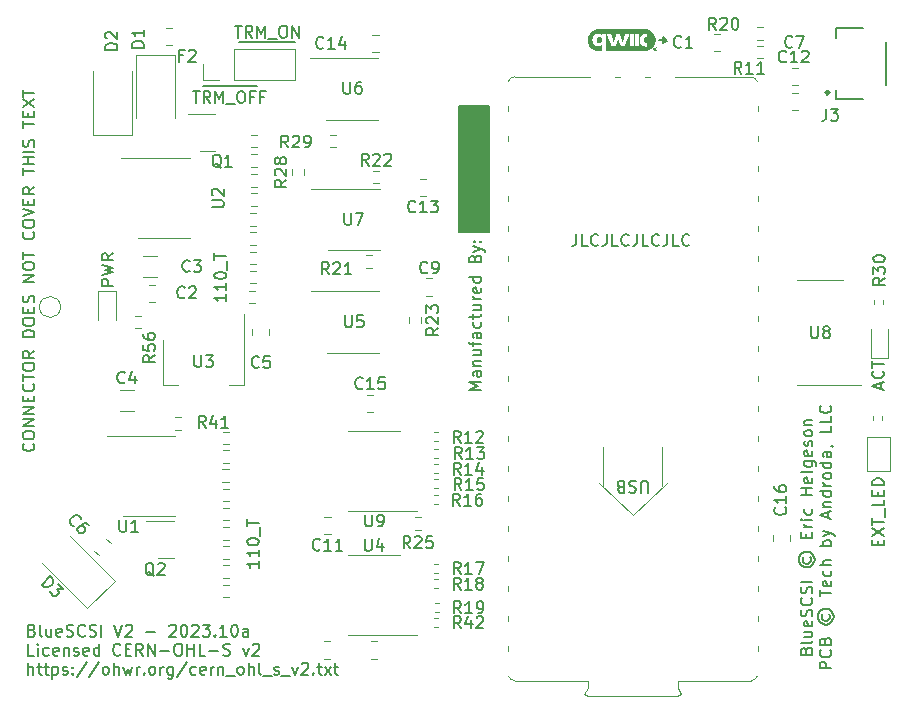
<source format=gbr>
%TF.GenerationSoftware,KiCad,Pcbnew,8.0.4-8.0.4-0~ubuntu22.04.1*%
%TF.CreationDate,2024-07-18T12:57:02-06:00*%
%TF.ProjectId,PowerBook,506f7765-7242-46f6-9f6b-2e6b69636164,rev?*%
%TF.SameCoordinates,Original*%
%TF.FileFunction,Legend,Top*%
%TF.FilePolarity,Positive*%
%FSLAX46Y46*%
G04 Gerber Fmt 4.6, Leading zero omitted, Abs format (unit mm)*
G04 Created by KiCad (PCBNEW 8.0.4-8.0.4-0~ubuntu22.04.1) date 2024-07-18 12:57:02*
%MOMM*%
%LPD*%
G01*
G04 APERTURE LIST*
%ADD10C,0.150000*%
%ADD11C,0.200000*%
%ADD12C,0.120000*%
%ADD13C,0.000000*%
%ADD14C,0.127000*%
%ADD15C,0.300000*%
G04 APERTURE END LIST*
D10*
X154940000Y-73939400D02*
X154940000Y-74422000D01*
X155016200Y-74091800D02*
X155041600Y-74269600D01*
X155270200Y-74218800D02*
X155016200Y-74091800D01*
X137668000Y-79756000D02*
X140208000Y-79756000D01*
X140208000Y-90424000D01*
X137668000Y-90424000D01*
X137668000Y-79756000D01*
G36*
X137668000Y-79756000D02*
G01*
X140208000Y-79756000D01*
X140208000Y-90424000D01*
X137668000Y-90424000D01*
X137668000Y-79756000D01*
G37*
X155244800Y-74193400D02*
X154940000Y-73939400D01*
D11*
X154635200Y-74193400D02*
X155244800Y-74193400D01*
D10*
X154940000Y-74422000D02*
X155270200Y-74218800D01*
X116010690Y-78079600D02*
X120615710Y-78079600D01*
X119103140Y-74371200D02*
X123771660Y-74371200D01*
X118727886Y-72964959D02*
X119299314Y-72964959D01*
X119013600Y-73964959D02*
X119013600Y-72964959D01*
X120204076Y-73964959D02*
X119870743Y-73488768D01*
X119632648Y-73964959D02*
X119632648Y-72964959D01*
X119632648Y-72964959D02*
X120013600Y-72964959D01*
X120013600Y-72964959D02*
X120108838Y-73012578D01*
X120108838Y-73012578D02*
X120156457Y-73060197D01*
X120156457Y-73060197D02*
X120204076Y-73155435D01*
X120204076Y-73155435D02*
X120204076Y-73298292D01*
X120204076Y-73298292D02*
X120156457Y-73393530D01*
X120156457Y-73393530D02*
X120108838Y-73441149D01*
X120108838Y-73441149D02*
X120013600Y-73488768D01*
X120013600Y-73488768D02*
X119632648Y-73488768D01*
X120632648Y-73964959D02*
X120632648Y-72964959D01*
X120632648Y-72964959D02*
X120965981Y-73679244D01*
X120965981Y-73679244D02*
X121299314Y-72964959D01*
X121299314Y-72964959D02*
X121299314Y-73964959D01*
X121537410Y-74060197D02*
X122299314Y-74060197D01*
X122727886Y-72964959D02*
X122918362Y-72964959D01*
X122918362Y-72964959D02*
X123013600Y-73012578D01*
X123013600Y-73012578D02*
X123108838Y-73107816D01*
X123108838Y-73107816D02*
X123156457Y-73298292D01*
X123156457Y-73298292D02*
X123156457Y-73631625D01*
X123156457Y-73631625D02*
X123108838Y-73822101D01*
X123108838Y-73822101D02*
X123013600Y-73917340D01*
X123013600Y-73917340D02*
X122918362Y-73964959D01*
X122918362Y-73964959D02*
X122727886Y-73964959D01*
X122727886Y-73964959D02*
X122632648Y-73917340D01*
X122632648Y-73917340D02*
X122537410Y-73822101D01*
X122537410Y-73822101D02*
X122489791Y-73631625D01*
X122489791Y-73631625D02*
X122489791Y-73298292D01*
X122489791Y-73298292D02*
X122537410Y-73107816D01*
X122537410Y-73107816D02*
X122632648Y-73012578D01*
X122632648Y-73012578D02*
X122727886Y-72964959D01*
X123585029Y-73964959D02*
X123585029Y-72964959D01*
X123585029Y-72964959D02*
X124156457Y-73964959D01*
X124156457Y-73964959D02*
X124156457Y-72964959D01*
X147628551Y-90615419D02*
X147628551Y-91329704D01*
X147628551Y-91329704D02*
X147580932Y-91472561D01*
X147580932Y-91472561D02*
X147485694Y-91567800D01*
X147485694Y-91567800D02*
X147342837Y-91615419D01*
X147342837Y-91615419D02*
X147247599Y-91615419D01*
X148580932Y-91615419D02*
X148104742Y-91615419D01*
X148104742Y-91615419D02*
X148104742Y-90615419D01*
X149485694Y-91520180D02*
X149438075Y-91567800D01*
X149438075Y-91567800D02*
X149295218Y-91615419D01*
X149295218Y-91615419D02*
X149199980Y-91615419D01*
X149199980Y-91615419D02*
X149057123Y-91567800D01*
X149057123Y-91567800D02*
X148961885Y-91472561D01*
X148961885Y-91472561D02*
X148914266Y-91377323D01*
X148914266Y-91377323D02*
X148866647Y-91186847D01*
X148866647Y-91186847D02*
X148866647Y-91043990D01*
X148866647Y-91043990D02*
X148914266Y-90853514D01*
X148914266Y-90853514D02*
X148961885Y-90758276D01*
X148961885Y-90758276D02*
X149057123Y-90663038D01*
X149057123Y-90663038D02*
X149199980Y-90615419D01*
X149199980Y-90615419D02*
X149295218Y-90615419D01*
X149295218Y-90615419D02*
X149438075Y-90663038D01*
X149438075Y-90663038D02*
X149485694Y-90710657D01*
X150199980Y-90615419D02*
X150199980Y-91329704D01*
X150199980Y-91329704D02*
X150152361Y-91472561D01*
X150152361Y-91472561D02*
X150057123Y-91567800D01*
X150057123Y-91567800D02*
X149914266Y-91615419D01*
X149914266Y-91615419D02*
X149819028Y-91615419D01*
X151152361Y-91615419D02*
X150676171Y-91615419D01*
X150676171Y-91615419D02*
X150676171Y-90615419D01*
X152057123Y-91520180D02*
X152009504Y-91567800D01*
X152009504Y-91567800D02*
X151866647Y-91615419D01*
X151866647Y-91615419D02*
X151771409Y-91615419D01*
X151771409Y-91615419D02*
X151628552Y-91567800D01*
X151628552Y-91567800D02*
X151533314Y-91472561D01*
X151533314Y-91472561D02*
X151485695Y-91377323D01*
X151485695Y-91377323D02*
X151438076Y-91186847D01*
X151438076Y-91186847D02*
X151438076Y-91043990D01*
X151438076Y-91043990D02*
X151485695Y-90853514D01*
X151485695Y-90853514D02*
X151533314Y-90758276D01*
X151533314Y-90758276D02*
X151628552Y-90663038D01*
X151628552Y-90663038D02*
X151771409Y-90615419D01*
X151771409Y-90615419D02*
X151866647Y-90615419D01*
X151866647Y-90615419D02*
X152009504Y-90663038D01*
X152009504Y-90663038D02*
X152057123Y-90710657D01*
X152771409Y-90615419D02*
X152771409Y-91329704D01*
X152771409Y-91329704D02*
X152723790Y-91472561D01*
X152723790Y-91472561D02*
X152628552Y-91567800D01*
X152628552Y-91567800D02*
X152485695Y-91615419D01*
X152485695Y-91615419D02*
X152390457Y-91615419D01*
X153723790Y-91615419D02*
X153247600Y-91615419D01*
X153247600Y-91615419D02*
X153247600Y-90615419D01*
X154628552Y-91520180D02*
X154580933Y-91567800D01*
X154580933Y-91567800D02*
X154438076Y-91615419D01*
X154438076Y-91615419D02*
X154342838Y-91615419D01*
X154342838Y-91615419D02*
X154199981Y-91567800D01*
X154199981Y-91567800D02*
X154104743Y-91472561D01*
X154104743Y-91472561D02*
X154057124Y-91377323D01*
X154057124Y-91377323D02*
X154009505Y-91186847D01*
X154009505Y-91186847D02*
X154009505Y-91043990D01*
X154009505Y-91043990D02*
X154057124Y-90853514D01*
X154057124Y-90853514D02*
X154104743Y-90758276D01*
X154104743Y-90758276D02*
X154199981Y-90663038D01*
X154199981Y-90663038D02*
X154342838Y-90615419D01*
X154342838Y-90615419D02*
X154438076Y-90615419D01*
X154438076Y-90615419D02*
X154580933Y-90663038D01*
X154580933Y-90663038D02*
X154628552Y-90710657D01*
X155342838Y-90615419D02*
X155342838Y-91329704D01*
X155342838Y-91329704D02*
X155295219Y-91472561D01*
X155295219Y-91472561D02*
X155199981Y-91567800D01*
X155199981Y-91567800D02*
X155057124Y-91615419D01*
X155057124Y-91615419D02*
X154961886Y-91615419D01*
X156295219Y-91615419D02*
X155819029Y-91615419D01*
X155819029Y-91615419D02*
X155819029Y-90615419D01*
X157199981Y-91520180D02*
X157152362Y-91567800D01*
X157152362Y-91567800D02*
X157009505Y-91615419D01*
X157009505Y-91615419D02*
X156914267Y-91615419D01*
X156914267Y-91615419D02*
X156771410Y-91567800D01*
X156771410Y-91567800D02*
X156676172Y-91472561D01*
X156676172Y-91472561D02*
X156628553Y-91377323D01*
X156628553Y-91377323D02*
X156580934Y-91186847D01*
X156580934Y-91186847D02*
X156580934Y-91043990D01*
X156580934Y-91043990D02*
X156628553Y-90853514D01*
X156628553Y-90853514D02*
X156676172Y-90758276D01*
X156676172Y-90758276D02*
X156771410Y-90663038D01*
X156771410Y-90663038D02*
X156914267Y-90615419D01*
X156914267Y-90615419D02*
X157009505Y-90615419D01*
X157009505Y-90615419D02*
X157152362Y-90663038D01*
X157152362Y-90663038D02*
X157199981Y-90710657D01*
X101654780Y-108345048D02*
X101702400Y-108392667D01*
X101702400Y-108392667D02*
X101750019Y-108535524D01*
X101750019Y-108535524D02*
X101750019Y-108630762D01*
X101750019Y-108630762D02*
X101702400Y-108773619D01*
X101702400Y-108773619D02*
X101607161Y-108868857D01*
X101607161Y-108868857D02*
X101511923Y-108916476D01*
X101511923Y-108916476D02*
X101321447Y-108964095D01*
X101321447Y-108964095D02*
X101178590Y-108964095D01*
X101178590Y-108964095D02*
X100988114Y-108916476D01*
X100988114Y-108916476D02*
X100892876Y-108868857D01*
X100892876Y-108868857D02*
X100797638Y-108773619D01*
X100797638Y-108773619D02*
X100750019Y-108630762D01*
X100750019Y-108630762D02*
X100750019Y-108535524D01*
X100750019Y-108535524D02*
X100797638Y-108392667D01*
X100797638Y-108392667D02*
X100845257Y-108345048D01*
X100750019Y-107726000D02*
X100750019Y-107535524D01*
X100750019Y-107535524D02*
X100797638Y-107440286D01*
X100797638Y-107440286D02*
X100892876Y-107345048D01*
X100892876Y-107345048D02*
X101083352Y-107297429D01*
X101083352Y-107297429D02*
X101416685Y-107297429D01*
X101416685Y-107297429D02*
X101607161Y-107345048D01*
X101607161Y-107345048D02*
X101702400Y-107440286D01*
X101702400Y-107440286D02*
X101750019Y-107535524D01*
X101750019Y-107535524D02*
X101750019Y-107726000D01*
X101750019Y-107726000D02*
X101702400Y-107821238D01*
X101702400Y-107821238D02*
X101607161Y-107916476D01*
X101607161Y-107916476D02*
X101416685Y-107964095D01*
X101416685Y-107964095D02*
X101083352Y-107964095D01*
X101083352Y-107964095D02*
X100892876Y-107916476D01*
X100892876Y-107916476D02*
X100797638Y-107821238D01*
X100797638Y-107821238D02*
X100750019Y-107726000D01*
X101750019Y-106868857D02*
X100750019Y-106868857D01*
X100750019Y-106868857D02*
X101750019Y-106297429D01*
X101750019Y-106297429D02*
X100750019Y-106297429D01*
X101750019Y-105821238D02*
X100750019Y-105821238D01*
X100750019Y-105821238D02*
X101750019Y-105249810D01*
X101750019Y-105249810D02*
X100750019Y-105249810D01*
X101226209Y-104773619D02*
X101226209Y-104440286D01*
X101750019Y-104297429D02*
X101750019Y-104773619D01*
X101750019Y-104773619D02*
X100750019Y-104773619D01*
X100750019Y-104773619D02*
X100750019Y-104297429D01*
X101654780Y-103297429D02*
X101702400Y-103345048D01*
X101702400Y-103345048D02*
X101750019Y-103487905D01*
X101750019Y-103487905D02*
X101750019Y-103583143D01*
X101750019Y-103583143D02*
X101702400Y-103726000D01*
X101702400Y-103726000D02*
X101607161Y-103821238D01*
X101607161Y-103821238D02*
X101511923Y-103868857D01*
X101511923Y-103868857D02*
X101321447Y-103916476D01*
X101321447Y-103916476D02*
X101178590Y-103916476D01*
X101178590Y-103916476D02*
X100988114Y-103868857D01*
X100988114Y-103868857D02*
X100892876Y-103821238D01*
X100892876Y-103821238D02*
X100797638Y-103726000D01*
X100797638Y-103726000D02*
X100750019Y-103583143D01*
X100750019Y-103583143D02*
X100750019Y-103487905D01*
X100750019Y-103487905D02*
X100797638Y-103345048D01*
X100797638Y-103345048D02*
X100845257Y-103297429D01*
X100750019Y-103011714D02*
X100750019Y-102440286D01*
X101750019Y-102726000D02*
X100750019Y-102726000D01*
X100750019Y-101916476D02*
X100750019Y-101726000D01*
X100750019Y-101726000D02*
X100797638Y-101630762D01*
X100797638Y-101630762D02*
X100892876Y-101535524D01*
X100892876Y-101535524D02*
X101083352Y-101487905D01*
X101083352Y-101487905D02*
X101416685Y-101487905D01*
X101416685Y-101487905D02*
X101607161Y-101535524D01*
X101607161Y-101535524D02*
X101702400Y-101630762D01*
X101702400Y-101630762D02*
X101750019Y-101726000D01*
X101750019Y-101726000D02*
X101750019Y-101916476D01*
X101750019Y-101916476D02*
X101702400Y-102011714D01*
X101702400Y-102011714D02*
X101607161Y-102106952D01*
X101607161Y-102106952D02*
X101416685Y-102154571D01*
X101416685Y-102154571D02*
X101083352Y-102154571D01*
X101083352Y-102154571D02*
X100892876Y-102106952D01*
X100892876Y-102106952D02*
X100797638Y-102011714D01*
X100797638Y-102011714D02*
X100750019Y-101916476D01*
X101750019Y-100487905D02*
X101273828Y-100821238D01*
X101750019Y-101059333D02*
X100750019Y-101059333D01*
X100750019Y-101059333D02*
X100750019Y-100678381D01*
X100750019Y-100678381D02*
X100797638Y-100583143D01*
X100797638Y-100583143D02*
X100845257Y-100535524D01*
X100845257Y-100535524D02*
X100940495Y-100487905D01*
X100940495Y-100487905D02*
X101083352Y-100487905D01*
X101083352Y-100487905D02*
X101178590Y-100535524D01*
X101178590Y-100535524D02*
X101226209Y-100583143D01*
X101226209Y-100583143D02*
X101273828Y-100678381D01*
X101273828Y-100678381D02*
X101273828Y-101059333D01*
X101750019Y-99297428D02*
X100750019Y-99297428D01*
X100750019Y-99297428D02*
X100750019Y-99059333D01*
X100750019Y-99059333D02*
X100797638Y-98916476D01*
X100797638Y-98916476D02*
X100892876Y-98821238D01*
X100892876Y-98821238D02*
X100988114Y-98773619D01*
X100988114Y-98773619D02*
X101178590Y-98726000D01*
X101178590Y-98726000D02*
X101321447Y-98726000D01*
X101321447Y-98726000D02*
X101511923Y-98773619D01*
X101511923Y-98773619D02*
X101607161Y-98821238D01*
X101607161Y-98821238D02*
X101702400Y-98916476D01*
X101702400Y-98916476D02*
X101750019Y-99059333D01*
X101750019Y-99059333D02*
X101750019Y-99297428D01*
X100750019Y-98106952D02*
X100750019Y-97916476D01*
X100750019Y-97916476D02*
X100797638Y-97821238D01*
X100797638Y-97821238D02*
X100892876Y-97726000D01*
X100892876Y-97726000D02*
X101083352Y-97678381D01*
X101083352Y-97678381D02*
X101416685Y-97678381D01*
X101416685Y-97678381D02*
X101607161Y-97726000D01*
X101607161Y-97726000D02*
X101702400Y-97821238D01*
X101702400Y-97821238D02*
X101750019Y-97916476D01*
X101750019Y-97916476D02*
X101750019Y-98106952D01*
X101750019Y-98106952D02*
X101702400Y-98202190D01*
X101702400Y-98202190D02*
X101607161Y-98297428D01*
X101607161Y-98297428D02*
X101416685Y-98345047D01*
X101416685Y-98345047D02*
X101083352Y-98345047D01*
X101083352Y-98345047D02*
X100892876Y-98297428D01*
X100892876Y-98297428D02*
X100797638Y-98202190D01*
X100797638Y-98202190D02*
X100750019Y-98106952D01*
X101226209Y-97249809D02*
X101226209Y-96916476D01*
X101750019Y-96773619D02*
X101750019Y-97249809D01*
X101750019Y-97249809D02*
X100750019Y-97249809D01*
X100750019Y-97249809D02*
X100750019Y-96773619D01*
X101702400Y-96392666D02*
X101750019Y-96249809D01*
X101750019Y-96249809D02*
X101750019Y-96011714D01*
X101750019Y-96011714D02*
X101702400Y-95916476D01*
X101702400Y-95916476D02*
X101654780Y-95868857D01*
X101654780Y-95868857D02*
X101559542Y-95821238D01*
X101559542Y-95821238D02*
X101464304Y-95821238D01*
X101464304Y-95821238D02*
X101369066Y-95868857D01*
X101369066Y-95868857D02*
X101321447Y-95916476D01*
X101321447Y-95916476D02*
X101273828Y-96011714D01*
X101273828Y-96011714D02*
X101226209Y-96202190D01*
X101226209Y-96202190D02*
X101178590Y-96297428D01*
X101178590Y-96297428D02*
X101130971Y-96345047D01*
X101130971Y-96345047D02*
X101035733Y-96392666D01*
X101035733Y-96392666D02*
X100940495Y-96392666D01*
X100940495Y-96392666D02*
X100845257Y-96345047D01*
X100845257Y-96345047D02*
X100797638Y-96297428D01*
X100797638Y-96297428D02*
X100750019Y-96202190D01*
X100750019Y-96202190D02*
X100750019Y-95964095D01*
X100750019Y-95964095D02*
X100797638Y-95821238D01*
X101750019Y-94630761D02*
X100750019Y-94630761D01*
X100750019Y-94630761D02*
X101750019Y-94059333D01*
X101750019Y-94059333D02*
X100750019Y-94059333D01*
X100750019Y-93392666D02*
X100750019Y-93202190D01*
X100750019Y-93202190D02*
X100797638Y-93106952D01*
X100797638Y-93106952D02*
X100892876Y-93011714D01*
X100892876Y-93011714D02*
X101083352Y-92964095D01*
X101083352Y-92964095D02*
X101416685Y-92964095D01*
X101416685Y-92964095D02*
X101607161Y-93011714D01*
X101607161Y-93011714D02*
X101702400Y-93106952D01*
X101702400Y-93106952D02*
X101750019Y-93202190D01*
X101750019Y-93202190D02*
X101750019Y-93392666D01*
X101750019Y-93392666D02*
X101702400Y-93487904D01*
X101702400Y-93487904D02*
X101607161Y-93583142D01*
X101607161Y-93583142D02*
X101416685Y-93630761D01*
X101416685Y-93630761D02*
X101083352Y-93630761D01*
X101083352Y-93630761D02*
X100892876Y-93583142D01*
X100892876Y-93583142D02*
X100797638Y-93487904D01*
X100797638Y-93487904D02*
X100750019Y-93392666D01*
X100750019Y-92678380D02*
X100750019Y-92106952D01*
X101750019Y-92392666D02*
X100750019Y-92392666D01*
X101654780Y-90440285D02*
X101702400Y-90487904D01*
X101702400Y-90487904D02*
X101750019Y-90630761D01*
X101750019Y-90630761D02*
X101750019Y-90725999D01*
X101750019Y-90725999D02*
X101702400Y-90868856D01*
X101702400Y-90868856D02*
X101607161Y-90964094D01*
X101607161Y-90964094D02*
X101511923Y-91011713D01*
X101511923Y-91011713D02*
X101321447Y-91059332D01*
X101321447Y-91059332D02*
X101178590Y-91059332D01*
X101178590Y-91059332D02*
X100988114Y-91011713D01*
X100988114Y-91011713D02*
X100892876Y-90964094D01*
X100892876Y-90964094D02*
X100797638Y-90868856D01*
X100797638Y-90868856D02*
X100750019Y-90725999D01*
X100750019Y-90725999D02*
X100750019Y-90630761D01*
X100750019Y-90630761D02*
X100797638Y-90487904D01*
X100797638Y-90487904D02*
X100845257Y-90440285D01*
X100750019Y-89821237D02*
X100750019Y-89630761D01*
X100750019Y-89630761D02*
X100797638Y-89535523D01*
X100797638Y-89535523D02*
X100892876Y-89440285D01*
X100892876Y-89440285D02*
X101083352Y-89392666D01*
X101083352Y-89392666D02*
X101416685Y-89392666D01*
X101416685Y-89392666D02*
X101607161Y-89440285D01*
X101607161Y-89440285D02*
X101702400Y-89535523D01*
X101702400Y-89535523D02*
X101750019Y-89630761D01*
X101750019Y-89630761D02*
X101750019Y-89821237D01*
X101750019Y-89821237D02*
X101702400Y-89916475D01*
X101702400Y-89916475D02*
X101607161Y-90011713D01*
X101607161Y-90011713D02*
X101416685Y-90059332D01*
X101416685Y-90059332D02*
X101083352Y-90059332D01*
X101083352Y-90059332D02*
X100892876Y-90011713D01*
X100892876Y-90011713D02*
X100797638Y-89916475D01*
X100797638Y-89916475D02*
X100750019Y-89821237D01*
X100750019Y-89106951D02*
X101750019Y-88773618D01*
X101750019Y-88773618D02*
X100750019Y-88440285D01*
X101226209Y-88106951D02*
X101226209Y-87773618D01*
X101750019Y-87630761D02*
X101750019Y-88106951D01*
X101750019Y-88106951D02*
X100750019Y-88106951D01*
X100750019Y-88106951D02*
X100750019Y-87630761D01*
X101750019Y-86630761D02*
X101273828Y-86964094D01*
X101750019Y-87202189D02*
X100750019Y-87202189D01*
X100750019Y-87202189D02*
X100750019Y-86821237D01*
X100750019Y-86821237D02*
X100797638Y-86725999D01*
X100797638Y-86725999D02*
X100845257Y-86678380D01*
X100845257Y-86678380D02*
X100940495Y-86630761D01*
X100940495Y-86630761D02*
X101083352Y-86630761D01*
X101083352Y-86630761D02*
X101178590Y-86678380D01*
X101178590Y-86678380D02*
X101226209Y-86725999D01*
X101226209Y-86725999D02*
X101273828Y-86821237D01*
X101273828Y-86821237D02*
X101273828Y-87202189D01*
X100750019Y-85583141D02*
X100750019Y-85011713D01*
X101750019Y-85297427D02*
X100750019Y-85297427D01*
X101750019Y-84678379D02*
X100750019Y-84678379D01*
X101226209Y-84678379D02*
X101226209Y-84106951D01*
X101750019Y-84106951D02*
X100750019Y-84106951D01*
X101750019Y-83630760D02*
X100750019Y-83630760D01*
X101702400Y-83202189D02*
X101750019Y-83059332D01*
X101750019Y-83059332D02*
X101750019Y-82821237D01*
X101750019Y-82821237D02*
X101702400Y-82725999D01*
X101702400Y-82725999D02*
X101654780Y-82678380D01*
X101654780Y-82678380D02*
X101559542Y-82630761D01*
X101559542Y-82630761D02*
X101464304Y-82630761D01*
X101464304Y-82630761D02*
X101369066Y-82678380D01*
X101369066Y-82678380D02*
X101321447Y-82725999D01*
X101321447Y-82725999D02*
X101273828Y-82821237D01*
X101273828Y-82821237D02*
X101226209Y-83011713D01*
X101226209Y-83011713D02*
X101178590Y-83106951D01*
X101178590Y-83106951D02*
X101130971Y-83154570D01*
X101130971Y-83154570D02*
X101035733Y-83202189D01*
X101035733Y-83202189D02*
X100940495Y-83202189D01*
X100940495Y-83202189D02*
X100845257Y-83154570D01*
X100845257Y-83154570D02*
X100797638Y-83106951D01*
X100797638Y-83106951D02*
X100750019Y-83011713D01*
X100750019Y-83011713D02*
X100750019Y-82773618D01*
X100750019Y-82773618D02*
X100797638Y-82630761D01*
X100750019Y-81583141D02*
X100750019Y-81011713D01*
X101750019Y-81297427D02*
X100750019Y-81297427D01*
X101226209Y-80678379D02*
X101226209Y-80345046D01*
X101750019Y-80202189D02*
X101750019Y-80678379D01*
X101750019Y-80678379D02*
X100750019Y-80678379D01*
X100750019Y-80678379D02*
X100750019Y-80202189D01*
X100750019Y-79868855D02*
X101750019Y-79202189D01*
X100750019Y-79202189D02*
X101750019Y-79868855D01*
X100750019Y-78964093D02*
X100750019Y-78392665D01*
X101750019Y-78678379D02*
X100750019Y-78678379D01*
X173397104Y-103684247D02*
X173397104Y-103208057D01*
X173682819Y-103779485D02*
X172682819Y-103446152D01*
X172682819Y-103446152D02*
X173682819Y-103112819D01*
X173587580Y-102208057D02*
X173635200Y-102255676D01*
X173635200Y-102255676D02*
X173682819Y-102398533D01*
X173682819Y-102398533D02*
X173682819Y-102493771D01*
X173682819Y-102493771D02*
X173635200Y-102636628D01*
X173635200Y-102636628D02*
X173539961Y-102731866D01*
X173539961Y-102731866D02*
X173444723Y-102779485D01*
X173444723Y-102779485D02*
X173254247Y-102827104D01*
X173254247Y-102827104D02*
X173111390Y-102827104D01*
X173111390Y-102827104D02*
X172920914Y-102779485D01*
X172920914Y-102779485D02*
X172825676Y-102731866D01*
X172825676Y-102731866D02*
X172730438Y-102636628D01*
X172730438Y-102636628D02*
X172682819Y-102493771D01*
X172682819Y-102493771D02*
X172682819Y-102398533D01*
X172682819Y-102398533D02*
X172730438Y-102255676D01*
X172730438Y-102255676D02*
X172778057Y-102208057D01*
X172682819Y-101922342D02*
X172682819Y-101350914D01*
X173682819Y-101636628D02*
X172682819Y-101636628D01*
X167086037Y-125875239D02*
X167133656Y-125732382D01*
X167133656Y-125732382D02*
X167181275Y-125684763D01*
X167181275Y-125684763D02*
X167276513Y-125637144D01*
X167276513Y-125637144D02*
X167419370Y-125637144D01*
X167419370Y-125637144D02*
X167514608Y-125684763D01*
X167514608Y-125684763D02*
X167562228Y-125732382D01*
X167562228Y-125732382D02*
X167609847Y-125827620D01*
X167609847Y-125827620D02*
X167609847Y-126208572D01*
X167609847Y-126208572D02*
X166609847Y-126208572D01*
X166609847Y-126208572D02*
X166609847Y-125875239D01*
X166609847Y-125875239D02*
X166657466Y-125780001D01*
X166657466Y-125780001D02*
X166705085Y-125732382D01*
X166705085Y-125732382D02*
X166800323Y-125684763D01*
X166800323Y-125684763D02*
X166895561Y-125684763D01*
X166895561Y-125684763D02*
X166990799Y-125732382D01*
X166990799Y-125732382D02*
X167038418Y-125780001D01*
X167038418Y-125780001D02*
X167086037Y-125875239D01*
X167086037Y-125875239D02*
X167086037Y-126208572D01*
X167609847Y-125065715D02*
X167562228Y-125160953D01*
X167562228Y-125160953D02*
X167466989Y-125208572D01*
X167466989Y-125208572D02*
X166609847Y-125208572D01*
X166943180Y-124256191D02*
X167609847Y-124256191D01*
X166943180Y-124684762D02*
X167466989Y-124684762D01*
X167466989Y-124684762D02*
X167562228Y-124637143D01*
X167562228Y-124637143D02*
X167609847Y-124541905D01*
X167609847Y-124541905D02*
X167609847Y-124399048D01*
X167609847Y-124399048D02*
X167562228Y-124303810D01*
X167562228Y-124303810D02*
X167514608Y-124256191D01*
X167562228Y-123399048D02*
X167609847Y-123494286D01*
X167609847Y-123494286D02*
X167609847Y-123684762D01*
X167609847Y-123684762D02*
X167562228Y-123780000D01*
X167562228Y-123780000D02*
X167466989Y-123827619D01*
X167466989Y-123827619D02*
X167086037Y-123827619D01*
X167086037Y-123827619D02*
X166990799Y-123780000D01*
X166990799Y-123780000D02*
X166943180Y-123684762D01*
X166943180Y-123684762D02*
X166943180Y-123494286D01*
X166943180Y-123494286D02*
X166990799Y-123399048D01*
X166990799Y-123399048D02*
X167086037Y-123351429D01*
X167086037Y-123351429D02*
X167181275Y-123351429D01*
X167181275Y-123351429D02*
X167276513Y-123827619D01*
X167562228Y-122970476D02*
X167609847Y-122827619D01*
X167609847Y-122827619D02*
X167609847Y-122589524D01*
X167609847Y-122589524D02*
X167562228Y-122494286D01*
X167562228Y-122494286D02*
X167514608Y-122446667D01*
X167514608Y-122446667D02*
X167419370Y-122399048D01*
X167419370Y-122399048D02*
X167324132Y-122399048D01*
X167324132Y-122399048D02*
X167228894Y-122446667D01*
X167228894Y-122446667D02*
X167181275Y-122494286D01*
X167181275Y-122494286D02*
X167133656Y-122589524D01*
X167133656Y-122589524D02*
X167086037Y-122780000D01*
X167086037Y-122780000D02*
X167038418Y-122875238D01*
X167038418Y-122875238D02*
X166990799Y-122922857D01*
X166990799Y-122922857D02*
X166895561Y-122970476D01*
X166895561Y-122970476D02*
X166800323Y-122970476D01*
X166800323Y-122970476D02*
X166705085Y-122922857D01*
X166705085Y-122922857D02*
X166657466Y-122875238D01*
X166657466Y-122875238D02*
X166609847Y-122780000D01*
X166609847Y-122780000D02*
X166609847Y-122541905D01*
X166609847Y-122541905D02*
X166657466Y-122399048D01*
X167514608Y-121399048D02*
X167562228Y-121446667D01*
X167562228Y-121446667D02*
X167609847Y-121589524D01*
X167609847Y-121589524D02*
X167609847Y-121684762D01*
X167609847Y-121684762D02*
X167562228Y-121827619D01*
X167562228Y-121827619D02*
X167466989Y-121922857D01*
X167466989Y-121922857D02*
X167371751Y-121970476D01*
X167371751Y-121970476D02*
X167181275Y-122018095D01*
X167181275Y-122018095D02*
X167038418Y-122018095D01*
X167038418Y-122018095D02*
X166847942Y-121970476D01*
X166847942Y-121970476D02*
X166752704Y-121922857D01*
X166752704Y-121922857D02*
X166657466Y-121827619D01*
X166657466Y-121827619D02*
X166609847Y-121684762D01*
X166609847Y-121684762D02*
X166609847Y-121589524D01*
X166609847Y-121589524D02*
X166657466Y-121446667D01*
X166657466Y-121446667D02*
X166705085Y-121399048D01*
X167562228Y-121018095D02*
X167609847Y-120875238D01*
X167609847Y-120875238D02*
X167609847Y-120637143D01*
X167609847Y-120637143D02*
X167562228Y-120541905D01*
X167562228Y-120541905D02*
X167514608Y-120494286D01*
X167514608Y-120494286D02*
X167419370Y-120446667D01*
X167419370Y-120446667D02*
X167324132Y-120446667D01*
X167324132Y-120446667D02*
X167228894Y-120494286D01*
X167228894Y-120494286D02*
X167181275Y-120541905D01*
X167181275Y-120541905D02*
X167133656Y-120637143D01*
X167133656Y-120637143D02*
X167086037Y-120827619D01*
X167086037Y-120827619D02*
X167038418Y-120922857D01*
X167038418Y-120922857D02*
X166990799Y-120970476D01*
X166990799Y-120970476D02*
X166895561Y-121018095D01*
X166895561Y-121018095D02*
X166800323Y-121018095D01*
X166800323Y-121018095D02*
X166705085Y-120970476D01*
X166705085Y-120970476D02*
X166657466Y-120922857D01*
X166657466Y-120922857D02*
X166609847Y-120827619D01*
X166609847Y-120827619D02*
X166609847Y-120589524D01*
X166609847Y-120589524D02*
X166657466Y-120446667D01*
X167609847Y-120018095D02*
X166609847Y-120018095D01*
X166847942Y-117970476D02*
X166800323Y-118065715D01*
X166800323Y-118065715D02*
X166800323Y-118256191D01*
X166800323Y-118256191D02*
X166847942Y-118351429D01*
X166847942Y-118351429D02*
X166943180Y-118446667D01*
X166943180Y-118446667D02*
X167038418Y-118494286D01*
X167038418Y-118494286D02*
X167228894Y-118494286D01*
X167228894Y-118494286D02*
X167324132Y-118446667D01*
X167324132Y-118446667D02*
X167419370Y-118351429D01*
X167419370Y-118351429D02*
X167466989Y-118256191D01*
X167466989Y-118256191D02*
X167466989Y-118065715D01*
X167466989Y-118065715D02*
X167419370Y-117970476D01*
X166466989Y-118160953D02*
X166514608Y-118399048D01*
X166514608Y-118399048D02*
X166657466Y-118637143D01*
X166657466Y-118637143D02*
X166895561Y-118780000D01*
X166895561Y-118780000D02*
X167133656Y-118827619D01*
X167133656Y-118827619D02*
X167371751Y-118780000D01*
X167371751Y-118780000D02*
X167609847Y-118637143D01*
X167609847Y-118637143D02*
X167752704Y-118399048D01*
X167752704Y-118399048D02*
X167800323Y-118160953D01*
X167800323Y-118160953D02*
X167752704Y-117922857D01*
X167752704Y-117922857D02*
X167609847Y-117684762D01*
X167609847Y-117684762D02*
X167371751Y-117541905D01*
X167371751Y-117541905D02*
X167133656Y-117494286D01*
X167133656Y-117494286D02*
X166895561Y-117541905D01*
X166895561Y-117541905D02*
X166657466Y-117684762D01*
X166657466Y-117684762D02*
X166514608Y-117922857D01*
X166514608Y-117922857D02*
X166466989Y-118160953D01*
X167086037Y-116303809D02*
X167086037Y-115970476D01*
X167609847Y-115827619D02*
X167609847Y-116303809D01*
X167609847Y-116303809D02*
X166609847Y-116303809D01*
X166609847Y-116303809D02*
X166609847Y-115827619D01*
X167609847Y-115399047D02*
X166943180Y-115399047D01*
X167133656Y-115399047D02*
X167038418Y-115351428D01*
X167038418Y-115351428D02*
X166990799Y-115303809D01*
X166990799Y-115303809D02*
X166943180Y-115208571D01*
X166943180Y-115208571D02*
X166943180Y-115113333D01*
X167609847Y-114779999D02*
X166943180Y-114779999D01*
X166609847Y-114779999D02*
X166657466Y-114827618D01*
X166657466Y-114827618D02*
X166705085Y-114779999D01*
X166705085Y-114779999D02*
X166657466Y-114732380D01*
X166657466Y-114732380D02*
X166609847Y-114779999D01*
X166609847Y-114779999D02*
X166705085Y-114779999D01*
X167562228Y-113875238D02*
X167609847Y-113970476D01*
X167609847Y-113970476D02*
X167609847Y-114160952D01*
X167609847Y-114160952D02*
X167562228Y-114256190D01*
X167562228Y-114256190D02*
X167514608Y-114303809D01*
X167514608Y-114303809D02*
X167419370Y-114351428D01*
X167419370Y-114351428D02*
X167133656Y-114351428D01*
X167133656Y-114351428D02*
X167038418Y-114303809D01*
X167038418Y-114303809D02*
X166990799Y-114256190D01*
X166990799Y-114256190D02*
X166943180Y-114160952D01*
X166943180Y-114160952D02*
X166943180Y-113970476D01*
X166943180Y-113970476D02*
X166990799Y-113875238D01*
X167609847Y-112684761D02*
X166609847Y-112684761D01*
X167086037Y-112684761D02*
X167086037Y-112113333D01*
X167609847Y-112113333D02*
X166609847Y-112113333D01*
X167562228Y-111256190D02*
X167609847Y-111351428D01*
X167609847Y-111351428D02*
X167609847Y-111541904D01*
X167609847Y-111541904D02*
X167562228Y-111637142D01*
X167562228Y-111637142D02*
X167466989Y-111684761D01*
X167466989Y-111684761D02*
X167086037Y-111684761D01*
X167086037Y-111684761D02*
X166990799Y-111637142D01*
X166990799Y-111637142D02*
X166943180Y-111541904D01*
X166943180Y-111541904D02*
X166943180Y-111351428D01*
X166943180Y-111351428D02*
X166990799Y-111256190D01*
X166990799Y-111256190D02*
X167086037Y-111208571D01*
X167086037Y-111208571D02*
X167181275Y-111208571D01*
X167181275Y-111208571D02*
X167276513Y-111684761D01*
X167609847Y-110637142D02*
X167562228Y-110732380D01*
X167562228Y-110732380D02*
X167466989Y-110779999D01*
X167466989Y-110779999D02*
X166609847Y-110779999D01*
X166943180Y-109827618D02*
X167752704Y-109827618D01*
X167752704Y-109827618D02*
X167847942Y-109875237D01*
X167847942Y-109875237D02*
X167895561Y-109922856D01*
X167895561Y-109922856D02*
X167943180Y-110018094D01*
X167943180Y-110018094D02*
X167943180Y-110160951D01*
X167943180Y-110160951D02*
X167895561Y-110256189D01*
X167562228Y-109827618D02*
X167609847Y-109922856D01*
X167609847Y-109922856D02*
X167609847Y-110113332D01*
X167609847Y-110113332D02*
X167562228Y-110208570D01*
X167562228Y-110208570D02*
X167514608Y-110256189D01*
X167514608Y-110256189D02*
X167419370Y-110303808D01*
X167419370Y-110303808D02*
X167133656Y-110303808D01*
X167133656Y-110303808D02*
X167038418Y-110256189D01*
X167038418Y-110256189D02*
X166990799Y-110208570D01*
X166990799Y-110208570D02*
X166943180Y-110113332D01*
X166943180Y-110113332D02*
X166943180Y-109922856D01*
X166943180Y-109922856D02*
X166990799Y-109827618D01*
X167562228Y-108970475D02*
X167609847Y-109065713D01*
X167609847Y-109065713D02*
X167609847Y-109256189D01*
X167609847Y-109256189D02*
X167562228Y-109351427D01*
X167562228Y-109351427D02*
X167466989Y-109399046D01*
X167466989Y-109399046D02*
X167086037Y-109399046D01*
X167086037Y-109399046D02*
X166990799Y-109351427D01*
X166990799Y-109351427D02*
X166943180Y-109256189D01*
X166943180Y-109256189D02*
X166943180Y-109065713D01*
X166943180Y-109065713D02*
X166990799Y-108970475D01*
X166990799Y-108970475D02*
X167086037Y-108922856D01*
X167086037Y-108922856D02*
X167181275Y-108922856D01*
X167181275Y-108922856D02*
X167276513Y-109399046D01*
X167562228Y-108541903D02*
X167609847Y-108446665D01*
X167609847Y-108446665D02*
X167609847Y-108256189D01*
X167609847Y-108256189D02*
X167562228Y-108160951D01*
X167562228Y-108160951D02*
X167466989Y-108113332D01*
X167466989Y-108113332D02*
X167419370Y-108113332D01*
X167419370Y-108113332D02*
X167324132Y-108160951D01*
X167324132Y-108160951D02*
X167276513Y-108256189D01*
X167276513Y-108256189D02*
X167276513Y-108399046D01*
X167276513Y-108399046D02*
X167228894Y-108494284D01*
X167228894Y-108494284D02*
X167133656Y-108541903D01*
X167133656Y-108541903D02*
X167086037Y-108541903D01*
X167086037Y-108541903D02*
X166990799Y-108494284D01*
X166990799Y-108494284D02*
X166943180Y-108399046D01*
X166943180Y-108399046D02*
X166943180Y-108256189D01*
X166943180Y-108256189D02*
X166990799Y-108160951D01*
X167609847Y-107541903D02*
X167562228Y-107637141D01*
X167562228Y-107637141D02*
X167514608Y-107684760D01*
X167514608Y-107684760D02*
X167419370Y-107732379D01*
X167419370Y-107732379D02*
X167133656Y-107732379D01*
X167133656Y-107732379D02*
X167038418Y-107684760D01*
X167038418Y-107684760D02*
X166990799Y-107637141D01*
X166990799Y-107637141D02*
X166943180Y-107541903D01*
X166943180Y-107541903D02*
X166943180Y-107399046D01*
X166943180Y-107399046D02*
X166990799Y-107303808D01*
X166990799Y-107303808D02*
X167038418Y-107256189D01*
X167038418Y-107256189D02*
X167133656Y-107208570D01*
X167133656Y-107208570D02*
X167419370Y-107208570D01*
X167419370Y-107208570D02*
X167514608Y-107256189D01*
X167514608Y-107256189D02*
X167562228Y-107303808D01*
X167562228Y-107303808D02*
X167609847Y-107399046D01*
X167609847Y-107399046D02*
X167609847Y-107541903D01*
X166943180Y-106779998D02*
X167609847Y-106779998D01*
X167038418Y-106779998D02*
X166990799Y-106732379D01*
X166990799Y-106732379D02*
X166943180Y-106637141D01*
X166943180Y-106637141D02*
X166943180Y-106494284D01*
X166943180Y-106494284D02*
X166990799Y-106399046D01*
X166990799Y-106399046D02*
X167086037Y-106351427D01*
X167086037Y-106351427D02*
X167609847Y-106351427D01*
X169219791Y-127375239D02*
X168219791Y-127375239D01*
X168219791Y-127375239D02*
X168219791Y-126994287D01*
X168219791Y-126994287D02*
X168267410Y-126899049D01*
X168267410Y-126899049D02*
X168315029Y-126851430D01*
X168315029Y-126851430D02*
X168410267Y-126803811D01*
X168410267Y-126803811D02*
X168553124Y-126803811D01*
X168553124Y-126803811D02*
X168648362Y-126851430D01*
X168648362Y-126851430D02*
X168695981Y-126899049D01*
X168695981Y-126899049D02*
X168743600Y-126994287D01*
X168743600Y-126994287D02*
X168743600Y-127375239D01*
X169124552Y-125803811D02*
X169172172Y-125851430D01*
X169172172Y-125851430D02*
X169219791Y-125994287D01*
X169219791Y-125994287D02*
X169219791Y-126089525D01*
X169219791Y-126089525D02*
X169172172Y-126232382D01*
X169172172Y-126232382D02*
X169076933Y-126327620D01*
X169076933Y-126327620D02*
X168981695Y-126375239D01*
X168981695Y-126375239D02*
X168791219Y-126422858D01*
X168791219Y-126422858D02*
X168648362Y-126422858D01*
X168648362Y-126422858D02*
X168457886Y-126375239D01*
X168457886Y-126375239D02*
X168362648Y-126327620D01*
X168362648Y-126327620D02*
X168267410Y-126232382D01*
X168267410Y-126232382D02*
X168219791Y-126089525D01*
X168219791Y-126089525D02*
X168219791Y-125994287D01*
X168219791Y-125994287D02*
X168267410Y-125851430D01*
X168267410Y-125851430D02*
X168315029Y-125803811D01*
X168695981Y-125041906D02*
X168743600Y-124899049D01*
X168743600Y-124899049D02*
X168791219Y-124851430D01*
X168791219Y-124851430D02*
X168886457Y-124803811D01*
X168886457Y-124803811D02*
X169029314Y-124803811D01*
X169029314Y-124803811D02*
X169124552Y-124851430D01*
X169124552Y-124851430D02*
X169172172Y-124899049D01*
X169172172Y-124899049D02*
X169219791Y-124994287D01*
X169219791Y-124994287D02*
X169219791Y-125375239D01*
X169219791Y-125375239D02*
X168219791Y-125375239D01*
X168219791Y-125375239D02*
X168219791Y-125041906D01*
X168219791Y-125041906D02*
X168267410Y-124946668D01*
X168267410Y-124946668D02*
X168315029Y-124899049D01*
X168315029Y-124899049D02*
X168410267Y-124851430D01*
X168410267Y-124851430D02*
X168505505Y-124851430D01*
X168505505Y-124851430D02*
X168600743Y-124899049D01*
X168600743Y-124899049D02*
X168648362Y-124946668D01*
X168648362Y-124946668D02*
X168695981Y-125041906D01*
X168695981Y-125041906D02*
X168695981Y-125375239D01*
X168457886Y-122803810D02*
X168410267Y-122899049D01*
X168410267Y-122899049D02*
X168410267Y-123089525D01*
X168410267Y-123089525D02*
X168457886Y-123184763D01*
X168457886Y-123184763D02*
X168553124Y-123280001D01*
X168553124Y-123280001D02*
X168648362Y-123327620D01*
X168648362Y-123327620D02*
X168838838Y-123327620D01*
X168838838Y-123327620D02*
X168934076Y-123280001D01*
X168934076Y-123280001D02*
X169029314Y-123184763D01*
X169029314Y-123184763D02*
X169076933Y-123089525D01*
X169076933Y-123089525D02*
X169076933Y-122899049D01*
X169076933Y-122899049D02*
X169029314Y-122803810D01*
X168076933Y-122994287D02*
X168124552Y-123232382D01*
X168124552Y-123232382D02*
X168267410Y-123470477D01*
X168267410Y-123470477D02*
X168505505Y-123613334D01*
X168505505Y-123613334D02*
X168743600Y-123660953D01*
X168743600Y-123660953D02*
X168981695Y-123613334D01*
X168981695Y-123613334D02*
X169219791Y-123470477D01*
X169219791Y-123470477D02*
X169362648Y-123232382D01*
X169362648Y-123232382D02*
X169410267Y-122994287D01*
X169410267Y-122994287D02*
X169362648Y-122756191D01*
X169362648Y-122756191D02*
X169219791Y-122518096D01*
X169219791Y-122518096D02*
X168981695Y-122375239D01*
X168981695Y-122375239D02*
X168743600Y-122327620D01*
X168743600Y-122327620D02*
X168505505Y-122375239D01*
X168505505Y-122375239D02*
X168267410Y-122518096D01*
X168267410Y-122518096D02*
X168124552Y-122756191D01*
X168124552Y-122756191D02*
X168076933Y-122994287D01*
X168219791Y-121280000D02*
X168219791Y-120708572D01*
X169219791Y-120994286D02*
X168219791Y-120994286D01*
X169172172Y-119994286D02*
X169219791Y-120089524D01*
X169219791Y-120089524D02*
X169219791Y-120280000D01*
X169219791Y-120280000D02*
X169172172Y-120375238D01*
X169172172Y-120375238D02*
X169076933Y-120422857D01*
X169076933Y-120422857D02*
X168695981Y-120422857D01*
X168695981Y-120422857D02*
X168600743Y-120375238D01*
X168600743Y-120375238D02*
X168553124Y-120280000D01*
X168553124Y-120280000D02*
X168553124Y-120089524D01*
X168553124Y-120089524D02*
X168600743Y-119994286D01*
X168600743Y-119994286D02*
X168695981Y-119946667D01*
X168695981Y-119946667D02*
X168791219Y-119946667D01*
X168791219Y-119946667D02*
X168886457Y-120422857D01*
X169172172Y-119089524D02*
X169219791Y-119184762D01*
X169219791Y-119184762D02*
X169219791Y-119375238D01*
X169219791Y-119375238D02*
X169172172Y-119470476D01*
X169172172Y-119470476D02*
X169124552Y-119518095D01*
X169124552Y-119518095D02*
X169029314Y-119565714D01*
X169029314Y-119565714D02*
X168743600Y-119565714D01*
X168743600Y-119565714D02*
X168648362Y-119518095D01*
X168648362Y-119518095D02*
X168600743Y-119470476D01*
X168600743Y-119470476D02*
X168553124Y-119375238D01*
X168553124Y-119375238D02*
X168553124Y-119184762D01*
X168553124Y-119184762D02*
X168600743Y-119089524D01*
X169219791Y-118660952D02*
X168219791Y-118660952D01*
X169219791Y-118232381D02*
X168695981Y-118232381D01*
X168695981Y-118232381D02*
X168600743Y-118280000D01*
X168600743Y-118280000D02*
X168553124Y-118375238D01*
X168553124Y-118375238D02*
X168553124Y-118518095D01*
X168553124Y-118518095D02*
X168600743Y-118613333D01*
X168600743Y-118613333D02*
X168648362Y-118660952D01*
X169219791Y-116994285D02*
X168219791Y-116994285D01*
X168600743Y-116994285D02*
X168553124Y-116899047D01*
X168553124Y-116899047D02*
X168553124Y-116708571D01*
X168553124Y-116708571D02*
X168600743Y-116613333D01*
X168600743Y-116613333D02*
X168648362Y-116565714D01*
X168648362Y-116565714D02*
X168743600Y-116518095D01*
X168743600Y-116518095D02*
X169029314Y-116518095D01*
X169029314Y-116518095D02*
X169124552Y-116565714D01*
X169124552Y-116565714D02*
X169172172Y-116613333D01*
X169172172Y-116613333D02*
X169219791Y-116708571D01*
X169219791Y-116708571D02*
X169219791Y-116899047D01*
X169219791Y-116899047D02*
X169172172Y-116994285D01*
X168553124Y-116184761D02*
X169219791Y-115946666D01*
X168553124Y-115708571D02*
X169219791Y-115946666D01*
X169219791Y-115946666D02*
X169457886Y-116041904D01*
X169457886Y-116041904D02*
X169505505Y-116089523D01*
X169505505Y-116089523D02*
X169553124Y-116184761D01*
X168934076Y-114613332D02*
X168934076Y-114137142D01*
X169219791Y-114708570D02*
X168219791Y-114375237D01*
X168219791Y-114375237D02*
X169219791Y-114041904D01*
X168553124Y-113708570D02*
X169219791Y-113708570D01*
X168648362Y-113708570D02*
X168600743Y-113660951D01*
X168600743Y-113660951D02*
X168553124Y-113565713D01*
X168553124Y-113565713D02*
X168553124Y-113422856D01*
X168553124Y-113422856D02*
X168600743Y-113327618D01*
X168600743Y-113327618D02*
X168695981Y-113279999D01*
X168695981Y-113279999D02*
X169219791Y-113279999D01*
X169219791Y-112375237D02*
X168219791Y-112375237D01*
X169172172Y-112375237D02*
X169219791Y-112470475D01*
X169219791Y-112470475D02*
X169219791Y-112660951D01*
X169219791Y-112660951D02*
X169172172Y-112756189D01*
X169172172Y-112756189D02*
X169124552Y-112803808D01*
X169124552Y-112803808D02*
X169029314Y-112851427D01*
X169029314Y-112851427D02*
X168743600Y-112851427D01*
X168743600Y-112851427D02*
X168648362Y-112803808D01*
X168648362Y-112803808D02*
X168600743Y-112756189D01*
X168600743Y-112756189D02*
X168553124Y-112660951D01*
X168553124Y-112660951D02*
X168553124Y-112470475D01*
X168553124Y-112470475D02*
X168600743Y-112375237D01*
X169219791Y-111899046D02*
X168553124Y-111899046D01*
X168743600Y-111899046D02*
X168648362Y-111851427D01*
X168648362Y-111851427D02*
X168600743Y-111803808D01*
X168600743Y-111803808D02*
X168553124Y-111708570D01*
X168553124Y-111708570D02*
X168553124Y-111613332D01*
X169219791Y-111137141D02*
X169172172Y-111232379D01*
X169172172Y-111232379D02*
X169124552Y-111279998D01*
X169124552Y-111279998D02*
X169029314Y-111327617D01*
X169029314Y-111327617D02*
X168743600Y-111327617D01*
X168743600Y-111327617D02*
X168648362Y-111279998D01*
X168648362Y-111279998D02*
X168600743Y-111232379D01*
X168600743Y-111232379D02*
X168553124Y-111137141D01*
X168553124Y-111137141D02*
X168553124Y-110994284D01*
X168553124Y-110994284D02*
X168600743Y-110899046D01*
X168600743Y-110899046D02*
X168648362Y-110851427D01*
X168648362Y-110851427D02*
X168743600Y-110803808D01*
X168743600Y-110803808D02*
X169029314Y-110803808D01*
X169029314Y-110803808D02*
X169124552Y-110851427D01*
X169124552Y-110851427D02*
X169172172Y-110899046D01*
X169172172Y-110899046D02*
X169219791Y-110994284D01*
X169219791Y-110994284D02*
X169219791Y-111137141D01*
X169219791Y-109946665D02*
X168219791Y-109946665D01*
X169172172Y-109946665D02*
X169219791Y-110041903D01*
X169219791Y-110041903D02*
X169219791Y-110232379D01*
X169219791Y-110232379D02*
X169172172Y-110327617D01*
X169172172Y-110327617D02*
X169124552Y-110375236D01*
X169124552Y-110375236D02*
X169029314Y-110422855D01*
X169029314Y-110422855D02*
X168743600Y-110422855D01*
X168743600Y-110422855D02*
X168648362Y-110375236D01*
X168648362Y-110375236D02*
X168600743Y-110327617D01*
X168600743Y-110327617D02*
X168553124Y-110232379D01*
X168553124Y-110232379D02*
X168553124Y-110041903D01*
X168553124Y-110041903D02*
X168600743Y-109946665D01*
X169219791Y-109041903D02*
X168695981Y-109041903D01*
X168695981Y-109041903D02*
X168600743Y-109089522D01*
X168600743Y-109089522D02*
X168553124Y-109184760D01*
X168553124Y-109184760D02*
X168553124Y-109375236D01*
X168553124Y-109375236D02*
X168600743Y-109470474D01*
X169172172Y-109041903D02*
X169219791Y-109137141D01*
X169219791Y-109137141D02*
X169219791Y-109375236D01*
X169219791Y-109375236D02*
X169172172Y-109470474D01*
X169172172Y-109470474D02*
X169076933Y-109518093D01*
X169076933Y-109518093D02*
X168981695Y-109518093D01*
X168981695Y-109518093D02*
X168886457Y-109470474D01*
X168886457Y-109470474D02*
X168838838Y-109375236D01*
X168838838Y-109375236D02*
X168838838Y-109137141D01*
X168838838Y-109137141D02*
X168791219Y-109041903D01*
X169172172Y-108518093D02*
X169219791Y-108518093D01*
X169219791Y-108518093D02*
X169315029Y-108565712D01*
X169315029Y-108565712D02*
X169362648Y-108613331D01*
X169219791Y-106851427D02*
X169219791Y-107327617D01*
X169219791Y-107327617D02*
X168219791Y-107327617D01*
X169219791Y-106041903D02*
X169219791Y-106518093D01*
X169219791Y-106518093D02*
X168219791Y-106518093D01*
X169124552Y-105137141D02*
X169172172Y-105184760D01*
X169172172Y-105184760D02*
X169219791Y-105327617D01*
X169219791Y-105327617D02*
X169219791Y-105422855D01*
X169219791Y-105422855D02*
X169172172Y-105565712D01*
X169172172Y-105565712D02*
X169076933Y-105660950D01*
X169076933Y-105660950D02*
X168981695Y-105708569D01*
X168981695Y-105708569D02*
X168791219Y-105756188D01*
X168791219Y-105756188D02*
X168648362Y-105756188D01*
X168648362Y-105756188D02*
X168457886Y-105708569D01*
X168457886Y-105708569D02*
X168362648Y-105660950D01*
X168362648Y-105660950D02*
X168267410Y-105565712D01*
X168267410Y-105565712D02*
X168219791Y-105422855D01*
X168219791Y-105422855D02*
X168219791Y-105327617D01*
X168219791Y-105327617D02*
X168267410Y-105184760D01*
X168267410Y-105184760D02*
X168315029Y-105137141D01*
X120753019Y-118268571D02*
X120753019Y-118839999D01*
X120753019Y-118554285D02*
X119753019Y-118554285D01*
X119753019Y-118554285D02*
X119895876Y-118649523D01*
X119895876Y-118649523D02*
X119991114Y-118744761D01*
X119991114Y-118744761D02*
X120038733Y-118839999D01*
X120753019Y-117316190D02*
X120753019Y-117887618D01*
X120753019Y-117601904D02*
X119753019Y-117601904D01*
X119753019Y-117601904D02*
X119895876Y-117697142D01*
X119895876Y-117697142D02*
X119991114Y-117792380D01*
X119991114Y-117792380D02*
X120038733Y-117887618D01*
X119753019Y-116697142D02*
X119753019Y-116601904D01*
X119753019Y-116601904D02*
X119800638Y-116506666D01*
X119800638Y-116506666D02*
X119848257Y-116459047D01*
X119848257Y-116459047D02*
X119943495Y-116411428D01*
X119943495Y-116411428D02*
X120133971Y-116363809D01*
X120133971Y-116363809D02*
X120372066Y-116363809D01*
X120372066Y-116363809D02*
X120562542Y-116411428D01*
X120562542Y-116411428D02*
X120657780Y-116459047D01*
X120657780Y-116459047D02*
X120705400Y-116506666D01*
X120705400Y-116506666D02*
X120753019Y-116601904D01*
X120753019Y-116601904D02*
X120753019Y-116697142D01*
X120753019Y-116697142D02*
X120705400Y-116792380D01*
X120705400Y-116792380D02*
X120657780Y-116839999D01*
X120657780Y-116839999D02*
X120562542Y-116887618D01*
X120562542Y-116887618D02*
X120372066Y-116935237D01*
X120372066Y-116935237D02*
X120133971Y-116935237D01*
X120133971Y-116935237D02*
X119943495Y-116887618D01*
X119943495Y-116887618D02*
X119848257Y-116839999D01*
X119848257Y-116839999D02*
X119800638Y-116792380D01*
X119800638Y-116792380D02*
X119753019Y-116697142D01*
X120848257Y-116173333D02*
X120848257Y-115411428D01*
X119753019Y-115316189D02*
X119753019Y-114744761D01*
X120753019Y-115030475D02*
X119753019Y-115030475D01*
X139569819Y-103803220D02*
X138569819Y-103803220D01*
X138569819Y-103803220D02*
X139284104Y-103469887D01*
X139284104Y-103469887D02*
X138569819Y-103136554D01*
X138569819Y-103136554D02*
X139569819Y-103136554D01*
X139569819Y-102231792D02*
X139046009Y-102231792D01*
X139046009Y-102231792D02*
X138950771Y-102279411D01*
X138950771Y-102279411D02*
X138903152Y-102374649D01*
X138903152Y-102374649D02*
X138903152Y-102565125D01*
X138903152Y-102565125D02*
X138950771Y-102660363D01*
X139522200Y-102231792D02*
X139569819Y-102327030D01*
X139569819Y-102327030D02*
X139569819Y-102565125D01*
X139569819Y-102565125D02*
X139522200Y-102660363D01*
X139522200Y-102660363D02*
X139426961Y-102707982D01*
X139426961Y-102707982D02*
X139331723Y-102707982D01*
X139331723Y-102707982D02*
X139236485Y-102660363D01*
X139236485Y-102660363D02*
X139188866Y-102565125D01*
X139188866Y-102565125D02*
X139188866Y-102327030D01*
X139188866Y-102327030D02*
X139141247Y-102231792D01*
X138903152Y-101755601D02*
X139569819Y-101755601D01*
X138998390Y-101755601D02*
X138950771Y-101707982D01*
X138950771Y-101707982D02*
X138903152Y-101612744D01*
X138903152Y-101612744D02*
X138903152Y-101469887D01*
X138903152Y-101469887D02*
X138950771Y-101374649D01*
X138950771Y-101374649D02*
X139046009Y-101327030D01*
X139046009Y-101327030D02*
X139569819Y-101327030D01*
X138903152Y-100422268D02*
X139569819Y-100422268D01*
X138903152Y-100850839D02*
X139426961Y-100850839D01*
X139426961Y-100850839D02*
X139522200Y-100803220D01*
X139522200Y-100803220D02*
X139569819Y-100707982D01*
X139569819Y-100707982D02*
X139569819Y-100565125D01*
X139569819Y-100565125D02*
X139522200Y-100469887D01*
X139522200Y-100469887D02*
X139474580Y-100422268D01*
X138903152Y-100088934D02*
X138903152Y-99707982D01*
X139569819Y-99946077D02*
X138712676Y-99946077D01*
X138712676Y-99946077D02*
X138617438Y-99898458D01*
X138617438Y-99898458D02*
X138569819Y-99803220D01*
X138569819Y-99803220D02*
X138569819Y-99707982D01*
X139569819Y-98946077D02*
X139046009Y-98946077D01*
X139046009Y-98946077D02*
X138950771Y-98993696D01*
X138950771Y-98993696D02*
X138903152Y-99088934D01*
X138903152Y-99088934D02*
X138903152Y-99279410D01*
X138903152Y-99279410D02*
X138950771Y-99374648D01*
X139522200Y-98946077D02*
X139569819Y-99041315D01*
X139569819Y-99041315D02*
X139569819Y-99279410D01*
X139569819Y-99279410D02*
X139522200Y-99374648D01*
X139522200Y-99374648D02*
X139426961Y-99422267D01*
X139426961Y-99422267D02*
X139331723Y-99422267D01*
X139331723Y-99422267D02*
X139236485Y-99374648D01*
X139236485Y-99374648D02*
X139188866Y-99279410D01*
X139188866Y-99279410D02*
X139188866Y-99041315D01*
X139188866Y-99041315D02*
X139141247Y-98946077D01*
X139522200Y-98041315D02*
X139569819Y-98136553D01*
X139569819Y-98136553D02*
X139569819Y-98327029D01*
X139569819Y-98327029D02*
X139522200Y-98422267D01*
X139522200Y-98422267D02*
X139474580Y-98469886D01*
X139474580Y-98469886D02*
X139379342Y-98517505D01*
X139379342Y-98517505D02*
X139093628Y-98517505D01*
X139093628Y-98517505D02*
X138998390Y-98469886D01*
X138998390Y-98469886D02*
X138950771Y-98422267D01*
X138950771Y-98422267D02*
X138903152Y-98327029D01*
X138903152Y-98327029D02*
X138903152Y-98136553D01*
X138903152Y-98136553D02*
X138950771Y-98041315D01*
X138903152Y-97755600D02*
X138903152Y-97374648D01*
X138569819Y-97612743D02*
X139426961Y-97612743D01*
X139426961Y-97612743D02*
X139522200Y-97565124D01*
X139522200Y-97565124D02*
X139569819Y-97469886D01*
X139569819Y-97469886D02*
X139569819Y-97374648D01*
X138903152Y-96612743D02*
X139569819Y-96612743D01*
X138903152Y-97041314D02*
X139426961Y-97041314D01*
X139426961Y-97041314D02*
X139522200Y-96993695D01*
X139522200Y-96993695D02*
X139569819Y-96898457D01*
X139569819Y-96898457D02*
X139569819Y-96755600D01*
X139569819Y-96755600D02*
X139522200Y-96660362D01*
X139522200Y-96660362D02*
X139474580Y-96612743D01*
X139569819Y-96136552D02*
X138903152Y-96136552D01*
X139093628Y-96136552D02*
X138998390Y-96088933D01*
X138998390Y-96088933D02*
X138950771Y-96041314D01*
X138950771Y-96041314D02*
X138903152Y-95946076D01*
X138903152Y-95946076D02*
X138903152Y-95850838D01*
X139522200Y-95136552D02*
X139569819Y-95231790D01*
X139569819Y-95231790D02*
X139569819Y-95422266D01*
X139569819Y-95422266D02*
X139522200Y-95517504D01*
X139522200Y-95517504D02*
X139426961Y-95565123D01*
X139426961Y-95565123D02*
X139046009Y-95565123D01*
X139046009Y-95565123D02*
X138950771Y-95517504D01*
X138950771Y-95517504D02*
X138903152Y-95422266D01*
X138903152Y-95422266D02*
X138903152Y-95231790D01*
X138903152Y-95231790D02*
X138950771Y-95136552D01*
X138950771Y-95136552D02*
X139046009Y-95088933D01*
X139046009Y-95088933D02*
X139141247Y-95088933D01*
X139141247Y-95088933D02*
X139236485Y-95565123D01*
X139569819Y-94231790D02*
X138569819Y-94231790D01*
X139522200Y-94231790D02*
X139569819Y-94327028D01*
X139569819Y-94327028D02*
X139569819Y-94517504D01*
X139569819Y-94517504D02*
X139522200Y-94612742D01*
X139522200Y-94612742D02*
X139474580Y-94660361D01*
X139474580Y-94660361D02*
X139379342Y-94707980D01*
X139379342Y-94707980D02*
X139093628Y-94707980D01*
X139093628Y-94707980D02*
X138998390Y-94660361D01*
X138998390Y-94660361D02*
X138950771Y-94612742D01*
X138950771Y-94612742D02*
X138903152Y-94517504D01*
X138903152Y-94517504D02*
X138903152Y-94327028D01*
X138903152Y-94327028D02*
X138950771Y-94231790D01*
X139046009Y-92660361D02*
X139093628Y-92517504D01*
X139093628Y-92517504D02*
X139141247Y-92469885D01*
X139141247Y-92469885D02*
X139236485Y-92422266D01*
X139236485Y-92422266D02*
X139379342Y-92422266D01*
X139379342Y-92422266D02*
X139474580Y-92469885D01*
X139474580Y-92469885D02*
X139522200Y-92517504D01*
X139522200Y-92517504D02*
X139569819Y-92612742D01*
X139569819Y-92612742D02*
X139569819Y-92993694D01*
X139569819Y-92993694D02*
X138569819Y-92993694D01*
X138569819Y-92993694D02*
X138569819Y-92660361D01*
X138569819Y-92660361D02*
X138617438Y-92565123D01*
X138617438Y-92565123D02*
X138665057Y-92517504D01*
X138665057Y-92517504D02*
X138760295Y-92469885D01*
X138760295Y-92469885D02*
X138855533Y-92469885D01*
X138855533Y-92469885D02*
X138950771Y-92517504D01*
X138950771Y-92517504D02*
X138998390Y-92565123D01*
X138998390Y-92565123D02*
X139046009Y-92660361D01*
X139046009Y-92660361D02*
X139046009Y-92993694D01*
X138903152Y-92088932D02*
X139569819Y-91850837D01*
X138903152Y-91612742D02*
X139569819Y-91850837D01*
X139569819Y-91850837D02*
X139807914Y-91946075D01*
X139807914Y-91946075D02*
X139855533Y-91993694D01*
X139855533Y-91993694D02*
X139903152Y-92088932D01*
X139474580Y-91231789D02*
X139522200Y-91184170D01*
X139522200Y-91184170D02*
X139569819Y-91231789D01*
X139569819Y-91231789D02*
X139522200Y-91279408D01*
X139522200Y-91279408D02*
X139474580Y-91231789D01*
X139474580Y-91231789D02*
X139569819Y-91231789D01*
X138950771Y-91231789D02*
X138998390Y-91184170D01*
X138998390Y-91184170D02*
X139046009Y-91231789D01*
X139046009Y-91231789D02*
X138998390Y-91279408D01*
X138998390Y-91279408D02*
X138950771Y-91231789D01*
X138950771Y-91231789D02*
X139046009Y-91231789D01*
X101560112Y-124156121D02*
X101702969Y-124203740D01*
X101702969Y-124203740D02*
X101750588Y-124251359D01*
X101750588Y-124251359D02*
X101798207Y-124346597D01*
X101798207Y-124346597D02*
X101798207Y-124489454D01*
X101798207Y-124489454D02*
X101750588Y-124584692D01*
X101750588Y-124584692D02*
X101702969Y-124632312D01*
X101702969Y-124632312D02*
X101607731Y-124679931D01*
X101607731Y-124679931D02*
X101226779Y-124679931D01*
X101226779Y-124679931D02*
X101226779Y-123679931D01*
X101226779Y-123679931D02*
X101560112Y-123679931D01*
X101560112Y-123679931D02*
X101655350Y-123727550D01*
X101655350Y-123727550D02*
X101702969Y-123775169D01*
X101702969Y-123775169D02*
X101750588Y-123870407D01*
X101750588Y-123870407D02*
X101750588Y-123965645D01*
X101750588Y-123965645D02*
X101702969Y-124060883D01*
X101702969Y-124060883D02*
X101655350Y-124108502D01*
X101655350Y-124108502D02*
X101560112Y-124156121D01*
X101560112Y-124156121D02*
X101226779Y-124156121D01*
X102369636Y-124679931D02*
X102274398Y-124632312D01*
X102274398Y-124632312D02*
X102226779Y-124537073D01*
X102226779Y-124537073D02*
X102226779Y-123679931D01*
X103179160Y-124013264D02*
X103179160Y-124679931D01*
X102750589Y-124013264D02*
X102750589Y-124537073D01*
X102750589Y-124537073D02*
X102798208Y-124632312D01*
X102798208Y-124632312D02*
X102893446Y-124679931D01*
X102893446Y-124679931D02*
X103036303Y-124679931D01*
X103036303Y-124679931D02*
X103131541Y-124632312D01*
X103131541Y-124632312D02*
X103179160Y-124584692D01*
X104036303Y-124632312D02*
X103941065Y-124679931D01*
X103941065Y-124679931D02*
X103750589Y-124679931D01*
X103750589Y-124679931D02*
X103655351Y-124632312D01*
X103655351Y-124632312D02*
X103607732Y-124537073D01*
X103607732Y-124537073D02*
X103607732Y-124156121D01*
X103607732Y-124156121D02*
X103655351Y-124060883D01*
X103655351Y-124060883D02*
X103750589Y-124013264D01*
X103750589Y-124013264D02*
X103941065Y-124013264D01*
X103941065Y-124013264D02*
X104036303Y-124060883D01*
X104036303Y-124060883D02*
X104083922Y-124156121D01*
X104083922Y-124156121D02*
X104083922Y-124251359D01*
X104083922Y-124251359D02*
X103607732Y-124346597D01*
X104464875Y-124632312D02*
X104607732Y-124679931D01*
X104607732Y-124679931D02*
X104845827Y-124679931D01*
X104845827Y-124679931D02*
X104941065Y-124632312D01*
X104941065Y-124632312D02*
X104988684Y-124584692D01*
X104988684Y-124584692D02*
X105036303Y-124489454D01*
X105036303Y-124489454D02*
X105036303Y-124394216D01*
X105036303Y-124394216D02*
X104988684Y-124298978D01*
X104988684Y-124298978D02*
X104941065Y-124251359D01*
X104941065Y-124251359D02*
X104845827Y-124203740D01*
X104845827Y-124203740D02*
X104655351Y-124156121D01*
X104655351Y-124156121D02*
X104560113Y-124108502D01*
X104560113Y-124108502D02*
X104512494Y-124060883D01*
X104512494Y-124060883D02*
X104464875Y-123965645D01*
X104464875Y-123965645D02*
X104464875Y-123870407D01*
X104464875Y-123870407D02*
X104512494Y-123775169D01*
X104512494Y-123775169D02*
X104560113Y-123727550D01*
X104560113Y-123727550D02*
X104655351Y-123679931D01*
X104655351Y-123679931D02*
X104893446Y-123679931D01*
X104893446Y-123679931D02*
X105036303Y-123727550D01*
X106036303Y-124584692D02*
X105988684Y-124632312D01*
X105988684Y-124632312D02*
X105845827Y-124679931D01*
X105845827Y-124679931D02*
X105750589Y-124679931D01*
X105750589Y-124679931D02*
X105607732Y-124632312D01*
X105607732Y-124632312D02*
X105512494Y-124537073D01*
X105512494Y-124537073D02*
X105464875Y-124441835D01*
X105464875Y-124441835D02*
X105417256Y-124251359D01*
X105417256Y-124251359D02*
X105417256Y-124108502D01*
X105417256Y-124108502D02*
X105464875Y-123918026D01*
X105464875Y-123918026D02*
X105512494Y-123822788D01*
X105512494Y-123822788D02*
X105607732Y-123727550D01*
X105607732Y-123727550D02*
X105750589Y-123679931D01*
X105750589Y-123679931D02*
X105845827Y-123679931D01*
X105845827Y-123679931D02*
X105988684Y-123727550D01*
X105988684Y-123727550D02*
X106036303Y-123775169D01*
X106417256Y-124632312D02*
X106560113Y-124679931D01*
X106560113Y-124679931D02*
X106798208Y-124679931D01*
X106798208Y-124679931D02*
X106893446Y-124632312D01*
X106893446Y-124632312D02*
X106941065Y-124584692D01*
X106941065Y-124584692D02*
X106988684Y-124489454D01*
X106988684Y-124489454D02*
X106988684Y-124394216D01*
X106988684Y-124394216D02*
X106941065Y-124298978D01*
X106941065Y-124298978D02*
X106893446Y-124251359D01*
X106893446Y-124251359D02*
X106798208Y-124203740D01*
X106798208Y-124203740D02*
X106607732Y-124156121D01*
X106607732Y-124156121D02*
X106512494Y-124108502D01*
X106512494Y-124108502D02*
X106464875Y-124060883D01*
X106464875Y-124060883D02*
X106417256Y-123965645D01*
X106417256Y-123965645D02*
X106417256Y-123870407D01*
X106417256Y-123870407D02*
X106464875Y-123775169D01*
X106464875Y-123775169D02*
X106512494Y-123727550D01*
X106512494Y-123727550D02*
X106607732Y-123679931D01*
X106607732Y-123679931D02*
X106845827Y-123679931D01*
X106845827Y-123679931D02*
X106988684Y-123727550D01*
X107417256Y-124679931D02*
X107417256Y-123679931D01*
X108512494Y-123679931D02*
X108845827Y-124679931D01*
X108845827Y-124679931D02*
X109179160Y-123679931D01*
X109464875Y-123775169D02*
X109512494Y-123727550D01*
X109512494Y-123727550D02*
X109607732Y-123679931D01*
X109607732Y-123679931D02*
X109845827Y-123679931D01*
X109845827Y-123679931D02*
X109941065Y-123727550D01*
X109941065Y-123727550D02*
X109988684Y-123775169D01*
X109988684Y-123775169D02*
X110036303Y-123870407D01*
X110036303Y-123870407D02*
X110036303Y-123965645D01*
X110036303Y-123965645D02*
X109988684Y-124108502D01*
X109988684Y-124108502D02*
X109417256Y-124679931D01*
X109417256Y-124679931D02*
X110036303Y-124679931D01*
X111226780Y-124298978D02*
X111988685Y-124298978D01*
X113179161Y-123775169D02*
X113226780Y-123727550D01*
X113226780Y-123727550D02*
X113322018Y-123679931D01*
X113322018Y-123679931D02*
X113560113Y-123679931D01*
X113560113Y-123679931D02*
X113655351Y-123727550D01*
X113655351Y-123727550D02*
X113702970Y-123775169D01*
X113702970Y-123775169D02*
X113750589Y-123870407D01*
X113750589Y-123870407D02*
X113750589Y-123965645D01*
X113750589Y-123965645D02*
X113702970Y-124108502D01*
X113702970Y-124108502D02*
X113131542Y-124679931D01*
X113131542Y-124679931D02*
X113750589Y-124679931D01*
X114369637Y-123679931D02*
X114464875Y-123679931D01*
X114464875Y-123679931D02*
X114560113Y-123727550D01*
X114560113Y-123727550D02*
X114607732Y-123775169D01*
X114607732Y-123775169D02*
X114655351Y-123870407D01*
X114655351Y-123870407D02*
X114702970Y-124060883D01*
X114702970Y-124060883D02*
X114702970Y-124298978D01*
X114702970Y-124298978D02*
X114655351Y-124489454D01*
X114655351Y-124489454D02*
X114607732Y-124584692D01*
X114607732Y-124584692D02*
X114560113Y-124632312D01*
X114560113Y-124632312D02*
X114464875Y-124679931D01*
X114464875Y-124679931D02*
X114369637Y-124679931D01*
X114369637Y-124679931D02*
X114274399Y-124632312D01*
X114274399Y-124632312D02*
X114226780Y-124584692D01*
X114226780Y-124584692D02*
X114179161Y-124489454D01*
X114179161Y-124489454D02*
X114131542Y-124298978D01*
X114131542Y-124298978D02*
X114131542Y-124060883D01*
X114131542Y-124060883D02*
X114179161Y-123870407D01*
X114179161Y-123870407D02*
X114226780Y-123775169D01*
X114226780Y-123775169D02*
X114274399Y-123727550D01*
X114274399Y-123727550D02*
X114369637Y-123679931D01*
X115083923Y-123775169D02*
X115131542Y-123727550D01*
X115131542Y-123727550D02*
X115226780Y-123679931D01*
X115226780Y-123679931D02*
X115464875Y-123679931D01*
X115464875Y-123679931D02*
X115560113Y-123727550D01*
X115560113Y-123727550D02*
X115607732Y-123775169D01*
X115607732Y-123775169D02*
X115655351Y-123870407D01*
X115655351Y-123870407D02*
X115655351Y-123965645D01*
X115655351Y-123965645D02*
X115607732Y-124108502D01*
X115607732Y-124108502D02*
X115036304Y-124679931D01*
X115036304Y-124679931D02*
X115655351Y-124679931D01*
X115988685Y-123679931D02*
X116607732Y-123679931D01*
X116607732Y-123679931D02*
X116274399Y-124060883D01*
X116274399Y-124060883D02*
X116417256Y-124060883D01*
X116417256Y-124060883D02*
X116512494Y-124108502D01*
X116512494Y-124108502D02*
X116560113Y-124156121D01*
X116560113Y-124156121D02*
X116607732Y-124251359D01*
X116607732Y-124251359D02*
X116607732Y-124489454D01*
X116607732Y-124489454D02*
X116560113Y-124584692D01*
X116560113Y-124584692D02*
X116512494Y-124632312D01*
X116512494Y-124632312D02*
X116417256Y-124679931D01*
X116417256Y-124679931D02*
X116131542Y-124679931D01*
X116131542Y-124679931D02*
X116036304Y-124632312D01*
X116036304Y-124632312D02*
X115988685Y-124584692D01*
X117036304Y-124584692D02*
X117083923Y-124632312D01*
X117083923Y-124632312D02*
X117036304Y-124679931D01*
X117036304Y-124679931D02*
X116988685Y-124632312D01*
X116988685Y-124632312D02*
X117036304Y-124584692D01*
X117036304Y-124584692D02*
X117036304Y-124679931D01*
X118036303Y-124679931D02*
X117464875Y-124679931D01*
X117750589Y-124679931D02*
X117750589Y-123679931D01*
X117750589Y-123679931D02*
X117655351Y-123822788D01*
X117655351Y-123822788D02*
X117560113Y-123918026D01*
X117560113Y-123918026D02*
X117464875Y-123965645D01*
X118655351Y-123679931D02*
X118750589Y-123679931D01*
X118750589Y-123679931D02*
X118845827Y-123727550D01*
X118845827Y-123727550D02*
X118893446Y-123775169D01*
X118893446Y-123775169D02*
X118941065Y-123870407D01*
X118941065Y-123870407D02*
X118988684Y-124060883D01*
X118988684Y-124060883D02*
X118988684Y-124298978D01*
X118988684Y-124298978D02*
X118941065Y-124489454D01*
X118941065Y-124489454D02*
X118893446Y-124584692D01*
X118893446Y-124584692D02*
X118845827Y-124632312D01*
X118845827Y-124632312D02*
X118750589Y-124679931D01*
X118750589Y-124679931D02*
X118655351Y-124679931D01*
X118655351Y-124679931D02*
X118560113Y-124632312D01*
X118560113Y-124632312D02*
X118512494Y-124584692D01*
X118512494Y-124584692D02*
X118464875Y-124489454D01*
X118464875Y-124489454D02*
X118417256Y-124298978D01*
X118417256Y-124298978D02*
X118417256Y-124060883D01*
X118417256Y-124060883D02*
X118464875Y-123870407D01*
X118464875Y-123870407D02*
X118512494Y-123775169D01*
X118512494Y-123775169D02*
X118560113Y-123727550D01*
X118560113Y-123727550D02*
X118655351Y-123679931D01*
X119845827Y-124679931D02*
X119845827Y-124156121D01*
X119845827Y-124156121D02*
X119798208Y-124060883D01*
X119798208Y-124060883D02*
X119702970Y-124013264D01*
X119702970Y-124013264D02*
X119512494Y-124013264D01*
X119512494Y-124013264D02*
X119417256Y-124060883D01*
X119845827Y-124632312D02*
X119750589Y-124679931D01*
X119750589Y-124679931D02*
X119512494Y-124679931D01*
X119512494Y-124679931D02*
X119417256Y-124632312D01*
X119417256Y-124632312D02*
X119369637Y-124537073D01*
X119369637Y-124537073D02*
X119369637Y-124441835D01*
X119369637Y-124441835D02*
X119417256Y-124346597D01*
X119417256Y-124346597D02*
X119512494Y-124298978D01*
X119512494Y-124298978D02*
X119750589Y-124298978D01*
X119750589Y-124298978D02*
X119845827Y-124251359D01*
X101702969Y-126289875D02*
X101226779Y-126289875D01*
X101226779Y-126289875D02*
X101226779Y-125289875D01*
X102036303Y-126289875D02*
X102036303Y-125623208D01*
X102036303Y-125289875D02*
X101988684Y-125337494D01*
X101988684Y-125337494D02*
X102036303Y-125385113D01*
X102036303Y-125385113D02*
X102083922Y-125337494D01*
X102083922Y-125337494D02*
X102036303Y-125289875D01*
X102036303Y-125289875D02*
X102036303Y-125385113D01*
X102941064Y-126242256D02*
X102845826Y-126289875D01*
X102845826Y-126289875D02*
X102655350Y-126289875D01*
X102655350Y-126289875D02*
X102560112Y-126242256D01*
X102560112Y-126242256D02*
X102512493Y-126194636D01*
X102512493Y-126194636D02*
X102464874Y-126099398D01*
X102464874Y-126099398D02*
X102464874Y-125813684D01*
X102464874Y-125813684D02*
X102512493Y-125718446D01*
X102512493Y-125718446D02*
X102560112Y-125670827D01*
X102560112Y-125670827D02*
X102655350Y-125623208D01*
X102655350Y-125623208D02*
X102845826Y-125623208D01*
X102845826Y-125623208D02*
X102941064Y-125670827D01*
X103750588Y-126242256D02*
X103655350Y-126289875D01*
X103655350Y-126289875D02*
X103464874Y-126289875D01*
X103464874Y-126289875D02*
X103369636Y-126242256D01*
X103369636Y-126242256D02*
X103322017Y-126147017D01*
X103322017Y-126147017D02*
X103322017Y-125766065D01*
X103322017Y-125766065D02*
X103369636Y-125670827D01*
X103369636Y-125670827D02*
X103464874Y-125623208D01*
X103464874Y-125623208D02*
X103655350Y-125623208D01*
X103655350Y-125623208D02*
X103750588Y-125670827D01*
X103750588Y-125670827D02*
X103798207Y-125766065D01*
X103798207Y-125766065D02*
X103798207Y-125861303D01*
X103798207Y-125861303D02*
X103322017Y-125956541D01*
X104226779Y-125623208D02*
X104226779Y-126289875D01*
X104226779Y-125718446D02*
X104274398Y-125670827D01*
X104274398Y-125670827D02*
X104369636Y-125623208D01*
X104369636Y-125623208D02*
X104512493Y-125623208D01*
X104512493Y-125623208D02*
X104607731Y-125670827D01*
X104607731Y-125670827D02*
X104655350Y-125766065D01*
X104655350Y-125766065D02*
X104655350Y-126289875D01*
X105083922Y-126242256D02*
X105179160Y-126289875D01*
X105179160Y-126289875D02*
X105369636Y-126289875D01*
X105369636Y-126289875D02*
X105464874Y-126242256D01*
X105464874Y-126242256D02*
X105512493Y-126147017D01*
X105512493Y-126147017D02*
X105512493Y-126099398D01*
X105512493Y-126099398D02*
X105464874Y-126004160D01*
X105464874Y-126004160D02*
X105369636Y-125956541D01*
X105369636Y-125956541D02*
X105226779Y-125956541D01*
X105226779Y-125956541D02*
X105131541Y-125908922D01*
X105131541Y-125908922D02*
X105083922Y-125813684D01*
X105083922Y-125813684D02*
X105083922Y-125766065D01*
X105083922Y-125766065D02*
X105131541Y-125670827D01*
X105131541Y-125670827D02*
X105226779Y-125623208D01*
X105226779Y-125623208D02*
X105369636Y-125623208D01*
X105369636Y-125623208D02*
X105464874Y-125670827D01*
X106322017Y-126242256D02*
X106226779Y-126289875D01*
X106226779Y-126289875D02*
X106036303Y-126289875D01*
X106036303Y-126289875D02*
X105941065Y-126242256D01*
X105941065Y-126242256D02*
X105893446Y-126147017D01*
X105893446Y-126147017D02*
X105893446Y-125766065D01*
X105893446Y-125766065D02*
X105941065Y-125670827D01*
X105941065Y-125670827D02*
X106036303Y-125623208D01*
X106036303Y-125623208D02*
X106226779Y-125623208D01*
X106226779Y-125623208D02*
X106322017Y-125670827D01*
X106322017Y-125670827D02*
X106369636Y-125766065D01*
X106369636Y-125766065D02*
X106369636Y-125861303D01*
X106369636Y-125861303D02*
X105893446Y-125956541D01*
X107226779Y-126289875D02*
X107226779Y-125289875D01*
X107226779Y-126242256D02*
X107131541Y-126289875D01*
X107131541Y-126289875D02*
X106941065Y-126289875D01*
X106941065Y-126289875D02*
X106845827Y-126242256D01*
X106845827Y-126242256D02*
X106798208Y-126194636D01*
X106798208Y-126194636D02*
X106750589Y-126099398D01*
X106750589Y-126099398D02*
X106750589Y-125813684D01*
X106750589Y-125813684D02*
X106798208Y-125718446D01*
X106798208Y-125718446D02*
X106845827Y-125670827D01*
X106845827Y-125670827D02*
X106941065Y-125623208D01*
X106941065Y-125623208D02*
X107131541Y-125623208D01*
X107131541Y-125623208D02*
X107226779Y-125670827D01*
X109036303Y-126194636D02*
X108988684Y-126242256D01*
X108988684Y-126242256D02*
X108845827Y-126289875D01*
X108845827Y-126289875D02*
X108750589Y-126289875D01*
X108750589Y-126289875D02*
X108607732Y-126242256D01*
X108607732Y-126242256D02*
X108512494Y-126147017D01*
X108512494Y-126147017D02*
X108464875Y-126051779D01*
X108464875Y-126051779D02*
X108417256Y-125861303D01*
X108417256Y-125861303D02*
X108417256Y-125718446D01*
X108417256Y-125718446D02*
X108464875Y-125527970D01*
X108464875Y-125527970D02*
X108512494Y-125432732D01*
X108512494Y-125432732D02*
X108607732Y-125337494D01*
X108607732Y-125337494D02*
X108750589Y-125289875D01*
X108750589Y-125289875D02*
X108845827Y-125289875D01*
X108845827Y-125289875D02*
X108988684Y-125337494D01*
X108988684Y-125337494D02*
X109036303Y-125385113D01*
X109464875Y-125766065D02*
X109798208Y-125766065D01*
X109941065Y-126289875D02*
X109464875Y-126289875D01*
X109464875Y-126289875D02*
X109464875Y-125289875D01*
X109464875Y-125289875D02*
X109941065Y-125289875D01*
X110941065Y-126289875D02*
X110607732Y-125813684D01*
X110369637Y-126289875D02*
X110369637Y-125289875D01*
X110369637Y-125289875D02*
X110750589Y-125289875D01*
X110750589Y-125289875D02*
X110845827Y-125337494D01*
X110845827Y-125337494D02*
X110893446Y-125385113D01*
X110893446Y-125385113D02*
X110941065Y-125480351D01*
X110941065Y-125480351D02*
X110941065Y-125623208D01*
X110941065Y-125623208D02*
X110893446Y-125718446D01*
X110893446Y-125718446D02*
X110845827Y-125766065D01*
X110845827Y-125766065D02*
X110750589Y-125813684D01*
X110750589Y-125813684D02*
X110369637Y-125813684D01*
X111369637Y-126289875D02*
X111369637Y-125289875D01*
X111369637Y-125289875D02*
X111941065Y-126289875D01*
X111941065Y-126289875D02*
X111941065Y-125289875D01*
X112417256Y-125908922D02*
X113179161Y-125908922D01*
X113845827Y-125289875D02*
X114036303Y-125289875D01*
X114036303Y-125289875D02*
X114131541Y-125337494D01*
X114131541Y-125337494D02*
X114226779Y-125432732D01*
X114226779Y-125432732D02*
X114274398Y-125623208D01*
X114274398Y-125623208D02*
X114274398Y-125956541D01*
X114274398Y-125956541D02*
X114226779Y-126147017D01*
X114226779Y-126147017D02*
X114131541Y-126242256D01*
X114131541Y-126242256D02*
X114036303Y-126289875D01*
X114036303Y-126289875D02*
X113845827Y-126289875D01*
X113845827Y-126289875D02*
X113750589Y-126242256D01*
X113750589Y-126242256D02*
X113655351Y-126147017D01*
X113655351Y-126147017D02*
X113607732Y-125956541D01*
X113607732Y-125956541D02*
X113607732Y-125623208D01*
X113607732Y-125623208D02*
X113655351Y-125432732D01*
X113655351Y-125432732D02*
X113750589Y-125337494D01*
X113750589Y-125337494D02*
X113845827Y-125289875D01*
X114702970Y-126289875D02*
X114702970Y-125289875D01*
X114702970Y-125766065D02*
X115274398Y-125766065D01*
X115274398Y-126289875D02*
X115274398Y-125289875D01*
X116226779Y-126289875D02*
X115750589Y-126289875D01*
X115750589Y-126289875D02*
X115750589Y-125289875D01*
X116560113Y-125908922D02*
X117322018Y-125908922D01*
X117750589Y-126242256D02*
X117893446Y-126289875D01*
X117893446Y-126289875D02*
X118131541Y-126289875D01*
X118131541Y-126289875D02*
X118226779Y-126242256D01*
X118226779Y-126242256D02*
X118274398Y-126194636D01*
X118274398Y-126194636D02*
X118322017Y-126099398D01*
X118322017Y-126099398D02*
X118322017Y-126004160D01*
X118322017Y-126004160D02*
X118274398Y-125908922D01*
X118274398Y-125908922D02*
X118226779Y-125861303D01*
X118226779Y-125861303D02*
X118131541Y-125813684D01*
X118131541Y-125813684D02*
X117941065Y-125766065D01*
X117941065Y-125766065D02*
X117845827Y-125718446D01*
X117845827Y-125718446D02*
X117798208Y-125670827D01*
X117798208Y-125670827D02*
X117750589Y-125575589D01*
X117750589Y-125575589D02*
X117750589Y-125480351D01*
X117750589Y-125480351D02*
X117798208Y-125385113D01*
X117798208Y-125385113D02*
X117845827Y-125337494D01*
X117845827Y-125337494D02*
X117941065Y-125289875D01*
X117941065Y-125289875D02*
X118179160Y-125289875D01*
X118179160Y-125289875D02*
X118322017Y-125337494D01*
X119417256Y-125623208D02*
X119655351Y-126289875D01*
X119655351Y-126289875D02*
X119893446Y-125623208D01*
X120226780Y-125385113D02*
X120274399Y-125337494D01*
X120274399Y-125337494D02*
X120369637Y-125289875D01*
X120369637Y-125289875D02*
X120607732Y-125289875D01*
X120607732Y-125289875D02*
X120702970Y-125337494D01*
X120702970Y-125337494D02*
X120750589Y-125385113D01*
X120750589Y-125385113D02*
X120798208Y-125480351D01*
X120798208Y-125480351D02*
X120798208Y-125575589D01*
X120798208Y-125575589D02*
X120750589Y-125718446D01*
X120750589Y-125718446D02*
X120179161Y-126289875D01*
X120179161Y-126289875D02*
X120798208Y-126289875D01*
X101226779Y-127899819D02*
X101226779Y-126899819D01*
X101655350Y-127899819D02*
X101655350Y-127376009D01*
X101655350Y-127376009D02*
X101607731Y-127280771D01*
X101607731Y-127280771D02*
X101512493Y-127233152D01*
X101512493Y-127233152D02*
X101369636Y-127233152D01*
X101369636Y-127233152D02*
X101274398Y-127280771D01*
X101274398Y-127280771D02*
X101226779Y-127328390D01*
X101988684Y-127233152D02*
X102369636Y-127233152D01*
X102131541Y-126899819D02*
X102131541Y-127756961D01*
X102131541Y-127756961D02*
X102179160Y-127852200D01*
X102179160Y-127852200D02*
X102274398Y-127899819D01*
X102274398Y-127899819D02*
X102369636Y-127899819D01*
X102560113Y-127233152D02*
X102941065Y-127233152D01*
X102702970Y-126899819D02*
X102702970Y-127756961D01*
X102702970Y-127756961D02*
X102750589Y-127852200D01*
X102750589Y-127852200D02*
X102845827Y-127899819D01*
X102845827Y-127899819D02*
X102941065Y-127899819D01*
X103274399Y-127233152D02*
X103274399Y-128233152D01*
X103274399Y-127280771D02*
X103369637Y-127233152D01*
X103369637Y-127233152D02*
X103560113Y-127233152D01*
X103560113Y-127233152D02*
X103655351Y-127280771D01*
X103655351Y-127280771D02*
X103702970Y-127328390D01*
X103702970Y-127328390D02*
X103750589Y-127423628D01*
X103750589Y-127423628D02*
X103750589Y-127709342D01*
X103750589Y-127709342D02*
X103702970Y-127804580D01*
X103702970Y-127804580D02*
X103655351Y-127852200D01*
X103655351Y-127852200D02*
X103560113Y-127899819D01*
X103560113Y-127899819D02*
X103369637Y-127899819D01*
X103369637Y-127899819D02*
X103274399Y-127852200D01*
X104131542Y-127852200D02*
X104226780Y-127899819D01*
X104226780Y-127899819D02*
X104417256Y-127899819D01*
X104417256Y-127899819D02*
X104512494Y-127852200D01*
X104512494Y-127852200D02*
X104560113Y-127756961D01*
X104560113Y-127756961D02*
X104560113Y-127709342D01*
X104560113Y-127709342D02*
X104512494Y-127614104D01*
X104512494Y-127614104D02*
X104417256Y-127566485D01*
X104417256Y-127566485D02*
X104274399Y-127566485D01*
X104274399Y-127566485D02*
X104179161Y-127518866D01*
X104179161Y-127518866D02*
X104131542Y-127423628D01*
X104131542Y-127423628D02*
X104131542Y-127376009D01*
X104131542Y-127376009D02*
X104179161Y-127280771D01*
X104179161Y-127280771D02*
X104274399Y-127233152D01*
X104274399Y-127233152D02*
X104417256Y-127233152D01*
X104417256Y-127233152D02*
X104512494Y-127280771D01*
X104988685Y-127804580D02*
X105036304Y-127852200D01*
X105036304Y-127852200D02*
X104988685Y-127899819D01*
X104988685Y-127899819D02*
X104941066Y-127852200D01*
X104941066Y-127852200D02*
X104988685Y-127804580D01*
X104988685Y-127804580D02*
X104988685Y-127899819D01*
X104988685Y-127280771D02*
X105036304Y-127328390D01*
X105036304Y-127328390D02*
X104988685Y-127376009D01*
X104988685Y-127376009D02*
X104941066Y-127328390D01*
X104941066Y-127328390D02*
X104988685Y-127280771D01*
X104988685Y-127280771D02*
X104988685Y-127376009D01*
X106179160Y-126852200D02*
X105322018Y-128137914D01*
X107226779Y-126852200D02*
X106369637Y-128137914D01*
X107702970Y-127899819D02*
X107607732Y-127852200D01*
X107607732Y-127852200D02*
X107560113Y-127804580D01*
X107560113Y-127804580D02*
X107512494Y-127709342D01*
X107512494Y-127709342D02*
X107512494Y-127423628D01*
X107512494Y-127423628D02*
X107560113Y-127328390D01*
X107560113Y-127328390D02*
X107607732Y-127280771D01*
X107607732Y-127280771D02*
X107702970Y-127233152D01*
X107702970Y-127233152D02*
X107845827Y-127233152D01*
X107845827Y-127233152D02*
X107941065Y-127280771D01*
X107941065Y-127280771D02*
X107988684Y-127328390D01*
X107988684Y-127328390D02*
X108036303Y-127423628D01*
X108036303Y-127423628D02*
X108036303Y-127709342D01*
X108036303Y-127709342D02*
X107988684Y-127804580D01*
X107988684Y-127804580D02*
X107941065Y-127852200D01*
X107941065Y-127852200D02*
X107845827Y-127899819D01*
X107845827Y-127899819D02*
X107702970Y-127899819D01*
X108464875Y-127899819D02*
X108464875Y-126899819D01*
X108893446Y-127899819D02*
X108893446Y-127376009D01*
X108893446Y-127376009D02*
X108845827Y-127280771D01*
X108845827Y-127280771D02*
X108750589Y-127233152D01*
X108750589Y-127233152D02*
X108607732Y-127233152D01*
X108607732Y-127233152D02*
X108512494Y-127280771D01*
X108512494Y-127280771D02*
X108464875Y-127328390D01*
X109274399Y-127233152D02*
X109464875Y-127899819D01*
X109464875Y-127899819D02*
X109655351Y-127423628D01*
X109655351Y-127423628D02*
X109845827Y-127899819D01*
X109845827Y-127899819D02*
X110036303Y-127233152D01*
X110417256Y-127899819D02*
X110417256Y-127233152D01*
X110417256Y-127423628D02*
X110464875Y-127328390D01*
X110464875Y-127328390D02*
X110512494Y-127280771D01*
X110512494Y-127280771D02*
X110607732Y-127233152D01*
X110607732Y-127233152D02*
X110702970Y-127233152D01*
X111036304Y-127804580D02*
X111083923Y-127852200D01*
X111083923Y-127852200D02*
X111036304Y-127899819D01*
X111036304Y-127899819D02*
X110988685Y-127852200D01*
X110988685Y-127852200D02*
X111036304Y-127804580D01*
X111036304Y-127804580D02*
X111036304Y-127899819D01*
X111655351Y-127899819D02*
X111560113Y-127852200D01*
X111560113Y-127852200D02*
X111512494Y-127804580D01*
X111512494Y-127804580D02*
X111464875Y-127709342D01*
X111464875Y-127709342D02*
X111464875Y-127423628D01*
X111464875Y-127423628D02*
X111512494Y-127328390D01*
X111512494Y-127328390D02*
X111560113Y-127280771D01*
X111560113Y-127280771D02*
X111655351Y-127233152D01*
X111655351Y-127233152D02*
X111798208Y-127233152D01*
X111798208Y-127233152D02*
X111893446Y-127280771D01*
X111893446Y-127280771D02*
X111941065Y-127328390D01*
X111941065Y-127328390D02*
X111988684Y-127423628D01*
X111988684Y-127423628D02*
X111988684Y-127709342D01*
X111988684Y-127709342D02*
X111941065Y-127804580D01*
X111941065Y-127804580D02*
X111893446Y-127852200D01*
X111893446Y-127852200D02*
X111798208Y-127899819D01*
X111798208Y-127899819D02*
X111655351Y-127899819D01*
X112417256Y-127899819D02*
X112417256Y-127233152D01*
X112417256Y-127423628D02*
X112464875Y-127328390D01*
X112464875Y-127328390D02*
X112512494Y-127280771D01*
X112512494Y-127280771D02*
X112607732Y-127233152D01*
X112607732Y-127233152D02*
X112702970Y-127233152D01*
X113464875Y-127233152D02*
X113464875Y-128042676D01*
X113464875Y-128042676D02*
X113417256Y-128137914D01*
X113417256Y-128137914D02*
X113369637Y-128185533D01*
X113369637Y-128185533D02*
X113274399Y-128233152D01*
X113274399Y-128233152D02*
X113131542Y-128233152D01*
X113131542Y-128233152D02*
X113036304Y-128185533D01*
X113464875Y-127852200D02*
X113369637Y-127899819D01*
X113369637Y-127899819D02*
X113179161Y-127899819D01*
X113179161Y-127899819D02*
X113083923Y-127852200D01*
X113083923Y-127852200D02*
X113036304Y-127804580D01*
X113036304Y-127804580D02*
X112988685Y-127709342D01*
X112988685Y-127709342D02*
X112988685Y-127423628D01*
X112988685Y-127423628D02*
X113036304Y-127328390D01*
X113036304Y-127328390D02*
X113083923Y-127280771D01*
X113083923Y-127280771D02*
X113179161Y-127233152D01*
X113179161Y-127233152D02*
X113369637Y-127233152D01*
X113369637Y-127233152D02*
X113464875Y-127280771D01*
X114655351Y-126852200D02*
X113798209Y-128137914D01*
X115417256Y-127852200D02*
X115322018Y-127899819D01*
X115322018Y-127899819D02*
X115131542Y-127899819D01*
X115131542Y-127899819D02*
X115036304Y-127852200D01*
X115036304Y-127852200D02*
X114988685Y-127804580D01*
X114988685Y-127804580D02*
X114941066Y-127709342D01*
X114941066Y-127709342D02*
X114941066Y-127423628D01*
X114941066Y-127423628D02*
X114988685Y-127328390D01*
X114988685Y-127328390D02*
X115036304Y-127280771D01*
X115036304Y-127280771D02*
X115131542Y-127233152D01*
X115131542Y-127233152D02*
X115322018Y-127233152D01*
X115322018Y-127233152D02*
X115417256Y-127280771D01*
X116226780Y-127852200D02*
X116131542Y-127899819D01*
X116131542Y-127899819D02*
X115941066Y-127899819D01*
X115941066Y-127899819D02*
X115845828Y-127852200D01*
X115845828Y-127852200D02*
X115798209Y-127756961D01*
X115798209Y-127756961D02*
X115798209Y-127376009D01*
X115798209Y-127376009D02*
X115845828Y-127280771D01*
X115845828Y-127280771D02*
X115941066Y-127233152D01*
X115941066Y-127233152D02*
X116131542Y-127233152D01*
X116131542Y-127233152D02*
X116226780Y-127280771D01*
X116226780Y-127280771D02*
X116274399Y-127376009D01*
X116274399Y-127376009D02*
X116274399Y-127471247D01*
X116274399Y-127471247D02*
X115798209Y-127566485D01*
X116702971Y-127899819D02*
X116702971Y-127233152D01*
X116702971Y-127423628D02*
X116750590Y-127328390D01*
X116750590Y-127328390D02*
X116798209Y-127280771D01*
X116798209Y-127280771D02*
X116893447Y-127233152D01*
X116893447Y-127233152D02*
X116988685Y-127233152D01*
X117322019Y-127233152D02*
X117322019Y-127899819D01*
X117322019Y-127328390D02*
X117369638Y-127280771D01*
X117369638Y-127280771D02*
X117464876Y-127233152D01*
X117464876Y-127233152D02*
X117607733Y-127233152D01*
X117607733Y-127233152D02*
X117702971Y-127280771D01*
X117702971Y-127280771D02*
X117750590Y-127376009D01*
X117750590Y-127376009D02*
X117750590Y-127899819D01*
X117988686Y-127995057D02*
X118750590Y-127995057D01*
X119131543Y-127899819D02*
X119036305Y-127852200D01*
X119036305Y-127852200D02*
X118988686Y-127804580D01*
X118988686Y-127804580D02*
X118941067Y-127709342D01*
X118941067Y-127709342D02*
X118941067Y-127423628D01*
X118941067Y-127423628D02*
X118988686Y-127328390D01*
X118988686Y-127328390D02*
X119036305Y-127280771D01*
X119036305Y-127280771D02*
X119131543Y-127233152D01*
X119131543Y-127233152D02*
X119274400Y-127233152D01*
X119274400Y-127233152D02*
X119369638Y-127280771D01*
X119369638Y-127280771D02*
X119417257Y-127328390D01*
X119417257Y-127328390D02*
X119464876Y-127423628D01*
X119464876Y-127423628D02*
X119464876Y-127709342D01*
X119464876Y-127709342D02*
X119417257Y-127804580D01*
X119417257Y-127804580D02*
X119369638Y-127852200D01*
X119369638Y-127852200D02*
X119274400Y-127899819D01*
X119274400Y-127899819D02*
X119131543Y-127899819D01*
X119893448Y-127899819D02*
X119893448Y-126899819D01*
X120322019Y-127899819D02*
X120322019Y-127376009D01*
X120322019Y-127376009D02*
X120274400Y-127280771D01*
X120274400Y-127280771D02*
X120179162Y-127233152D01*
X120179162Y-127233152D02*
X120036305Y-127233152D01*
X120036305Y-127233152D02*
X119941067Y-127280771D01*
X119941067Y-127280771D02*
X119893448Y-127328390D01*
X120941067Y-127899819D02*
X120845829Y-127852200D01*
X120845829Y-127852200D02*
X120798210Y-127756961D01*
X120798210Y-127756961D02*
X120798210Y-126899819D01*
X121083925Y-127995057D02*
X121845829Y-127995057D01*
X122036306Y-127852200D02*
X122131544Y-127899819D01*
X122131544Y-127899819D02*
X122322020Y-127899819D01*
X122322020Y-127899819D02*
X122417258Y-127852200D01*
X122417258Y-127852200D02*
X122464877Y-127756961D01*
X122464877Y-127756961D02*
X122464877Y-127709342D01*
X122464877Y-127709342D02*
X122417258Y-127614104D01*
X122417258Y-127614104D02*
X122322020Y-127566485D01*
X122322020Y-127566485D02*
X122179163Y-127566485D01*
X122179163Y-127566485D02*
X122083925Y-127518866D01*
X122083925Y-127518866D02*
X122036306Y-127423628D01*
X122036306Y-127423628D02*
X122036306Y-127376009D01*
X122036306Y-127376009D02*
X122083925Y-127280771D01*
X122083925Y-127280771D02*
X122179163Y-127233152D01*
X122179163Y-127233152D02*
X122322020Y-127233152D01*
X122322020Y-127233152D02*
X122417258Y-127280771D01*
X122655354Y-127995057D02*
X123417258Y-127995057D01*
X123560116Y-127233152D02*
X123798211Y-127899819D01*
X123798211Y-127899819D02*
X124036306Y-127233152D01*
X124369640Y-126995057D02*
X124417259Y-126947438D01*
X124417259Y-126947438D02*
X124512497Y-126899819D01*
X124512497Y-126899819D02*
X124750592Y-126899819D01*
X124750592Y-126899819D02*
X124845830Y-126947438D01*
X124845830Y-126947438D02*
X124893449Y-126995057D01*
X124893449Y-126995057D02*
X124941068Y-127090295D01*
X124941068Y-127090295D02*
X124941068Y-127185533D01*
X124941068Y-127185533D02*
X124893449Y-127328390D01*
X124893449Y-127328390D02*
X124322021Y-127899819D01*
X124322021Y-127899819D02*
X124941068Y-127899819D01*
X125369640Y-127804580D02*
X125417259Y-127852200D01*
X125417259Y-127852200D02*
X125369640Y-127899819D01*
X125369640Y-127899819D02*
X125322021Y-127852200D01*
X125322021Y-127852200D02*
X125369640Y-127804580D01*
X125369640Y-127804580D02*
X125369640Y-127899819D01*
X125702973Y-127233152D02*
X126083925Y-127233152D01*
X125845830Y-126899819D02*
X125845830Y-127756961D01*
X125845830Y-127756961D02*
X125893449Y-127852200D01*
X125893449Y-127852200D02*
X125988687Y-127899819D01*
X125988687Y-127899819D02*
X126083925Y-127899819D01*
X126322021Y-127899819D02*
X126845830Y-127233152D01*
X126322021Y-127233152D02*
X126845830Y-127899819D01*
X127083926Y-127233152D02*
X127464878Y-127233152D01*
X127226783Y-126899819D02*
X127226783Y-127756961D01*
X127226783Y-127756961D02*
X127274402Y-127852200D01*
X127274402Y-127852200D02*
X127369640Y-127899819D01*
X127369640Y-127899819D02*
X127464878Y-127899819D01*
X173133609Y-116957123D02*
X173133609Y-116623790D01*
X173657419Y-116480933D02*
X173657419Y-116957123D01*
X173657419Y-116957123D02*
X172657419Y-116957123D01*
X172657419Y-116957123D02*
X172657419Y-116480933D01*
X172657419Y-116147599D02*
X173657419Y-115480933D01*
X172657419Y-115480933D02*
X173657419Y-116147599D01*
X172657419Y-115242837D02*
X172657419Y-114671409D01*
X173657419Y-114957123D02*
X172657419Y-114957123D01*
X173752657Y-114576171D02*
X173752657Y-113814266D01*
X173657419Y-113099980D02*
X173657419Y-113576170D01*
X173657419Y-113576170D02*
X172657419Y-113576170D01*
X173133609Y-112766646D02*
X173133609Y-112433313D01*
X173657419Y-112290456D02*
X173657419Y-112766646D01*
X173657419Y-112766646D02*
X172657419Y-112766646D01*
X172657419Y-112766646D02*
X172657419Y-112290456D01*
X173657419Y-111861884D02*
X172657419Y-111861884D01*
X172657419Y-111861884D02*
X172657419Y-111623789D01*
X172657419Y-111623789D02*
X172705038Y-111480932D01*
X172705038Y-111480932D02*
X172800276Y-111385694D01*
X172800276Y-111385694D02*
X172895514Y-111338075D01*
X172895514Y-111338075D02*
X173085990Y-111290456D01*
X173085990Y-111290456D02*
X173228847Y-111290456D01*
X173228847Y-111290456D02*
X173419323Y-111338075D01*
X173419323Y-111338075D02*
X173514561Y-111385694D01*
X173514561Y-111385694D02*
X173609800Y-111480932D01*
X173609800Y-111480932D02*
X173657419Y-111623789D01*
X173657419Y-111623789D02*
X173657419Y-111861884D01*
X117978719Y-95713371D02*
X117978719Y-96284799D01*
X117978719Y-95999085D02*
X116978719Y-95999085D01*
X116978719Y-95999085D02*
X117121576Y-96094323D01*
X117121576Y-96094323D02*
X117216814Y-96189561D01*
X117216814Y-96189561D02*
X117264433Y-96284799D01*
X117978719Y-94760990D02*
X117978719Y-95332418D01*
X117978719Y-95046704D02*
X116978719Y-95046704D01*
X116978719Y-95046704D02*
X117121576Y-95141942D01*
X117121576Y-95141942D02*
X117216814Y-95237180D01*
X117216814Y-95237180D02*
X117264433Y-95332418D01*
X116978719Y-94141942D02*
X116978719Y-94046704D01*
X116978719Y-94046704D02*
X117026338Y-93951466D01*
X117026338Y-93951466D02*
X117073957Y-93903847D01*
X117073957Y-93903847D02*
X117169195Y-93856228D01*
X117169195Y-93856228D02*
X117359671Y-93808609D01*
X117359671Y-93808609D02*
X117597766Y-93808609D01*
X117597766Y-93808609D02*
X117788242Y-93856228D01*
X117788242Y-93856228D02*
X117883480Y-93903847D01*
X117883480Y-93903847D02*
X117931100Y-93951466D01*
X117931100Y-93951466D02*
X117978719Y-94046704D01*
X117978719Y-94046704D02*
X117978719Y-94141942D01*
X117978719Y-94141942D02*
X117931100Y-94237180D01*
X117931100Y-94237180D02*
X117883480Y-94284799D01*
X117883480Y-94284799D02*
X117788242Y-94332418D01*
X117788242Y-94332418D02*
X117597766Y-94380037D01*
X117597766Y-94380037D02*
X117359671Y-94380037D01*
X117359671Y-94380037D02*
X117169195Y-94332418D01*
X117169195Y-94332418D02*
X117073957Y-94284799D01*
X117073957Y-94284799D02*
X117026338Y-94237180D01*
X117026338Y-94237180D02*
X116978719Y-94141942D01*
X118073957Y-93618133D02*
X118073957Y-92856228D01*
X116978719Y-92760989D02*
X116978719Y-92189561D01*
X117978719Y-92475275D02*
X116978719Y-92475275D01*
X108427739Y-94959052D02*
X107427739Y-94959052D01*
X107427739Y-94959052D02*
X107427739Y-94578100D01*
X107427739Y-94578100D02*
X107475358Y-94482862D01*
X107475358Y-94482862D02*
X107522977Y-94435243D01*
X107522977Y-94435243D02*
X107618215Y-94387624D01*
X107618215Y-94387624D02*
X107761072Y-94387624D01*
X107761072Y-94387624D02*
X107856310Y-94435243D01*
X107856310Y-94435243D02*
X107903929Y-94482862D01*
X107903929Y-94482862D02*
X107951548Y-94578100D01*
X107951548Y-94578100D02*
X107951548Y-94959052D01*
X107427739Y-94054290D02*
X108427739Y-93816195D01*
X108427739Y-93816195D02*
X107713453Y-93625719D01*
X107713453Y-93625719D02*
X108427739Y-93435243D01*
X108427739Y-93435243D02*
X107427739Y-93197148D01*
X108427739Y-92244767D02*
X107951548Y-92578100D01*
X108427739Y-92816195D02*
X107427739Y-92816195D01*
X107427739Y-92816195D02*
X107427739Y-92435243D01*
X107427739Y-92435243D02*
X107475358Y-92340005D01*
X107475358Y-92340005D02*
X107522977Y-92292386D01*
X107522977Y-92292386D02*
X107618215Y-92244767D01*
X107618215Y-92244767D02*
X107761072Y-92244767D01*
X107761072Y-92244767D02*
X107856310Y-92292386D01*
X107856310Y-92292386D02*
X107903929Y-92340005D01*
X107903929Y-92340005D02*
X107951548Y-92435243D01*
X107951548Y-92435243D02*
X107951548Y-92816195D01*
X115159862Y-78491999D02*
X115731290Y-78491999D01*
X115445576Y-79491999D02*
X115445576Y-78491999D01*
X116636052Y-79491999D02*
X116302719Y-79015808D01*
X116064624Y-79491999D02*
X116064624Y-78491999D01*
X116064624Y-78491999D02*
X116445576Y-78491999D01*
X116445576Y-78491999D02*
X116540814Y-78539618D01*
X116540814Y-78539618D02*
X116588433Y-78587237D01*
X116588433Y-78587237D02*
X116636052Y-78682475D01*
X116636052Y-78682475D02*
X116636052Y-78825332D01*
X116636052Y-78825332D02*
X116588433Y-78920570D01*
X116588433Y-78920570D02*
X116540814Y-78968189D01*
X116540814Y-78968189D02*
X116445576Y-79015808D01*
X116445576Y-79015808D02*
X116064624Y-79015808D01*
X117064624Y-79491999D02*
X117064624Y-78491999D01*
X117064624Y-78491999D02*
X117397957Y-79206284D01*
X117397957Y-79206284D02*
X117731290Y-78491999D01*
X117731290Y-78491999D02*
X117731290Y-79491999D01*
X117969386Y-79587237D02*
X118731290Y-79587237D01*
X119159862Y-78491999D02*
X119350338Y-78491999D01*
X119350338Y-78491999D02*
X119445576Y-78539618D01*
X119445576Y-78539618D02*
X119540814Y-78634856D01*
X119540814Y-78634856D02*
X119588433Y-78825332D01*
X119588433Y-78825332D02*
X119588433Y-79158665D01*
X119588433Y-79158665D02*
X119540814Y-79349141D01*
X119540814Y-79349141D02*
X119445576Y-79444380D01*
X119445576Y-79444380D02*
X119350338Y-79491999D01*
X119350338Y-79491999D02*
X119159862Y-79491999D01*
X119159862Y-79491999D02*
X119064624Y-79444380D01*
X119064624Y-79444380D02*
X118969386Y-79349141D01*
X118969386Y-79349141D02*
X118921767Y-79158665D01*
X118921767Y-79158665D02*
X118921767Y-78825332D01*
X118921767Y-78825332D02*
X118969386Y-78634856D01*
X118969386Y-78634856D02*
X119064624Y-78539618D01*
X119064624Y-78539618D02*
X119159862Y-78491999D01*
X120350338Y-78968189D02*
X120017005Y-78968189D01*
X120017005Y-79491999D02*
X120017005Y-78491999D01*
X120017005Y-78491999D02*
X120493195Y-78491999D01*
X121207481Y-78968189D02*
X120874148Y-78968189D01*
X120874148Y-79491999D02*
X120874148Y-78491999D01*
X120874148Y-78491999D02*
X121350338Y-78491999D01*
X114895333Y-93704580D02*
X114847714Y-93752200D01*
X114847714Y-93752200D02*
X114704857Y-93799819D01*
X114704857Y-93799819D02*
X114609619Y-93799819D01*
X114609619Y-93799819D02*
X114466762Y-93752200D01*
X114466762Y-93752200D02*
X114371524Y-93656961D01*
X114371524Y-93656961D02*
X114323905Y-93561723D01*
X114323905Y-93561723D02*
X114276286Y-93371247D01*
X114276286Y-93371247D02*
X114276286Y-93228390D01*
X114276286Y-93228390D02*
X114323905Y-93037914D01*
X114323905Y-93037914D02*
X114371524Y-92942676D01*
X114371524Y-92942676D02*
X114466762Y-92847438D01*
X114466762Y-92847438D02*
X114609619Y-92799819D01*
X114609619Y-92799819D02*
X114704857Y-92799819D01*
X114704857Y-92799819D02*
X114847714Y-92847438D01*
X114847714Y-92847438D02*
X114895333Y-92895057D01*
X115228667Y-92799819D02*
X115847714Y-92799819D01*
X115847714Y-92799819D02*
X115514381Y-93180771D01*
X115514381Y-93180771D02*
X115657238Y-93180771D01*
X115657238Y-93180771D02*
X115752476Y-93228390D01*
X115752476Y-93228390D02*
X115800095Y-93276009D01*
X115800095Y-93276009D02*
X115847714Y-93371247D01*
X115847714Y-93371247D02*
X115847714Y-93609342D01*
X115847714Y-93609342D02*
X115800095Y-93704580D01*
X115800095Y-93704580D02*
X115752476Y-93752200D01*
X115752476Y-93752200D02*
X115657238Y-93799819D01*
X115657238Y-93799819D02*
X115371524Y-93799819D01*
X115371524Y-93799819D02*
X115276286Y-93752200D01*
X115276286Y-93752200D02*
X115228667Y-93704580D01*
X109397833Y-103153380D02*
X109350214Y-103201000D01*
X109350214Y-103201000D02*
X109207357Y-103248619D01*
X109207357Y-103248619D02*
X109112119Y-103248619D01*
X109112119Y-103248619D02*
X108969262Y-103201000D01*
X108969262Y-103201000D02*
X108874024Y-103105761D01*
X108874024Y-103105761D02*
X108826405Y-103010523D01*
X108826405Y-103010523D02*
X108778786Y-102820047D01*
X108778786Y-102820047D02*
X108778786Y-102677190D01*
X108778786Y-102677190D02*
X108826405Y-102486714D01*
X108826405Y-102486714D02*
X108874024Y-102391476D01*
X108874024Y-102391476D02*
X108969262Y-102296238D01*
X108969262Y-102296238D02*
X109112119Y-102248619D01*
X109112119Y-102248619D02*
X109207357Y-102248619D01*
X109207357Y-102248619D02*
X109350214Y-102296238D01*
X109350214Y-102296238D02*
X109397833Y-102343857D01*
X110254976Y-102581952D02*
X110254976Y-103248619D01*
X110016881Y-102201000D02*
X109778786Y-102915285D01*
X109778786Y-102915285D02*
X110397833Y-102915285D01*
X115299915Y-100859239D02*
X115299915Y-101668762D01*
X115299915Y-101668762D02*
X115347534Y-101764000D01*
X115347534Y-101764000D02*
X115395153Y-101811620D01*
X115395153Y-101811620D02*
X115490391Y-101859239D01*
X115490391Y-101859239D02*
X115680867Y-101859239D01*
X115680867Y-101859239D02*
X115776105Y-101811620D01*
X115776105Y-101811620D02*
X115823724Y-101764000D01*
X115823724Y-101764000D02*
X115871343Y-101668762D01*
X115871343Y-101668762D02*
X115871343Y-100859239D01*
X116252296Y-100859239D02*
X116871343Y-100859239D01*
X116871343Y-100859239D02*
X116538010Y-101240191D01*
X116538010Y-101240191D02*
X116680867Y-101240191D01*
X116680867Y-101240191D02*
X116776105Y-101287810D01*
X116776105Y-101287810D02*
X116823724Y-101335429D01*
X116823724Y-101335429D02*
X116871343Y-101430667D01*
X116871343Y-101430667D02*
X116871343Y-101668762D01*
X116871343Y-101668762D02*
X116823724Y-101764000D01*
X116823724Y-101764000D02*
X116776105Y-101811620D01*
X116776105Y-101811620D02*
X116680867Y-101859239D01*
X116680867Y-101859239D02*
X116395153Y-101859239D01*
X116395153Y-101859239D02*
X116299915Y-101811620D01*
X116299915Y-101811620D02*
X116252296Y-101764000D01*
X114463534Y-95942320D02*
X114415915Y-95989940D01*
X114415915Y-95989940D02*
X114273058Y-96037559D01*
X114273058Y-96037559D02*
X114177820Y-96037559D01*
X114177820Y-96037559D02*
X114034963Y-95989940D01*
X114034963Y-95989940D02*
X113939725Y-95894701D01*
X113939725Y-95894701D02*
X113892106Y-95799463D01*
X113892106Y-95799463D02*
X113844487Y-95608987D01*
X113844487Y-95608987D02*
X113844487Y-95466130D01*
X113844487Y-95466130D02*
X113892106Y-95275654D01*
X113892106Y-95275654D02*
X113939725Y-95180416D01*
X113939725Y-95180416D02*
X114034963Y-95085178D01*
X114034963Y-95085178D02*
X114177820Y-95037559D01*
X114177820Y-95037559D02*
X114273058Y-95037559D01*
X114273058Y-95037559D02*
X114415915Y-95085178D01*
X114415915Y-95085178D02*
X114463534Y-95132797D01*
X114844487Y-95132797D02*
X114892106Y-95085178D01*
X114892106Y-95085178D02*
X114987344Y-95037559D01*
X114987344Y-95037559D02*
X115225439Y-95037559D01*
X115225439Y-95037559D02*
X115320677Y-95085178D01*
X115320677Y-95085178D02*
X115368296Y-95132797D01*
X115368296Y-95132797D02*
X115415915Y-95228035D01*
X115415915Y-95228035D02*
X115415915Y-95323273D01*
X115415915Y-95323273D02*
X115368296Y-95466130D01*
X115368296Y-95466130D02*
X114796868Y-96037559D01*
X114796868Y-96037559D02*
X115415915Y-96037559D01*
X120749793Y-101845280D02*
X120702174Y-101892900D01*
X120702174Y-101892900D02*
X120559317Y-101940519D01*
X120559317Y-101940519D02*
X120464079Y-101940519D01*
X120464079Y-101940519D02*
X120321222Y-101892900D01*
X120321222Y-101892900D02*
X120225984Y-101797661D01*
X120225984Y-101797661D02*
X120178365Y-101702423D01*
X120178365Y-101702423D02*
X120130746Y-101511947D01*
X120130746Y-101511947D02*
X120130746Y-101369090D01*
X120130746Y-101369090D02*
X120178365Y-101178614D01*
X120178365Y-101178614D02*
X120225984Y-101083376D01*
X120225984Y-101083376D02*
X120321222Y-100988138D01*
X120321222Y-100988138D02*
X120464079Y-100940519D01*
X120464079Y-100940519D02*
X120559317Y-100940519D01*
X120559317Y-100940519D02*
X120702174Y-100988138D01*
X120702174Y-100988138D02*
X120749793Y-101035757D01*
X121654555Y-100940519D02*
X121178365Y-100940519D01*
X121178365Y-100940519D02*
X121130746Y-101416709D01*
X121130746Y-101416709D02*
X121178365Y-101369090D01*
X121178365Y-101369090D02*
X121273603Y-101321471D01*
X121273603Y-101321471D02*
X121511698Y-101321471D01*
X121511698Y-101321471D02*
X121606936Y-101369090D01*
X121606936Y-101369090D02*
X121654555Y-101416709D01*
X121654555Y-101416709D02*
X121702174Y-101511947D01*
X121702174Y-101511947D02*
X121702174Y-101750042D01*
X121702174Y-101750042D02*
X121654555Y-101845280D01*
X121654555Y-101845280D02*
X121606936Y-101892900D01*
X121606936Y-101892900D02*
X121511698Y-101940519D01*
X121511698Y-101940519D02*
X121273603Y-101940519D01*
X121273603Y-101940519D02*
X121178365Y-101892900D01*
X121178365Y-101892900D02*
X121130746Y-101845280D01*
X105088687Y-115300012D02*
X105021343Y-115300012D01*
X105021343Y-115300012D02*
X104886656Y-115232668D01*
X104886656Y-115232668D02*
X104819313Y-115165325D01*
X104819313Y-115165325D02*
X104751969Y-115030638D01*
X104751969Y-115030638D02*
X104751969Y-114895951D01*
X104751969Y-114895951D02*
X104785641Y-114794936D01*
X104785641Y-114794936D02*
X104886656Y-114626577D01*
X104886656Y-114626577D02*
X104987671Y-114525562D01*
X104987671Y-114525562D02*
X105156030Y-114424546D01*
X105156030Y-114424546D02*
X105257045Y-114390875D01*
X105257045Y-114390875D02*
X105391732Y-114390875D01*
X105391732Y-114390875D02*
X105526419Y-114458218D01*
X105526419Y-114458218D02*
X105593763Y-114525562D01*
X105593763Y-114525562D02*
X105661106Y-114660249D01*
X105661106Y-114660249D02*
X105661106Y-114727592D01*
X106334541Y-115266340D02*
X106199854Y-115131653D01*
X106199854Y-115131653D02*
X106098839Y-115097981D01*
X106098839Y-115097981D02*
X106031496Y-115097981D01*
X106031496Y-115097981D02*
X105863137Y-115131653D01*
X105863137Y-115131653D02*
X105694778Y-115232668D01*
X105694778Y-115232668D02*
X105425404Y-115502042D01*
X105425404Y-115502042D02*
X105391732Y-115603058D01*
X105391732Y-115603058D02*
X105391732Y-115670401D01*
X105391732Y-115670401D02*
X105425404Y-115771416D01*
X105425404Y-115771416D02*
X105560091Y-115906103D01*
X105560091Y-115906103D02*
X105661106Y-115939775D01*
X105661106Y-115939775D02*
X105728450Y-115939775D01*
X105728450Y-115939775D02*
X105829465Y-115906103D01*
X105829465Y-115906103D02*
X105997824Y-115737745D01*
X105997824Y-115737745D02*
X106031496Y-115636729D01*
X106031496Y-115636729D02*
X106031496Y-115569386D01*
X106031496Y-115569386D02*
X105997824Y-115468371D01*
X105997824Y-115468371D02*
X105863137Y-115333684D01*
X105863137Y-115333684D02*
X105762122Y-115300012D01*
X105762122Y-115300012D02*
X105694778Y-115300012D01*
X105694778Y-115300012D02*
X105593763Y-115333684D01*
X110995619Y-74816694D02*
X109995619Y-74816694D01*
X109995619Y-74816694D02*
X109995619Y-74578599D01*
X109995619Y-74578599D02*
X110043238Y-74435742D01*
X110043238Y-74435742D02*
X110138476Y-74340504D01*
X110138476Y-74340504D02*
X110233714Y-74292885D01*
X110233714Y-74292885D02*
X110424190Y-74245266D01*
X110424190Y-74245266D02*
X110567047Y-74245266D01*
X110567047Y-74245266D02*
X110757523Y-74292885D01*
X110757523Y-74292885D02*
X110852761Y-74340504D01*
X110852761Y-74340504D02*
X110948000Y-74435742D01*
X110948000Y-74435742D02*
X110995619Y-74578599D01*
X110995619Y-74578599D02*
X110995619Y-74816694D01*
X110995619Y-73292885D02*
X110995619Y-73864313D01*
X110995619Y-73578599D02*
X109995619Y-73578599D01*
X109995619Y-73578599D02*
X110138476Y-73673837D01*
X110138476Y-73673837D02*
X110233714Y-73769075D01*
X110233714Y-73769075D02*
X110281333Y-73864313D01*
X137851242Y-123975019D02*
X137517909Y-123498828D01*
X137279814Y-123975019D02*
X137279814Y-122975019D01*
X137279814Y-122975019D02*
X137660766Y-122975019D01*
X137660766Y-122975019D02*
X137756004Y-123022638D01*
X137756004Y-123022638D02*
X137803623Y-123070257D01*
X137803623Y-123070257D02*
X137851242Y-123165495D01*
X137851242Y-123165495D02*
X137851242Y-123308352D01*
X137851242Y-123308352D02*
X137803623Y-123403590D01*
X137803623Y-123403590D02*
X137756004Y-123451209D01*
X137756004Y-123451209D02*
X137660766Y-123498828D01*
X137660766Y-123498828D02*
X137279814Y-123498828D01*
X138708385Y-123308352D02*
X138708385Y-123975019D01*
X138470290Y-122927400D02*
X138232195Y-123641685D01*
X138232195Y-123641685D02*
X138851242Y-123641685D01*
X139184576Y-123070257D02*
X139232195Y-123022638D01*
X139232195Y-123022638D02*
X139327433Y-122975019D01*
X139327433Y-122975019D02*
X139565528Y-122975019D01*
X139565528Y-122975019D02*
X139660766Y-123022638D01*
X139660766Y-123022638D02*
X139708385Y-123070257D01*
X139708385Y-123070257D02*
X139756004Y-123165495D01*
X139756004Y-123165495D02*
X139756004Y-123260733D01*
X139756004Y-123260733D02*
X139708385Y-123403590D01*
X139708385Y-123403590D02*
X139136957Y-123975019D01*
X139136957Y-123975019D02*
X139756004Y-123975019D01*
X137776242Y-113586419D02*
X137442909Y-113110228D01*
X137204814Y-113586419D02*
X137204814Y-112586419D01*
X137204814Y-112586419D02*
X137585766Y-112586419D01*
X137585766Y-112586419D02*
X137681004Y-112634038D01*
X137681004Y-112634038D02*
X137728623Y-112681657D01*
X137728623Y-112681657D02*
X137776242Y-112776895D01*
X137776242Y-112776895D02*
X137776242Y-112919752D01*
X137776242Y-112919752D02*
X137728623Y-113014990D01*
X137728623Y-113014990D02*
X137681004Y-113062609D01*
X137681004Y-113062609D02*
X137585766Y-113110228D01*
X137585766Y-113110228D02*
X137204814Y-113110228D01*
X138728623Y-113586419D02*
X138157195Y-113586419D01*
X138442909Y-113586419D02*
X138442909Y-112586419D01*
X138442909Y-112586419D02*
X138347671Y-112729276D01*
X138347671Y-112729276D02*
X138252433Y-112824514D01*
X138252433Y-112824514D02*
X138157195Y-112872133D01*
X139585766Y-112586419D02*
X139395290Y-112586419D01*
X139395290Y-112586419D02*
X139300052Y-112634038D01*
X139300052Y-112634038D02*
X139252433Y-112681657D01*
X139252433Y-112681657D02*
X139157195Y-112824514D01*
X139157195Y-112824514D02*
X139109576Y-113014990D01*
X139109576Y-113014990D02*
X139109576Y-113395942D01*
X139109576Y-113395942D02*
X139157195Y-113491180D01*
X139157195Y-113491180D02*
X139204814Y-113538800D01*
X139204814Y-113538800D02*
X139300052Y-113586419D01*
X139300052Y-113586419D02*
X139490528Y-113586419D01*
X139490528Y-113586419D02*
X139585766Y-113538800D01*
X139585766Y-113538800D02*
X139633385Y-113491180D01*
X139633385Y-113491180D02*
X139681004Y-113395942D01*
X139681004Y-113395942D02*
X139681004Y-113157847D01*
X139681004Y-113157847D02*
X139633385Y-113062609D01*
X139633385Y-113062609D02*
X139585766Y-113014990D01*
X139585766Y-113014990D02*
X139490528Y-112967371D01*
X139490528Y-112967371D02*
X139300052Y-112967371D01*
X139300052Y-112967371D02*
X139204814Y-113014990D01*
X139204814Y-113014990D02*
X139157195Y-113062609D01*
X139157195Y-113062609D02*
X139109576Y-113157847D01*
X116777419Y-88315704D02*
X117586942Y-88315704D01*
X117586942Y-88315704D02*
X117682180Y-88268085D01*
X117682180Y-88268085D02*
X117729800Y-88220466D01*
X117729800Y-88220466D02*
X117777419Y-88125228D01*
X117777419Y-88125228D02*
X117777419Y-87934752D01*
X117777419Y-87934752D02*
X117729800Y-87839514D01*
X117729800Y-87839514D02*
X117682180Y-87791895D01*
X117682180Y-87791895D02*
X117586942Y-87744276D01*
X117586942Y-87744276D02*
X116777419Y-87744276D01*
X116872657Y-87315704D02*
X116825038Y-87268085D01*
X116825038Y-87268085D02*
X116777419Y-87172847D01*
X116777419Y-87172847D02*
X116777419Y-86934752D01*
X116777419Y-86934752D02*
X116825038Y-86839514D01*
X116825038Y-86839514D02*
X116872657Y-86791895D01*
X116872657Y-86791895D02*
X116967895Y-86744276D01*
X116967895Y-86744276D02*
X117063133Y-86744276D01*
X117063133Y-86744276D02*
X117205990Y-86791895D01*
X117205990Y-86791895D02*
X117777419Y-87363323D01*
X117777419Y-87363323D02*
X117777419Y-86744276D01*
X165396942Y-75975380D02*
X165349323Y-76023000D01*
X165349323Y-76023000D02*
X165206466Y-76070619D01*
X165206466Y-76070619D02*
X165111228Y-76070619D01*
X165111228Y-76070619D02*
X164968371Y-76023000D01*
X164968371Y-76023000D02*
X164873133Y-75927761D01*
X164873133Y-75927761D02*
X164825514Y-75832523D01*
X164825514Y-75832523D02*
X164777895Y-75642047D01*
X164777895Y-75642047D02*
X164777895Y-75499190D01*
X164777895Y-75499190D02*
X164825514Y-75308714D01*
X164825514Y-75308714D02*
X164873133Y-75213476D01*
X164873133Y-75213476D02*
X164968371Y-75118238D01*
X164968371Y-75118238D02*
X165111228Y-75070619D01*
X165111228Y-75070619D02*
X165206466Y-75070619D01*
X165206466Y-75070619D02*
X165349323Y-75118238D01*
X165349323Y-75118238D02*
X165396942Y-75165857D01*
X166349323Y-76070619D02*
X165777895Y-76070619D01*
X166063609Y-76070619D02*
X166063609Y-75070619D01*
X166063609Y-75070619D02*
X165968371Y-75213476D01*
X165968371Y-75213476D02*
X165873133Y-75308714D01*
X165873133Y-75308714D02*
X165777895Y-75356333D01*
X166730276Y-75165857D02*
X166777895Y-75118238D01*
X166777895Y-75118238D02*
X166873133Y-75070619D01*
X166873133Y-75070619D02*
X167111228Y-75070619D01*
X167111228Y-75070619D02*
X167206466Y-75118238D01*
X167206466Y-75118238D02*
X167254085Y-75165857D01*
X167254085Y-75165857D02*
X167301704Y-75261095D01*
X167301704Y-75261095D02*
X167301704Y-75356333D01*
X167301704Y-75356333D02*
X167254085Y-75499190D01*
X167254085Y-75499190D02*
X166682657Y-76070619D01*
X166682657Y-76070619D02*
X167301704Y-76070619D01*
X156500533Y-74730780D02*
X156452914Y-74778400D01*
X156452914Y-74778400D02*
X156310057Y-74826019D01*
X156310057Y-74826019D02*
X156214819Y-74826019D01*
X156214819Y-74826019D02*
X156071962Y-74778400D01*
X156071962Y-74778400D02*
X155976724Y-74683161D01*
X155976724Y-74683161D02*
X155929105Y-74587923D01*
X155929105Y-74587923D02*
X155881486Y-74397447D01*
X155881486Y-74397447D02*
X155881486Y-74254590D01*
X155881486Y-74254590D02*
X155929105Y-74064114D01*
X155929105Y-74064114D02*
X155976724Y-73968876D01*
X155976724Y-73968876D02*
X156071962Y-73873638D01*
X156071962Y-73873638D02*
X156214819Y-73826019D01*
X156214819Y-73826019D02*
X156310057Y-73826019D01*
X156310057Y-73826019D02*
X156452914Y-73873638D01*
X156452914Y-73873638D02*
X156500533Y-73921257D01*
X157452914Y-74826019D02*
X156881486Y-74826019D01*
X157167200Y-74826019D02*
X157167200Y-73826019D01*
X157167200Y-73826019D02*
X157071962Y-73968876D01*
X157071962Y-73968876D02*
X156976724Y-74064114D01*
X156976724Y-74064114D02*
X156881486Y-74111733D01*
X137825842Y-119377619D02*
X137492509Y-118901428D01*
X137254414Y-119377619D02*
X137254414Y-118377619D01*
X137254414Y-118377619D02*
X137635366Y-118377619D01*
X137635366Y-118377619D02*
X137730604Y-118425238D01*
X137730604Y-118425238D02*
X137778223Y-118472857D01*
X137778223Y-118472857D02*
X137825842Y-118568095D01*
X137825842Y-118568095D02*
X137825842Y-118710952D01*
X137825842Y-118710952D02*
X137778223Y-118806190D01*
X137778223Y-118806190D02*
X137730604Y-118853809D01*
X137730604Y-118853809D02*
X137635366Y-118901428D01*
X137635366Y-118901428D02*
X137254414Y-118901428D01*
X138778223Y-119377619D02*
X138206795Y-119377619D01*
X138492509Y-119377619D02*
X138492509Y-118377619D01*
X138492509Y-118377619D02*
X138397271Y-118520476D01*
X138397271Y-118520476D02*
X138302033Y-118615714D01*
X138302033Y-118615714D02*
X138206795Y-118663333D01*
X139111557Y-118377619D02*
X139778223Y-118377619D01*
X139778223Y-118377619D02*
X139349652Y-119377619D01*
X137928642Y-109649419D02*
X137595309Y-109173228D01*
X137357214Y-109649419D02*
X137357214Y-108649419D01*
X137357214Y-108649419D02*
X137738166Y-108649419D01*
X137738166Y-108649419D02*
X137833404Y-108697038D01*
X137833404Y-108697038D02*
X137881023Y-108744657D01*
X137881023Y-108744657D02*
X137928642Y-108839895D01*
X137928642Y-108839895D02*
X137928642Y-108982752D01*
X137928642Y-108982752D02*
X137881023Y-109077990D01*
X137881023Y-109077990D02*
X137833404Y-109125609D01*
X137833404Y-109125609D02*
X137738166Y-109173228D01*
X137738166Y-109173228D02*
X137357214Y-109173228D01*
X138881023Y-109649419D02*
X138309595Y-109649419D01*
X138595309Y-109649419D02*
X138595309Y-108649419D01*
X138595309Y-108649419D02*
X138500071Y-108792276D01*
X138500071Y-108792276D02*
X138404833Y-108887514D01*
X138404833Y-108887514D02*
X138309595Y-108935133D01*
X139214357Y-108649419D02*
X139833404Y-108649419D01*
X139833404Y-108649419D02*
X139500071Y-109030371D01*
X139500071Y-109030371D02*
X139642928Y-109030371D01*
X139642928Y-109030371D02*
X139738166Y-109077990D01*
X139738166Y-109077990D02*
X139785785Y-109125609D01*
X139785785Y-109125609D02*
X139833404Y-109220847D01*
X139833404Y-109220847D02*
X139833404Y-109458942D01*
X139833404Y-109458942D02*
X139785785Y-109554180D01*
X139785785Y-109554180D02*
X139738166Y-109601800D01*
X139738166Y-109601800D02*
X139642928Y-109649419D01*
X139642928Y-109649419D02*
X139357214Y-109649419D01*
X139357214Y-109649419D02*
X139261976Y-109601800D01*
X139261976Y-109601800D02*
X139214357Y-109554180D01*
X165923933Y-74730780D02*
X165876314Y-74778400D01*
X165876314Y-74778400D02*
X165733457Y-74826019D01*
X165733457Y-74826019D02*
X165638219Y-74826019D01*
X165638219Y-74826019D02*
X165495362Y-74778400D01*
X165495362Y-74778400D02*
X165400124Y-74683161D01*
X165400124Y-74683161D02*
X165352505Y-74587923D01*
X165352505Y-74587923D02*
X165304886Y-74397447D01*
X165304886Y-74397447D02*
X165304886Y-74254590D01*
X165304886Y-74254590D02*
X165352505Y-74064114D01*
X165352505Y-74064114D02*
X165400124Y-73968876D01*
X165400124Y-73968876D02*
X165495362Y-73873638D01*
X165495362Y-73873638D02*
X165638219Y-73826019D01*
X165638219Y-73826019D02*
X165733457Y-73826019D01*
X165733457Y-73826019D02*
X165876314Y-73873638D01*
X165876314Y-73873638D02*
X165923933Y-73921257D01*
X166257267Y-73826019D02*
X166923933Y-73826019D01*
X166923933Y-73826019D02*
X166495362Y-74826019D01*
X129717895Y-116421819D02*
X129717895Y-117231342D01*
X129717895Y-117231342D02*
X129765514Y-117326580D01*
X129765514Y-117326580D02*
X129813133Y-117374200D01*
X129813133Y-117374200D02*
X129908371Y-117421819D01*
X129908371Y-117421819D02*
X130098847Y-117421819D01*
X130098847Y-117421819D02*
X130194085Y-117374200D01*
X130194085Y-117374200D02*
X130241704Y-117326580D01*
X130241704Y-117326580D02*
X130289323Y-117231342D01*
X130289323Y-117231342D02*
X130289323Y-116421819D01*
X131194085Y-116755152D02*
X131194085Y-117421819D01*
X130955990Y-116374200D02*
X130717895Y-117088485D01*
X130717895Y-117088485D02*
X131336942Y-117088485D01*
X137825842Y-120698419D02*
X137492509Y-120222228D01*
X137254414Y-120698419D02*
X137254414Y-119698419D01*
X137254414Y-119698419D02*
X137635366Y-119698419D01*
X137635366Y-119698419D02*
X137730604Y-119746038D01*
X137730604Y-119746038D02*
X137778223Y-119793657D01*
X137778223Y-119793657D02*
X137825842Y-119888895D01*
X137825842Y-119888895D02*
X137825842Y-120031752D01*
X137825842Y-120031752D02*
X137778223Y-120126990D01*
X137778223Y-120126990D02*
X137730604Y-120174609D01*
X137730604Y-120174609D02*
X137635366Y-120222228D01*
X137635366Y-120222228D02*
X137254414Y-120222228D01*
X138778223Y-120698419D02*
X138206795Y-120698419D01*
X138492509Y-120698419D02*
X138492509Y-119698419D01*
X138492509Y-119698419D02*
X138397271Y-119841276D01*
X138397271Y-119841276D02*
X138302033Y-119936514D01*
X138302033Y-119936514D02*
X138206795Y-119984133D01*
X139349652Y-120126990D02*
X139254414Y-120079371D01*
X139254414Y-120079371D02*
X139206795Y-120031752D01*
X139206795Y-120031752D02*
X139159176Y-119936514D01*
X139159176Y-119936514D02*
X139159176Y-119888895D01*
X139159176Y-119888895D02*
X139206795Y-119793657D01*
X139206795Y-119793657D02*
X139254414Y-119746038D01*
X139254414Y-119746038D02*
X139349652Y-119698419D01*
X139349652Y-119698419D02*
X139540128Y-119698419D01*
X139540128Y-119698419D02*
X139635366Y-119746038D01*
X139635366Y-119746038D02*
X139682985Y-119793657D01*
X139682985Y-119793657D02*
X139730604Y-119888895D01*
X139730604Y-119888895D02*
X139730604Y-119936514D01*
X139730604Y-119936514D02*
X139682985Y-120031752D01*
X139682985Y-120031752D02*
X139635366Y-120079371D01*
X139635366Y-120079371D02*
X139540128Y-120126990D01*
X139540128Y-120126990D02*
X139349652Y-120126990D01*
X139349652Y-120126990D02*
X139254414Y-120174609D01*
X139254414Y-120174609D02*
X139206795Y-120222228D01*
X139206795Y-120222228D02*
X139159176Y-120317466D01*
X139159176Y-120317466D02*
X139159176Y-120507942D01*
X139159176Y-120507942D02*
X139206795Y-120603180D01*
X139206795Y-120603180D02*
X139254414Y-120650800D01*
X139254414Y-120650800D02*
X139349652Y-120698419D01*
X139349652Y-120698419D02*
X139540128Y-120698419D01*
X139540128Y-120698419D02*
X139635366Y-120650800D01*
X139635366Y-120650800D02*
X139682985Y-120603180D01*
X139682985Y-120603180D02*
X139730604Y-120507942D01*
X139730604Y-120507942D02*
X139730604Y-120317466D01*
X139730604Y-120317466D02*
X139682985Y-120222228D01*
X139682985Y-120222228D02*
X139635366Y-120174609D01*
X139635366Y-120174609D02*
X139540128Y-120126990D01*
X159453342Y-73302019D02*
X159120009Y-72825828D01*
X158881914Y-73302019D02*
X158881914Y-72302019D01*
X158881914Y-72302019D02*
X159262866Y-72302019D01*
X159262866Y-72302019D02*
X159358104Y-72349638D01*
X159358104Y-72349638D02*
X159405723Y-72397257D01*
X159405723Y-72397257D02*
X159453342Y-72492495D01*
X159453342Y-72492495D02*
X159453342Y-72635352D01*
X159453342Y-72635352D02*
X159405723Y-72730590D01*
X159405723Y-72730590D02*
X159358104Y-72778209D01*
X159358104Y-72778209D02*
X159262866Y-72825828D01*
X159262866Y-72825828D02*
X158881914Y-72825828D01*
X159834295Y-72397257D02*
X159881914Y-72349638D01*
X159881914Y-72349638D02*
X159977152Y-72302019D01*
X159977152Y-72302019D02*
X160215247Y-72302019D01*
X160215247Y-72302019D02*
X160310485Y-72349638D01*
X160310485Y-72349638D02*
X160358104Y-72397257D01*
X160358104Y-72397257D02*
X160405723Y-72492495D01*
X160405723Y-72492495D02*
X160405723Y-72587733D01*
X160405723Y-72587733D02*
X160358104Y-72730590D01*
X160358104Y-72730590D02*
X159786676Y-73302019D01*
X159786676Y-73302019D02*
X160405723Y-73302019D01*
X161024771Y-72302019D02*
X161120009Y-72302019D01*
X161120009Y-72302019D02*
X161215247Y-72349638D01*
X161215247Y-72349638D02*
X161262866Y-72397257D01*
X161262866Y-72397257D02*
X161310485Y-72492495D01*
X161310485Y-72492495D02*
X161358104Y-72682971D01*
X161358104Y-72682971D02*
X161358104Y-72921066D01*
X161358104Y-72921066D02*
X161310485Y-73111542D01*
X161310485Y-73111542D02*
X161262866Y-73206780D01*
X161262866Y-73206780D02*
X161215247Y-73254400D01*
X161215247Y-73254400D02*
X161120009Y-73302019D01*
X161120009Y-73302019D02*
X161024771Y-73302019D01*
X161024771Y-73302019D02*
X160929533Y-73254400D01*
X160929533Y-73254400D02*
X160881914Y-73206780D01*
X160881914Y-73206780D02*
X160834295Y-73111542D01*
X160834295Y-73111542D02*
X160786676Y-72921066D01*
X160786676Y-72921066D02*
X160786676Y-72682971D01*
X160786676Y-72682971D02*
X160834295Y-72492495D01*
X160834295Y-72492495D02*
X160881914Y-72397257D01*
X160881914Y-72397257D02*
X160929533Y-72349638D01*
X160929533Y-72349638D02*
X161024771Y-72302019D01*
X117557561Y-84979657D02*
X117462323Y-84932038D01*
X117462323Y-84932038D02*
X117367085Y-84836800D01*
X117367085Y-84836800D02*
X117224228Y-84693942D01*
X117224228Y-84693942D02*
X117128990Y-84646323D01*
X117128990Y-84646323D02*
X117033752Y-84646323D01*
X117081371Y-84884419D02*
X116986133Y-84836800D01*
X116986133Y-84836800D02*
X116890895Y-84741561D01*
X116890895Y-84741561D02*
X116843276Y-84551085D01*
X116843276Y-84551085D02*
X116843276Y-84217752D01*
X116843276Y-84217752D02*
X116890895Y-84027276D01*
X116890895Y-84027276D02*
X116986133Y-83932038D01*
X116986133Y-83932038D02*
X117081371Y-83884419D01*
X117081371Y-83884419D02*
X117271847Y-83884419D01*
X117271847Y-83884419D02*
X117367085Y-83932038D01*
X117367085Y-83932038D02*
X117462323Y-84027276D01*
X117462323Y-84027276D02*
X117509942Y-84217752D01*
X117509942Y-84217752D02*
X117509942Y-84551085D01*
X117509942Y-84551085D02*
X117462323Y-84741561D01*
X117462323Y-84741561D02*
X117367085Y-84836800D01*
X117367085Y-84836800D02*
X117271847Y-84884419D01*
X117271847Y-84884419D02*
X117081371Y-84884419D01*
X118462323Y-84884419D02*
X117890895Y-84884419D01*
X118176609Y-84884419D02*
X118176609Y-83884419D01*
X118176609Y-83884419D02*
X118081371Y-84027276D01*
X118081371Y-84027276D02*
X117986133Y-84122514D01*
X117986133Y-84122514D02*
X117890895Y-84170133D01*
X129532142Y-103632380D02*
X129484523Y-103680000D01*
X129484523Y-103680000D02*
X129341666Y-103727619D01*
X129341666Y-103727619D02*
X129246428Y-103727619D01*
X129246428Y-103727619D02*
X129103571Y-103680000D01*
X129103571Y-103680000D02*
X129008333Y-103584761D01*
X129008333Y-103584761D02*
X128960714Y-103489523D01*
X128960714Y-103489523D02*
X128913095Y-103299047D01*
X128913095Y-103299047D02*
X128913095Y-103156190D01*
X128913095Y-103156190D02*
X128960714Y-102965714D01*
X128960714Y-102965714D02*
X129008333Y-102870476D01*
X129008333Y-102870476D02*
X129103571Y-102775238D01*
X129103571Y-102775238D02*
X129246428Y-102727619D01*
X129246428Y-102727619D02*
X129341666Y-102727619D01*
X129341666Y-102727619D02*
X129484523Y-102775238D01*
X129484523Y-102775238D02*
X129532142Y-102822857D01*
X130484523Y-103727619D02*
X129913095Y-103727619D01*
X130198809Y-103727619D02*
X130198809Y-102727619D01*
X130198809Y-102727619D02*
X130103571Y-102870476D01*
X130103571Y-102870476D02*
X130008333Y-102965714D01*
X130008333Y-102965714D02*
X129913095Y-103013333D01*
X131389285Y-102727619D02*
X130913095Y-102727619D01*
X130913095Y-102727619D02*
X130865476Y-103203809D01*
X130865476Y-103203809D02*
X130913095Y-103156190D01*
X130913095Y-103156190D02*
X131008333Y-103108571D01*
X131008333Y-103108571D02*
X131246428Y-103108571D01*
X131246428Y-103108571D02*
X131341666Y-103156190D01*
X131341666Y-103156190D02*
X131389285Y-103203809D01*
X131389285Y-103203809D02*
X131436904Y-103299047D01*
X131436904Y-103299047D02*
X131436904Y-103537142D01*
X131436904Y-103537142D02*
X131389285Y-103632380D01*
X131389285Y-103632380D02*
X131341666Y-103680000D01*
X131341666Y-103680000D02*
X131246428Y-103727619D01*
X131246428Y-103727619D02*
X131008333Y-103727619D01*
X131008333Y-103727619D02*
X130913095Y-103680000D01*
X130913095Y-103680000D02*
X130865476Y-103632380D01*
X130040142Y-84800619D02*
X129706809Y-84324428D01*
X129468714Y-84800619D02*
X129468714Y-83800619D01*
X129468714Y-83800619D02*
X129849666Y-83800619D01*
X129849666Y-83800619D02*
X129944904Y-83848238D01*
X129944904Y-83848238D02*
X129992523Y-83895857D01*
X129992523Y-83895857D02*
X130040142Y-83991095D01*
X130040142Y-83991095D02*
X130040142Y-84133952D01*
X130040142Y-84133952D02*
X129992523Y-84229190D01*
X129992523Y-84229190D02*
X129944904Y-84276809D01*
X129944904Y-84276809D02*
X129849666Y-84324428D01*
X129849666Y-84324428D02*
X129468714Y-84324428D01*
X130421095Y-83895857D02*
X130468714Y-83848238D01*
X130468714Y-83848238D02*
X130563952Y-83800619D01*
X130563952Y-83800619D02*
X130802047Y-83800619D01*
X130802047Y-83800619D02*
X130897285Y-83848238D01*
X130897285Y-83848238D02*
X130944904Y-83895857D01*
X130944904Y-83895857D02*
X130992523Y-83991095D01*
X130992523Y-83991095D02*
X130992523Y-84086333D01*
X130992523Y-84086333D02*
X130944904Y-84229190D01*
X130944904Y-84229190D02*
X130373476Y-84800619D01*
X130373476Y-84800619D02*
X130992523Y-84800619D01*
X131373476Y-83895857D02*
X131421095Y-83848238D01*
X131421095Y-83848238D02*
X131516333Y-83800619D01*
X131516333Y-83800619D02*
X131754428Y-83800619D01*
X131754428Y-83800619D02*
X131849666Y-83848238D01*
X131849666Y-83848238D02*
X131897285Y-83895857D01*
X131897285Y-83895857D02*
X131944904Y-83991095D01*
X131944904Y-83991095D02*
X131944904Y-84086333D01*
X131944904Y-84086333D02*
X131897285Y-84229190D01*
X131897285Y-84229190D02*
X131325857Y-84800619D01*
X131325857Y-84800619D02*
X131944904Y-84800619D01*
X126204742Y-74806980D02*
X126157123Y-74854600D01*
X126157123Y-74854600D02*
X126014266Y-74902219D01*
X126014266Y-74902219D02*
X125919028Y-74902219D01*
X125919028Y-74902219D02*
X125776171Y-74854600D01*
X125776171Y-74854600D02*
X125680933Y-74759361D01*
X125680933Y-74759361D02*
X125633314Y-74664123D01*
X125633314Y-74664123D02*
X125585695Y-74473647D01*
X125585695Y-74473647D02*
X125585695Y-74330790D01*
X125585695Y-74330790D02*
X125633314Y-74140314D01*
X125633314Y-74140314D02*
X125680933Y-74045076D01*
X125680933Y-74045076D02*
X125776171Y-73949838D01*
X125776171Y-73949838D02*
X125919028Y-73902219D01*
X125919028Y-73902219D02*
X126014266Y-73902219D01*
X126014266Y-73902219D02*
X126157123Y-73949838D01*
X126157123Y-73949838D02*
X126204742Y-73997457D01*
X127157123Y-74902219D02*
X126585695Y-74902219D01*
X126871409Y-74902219D02*
X126871409Y-73902219D01*
X126871409Y-73902219D02*
X126776171Y-74045076D01*
X126776171Y-74045076D02*
X126680933Y-74140314D01*
X126680933Y-74140314D02*
X126585695Y-74187933D01*
X128014266Y-74235552D02*
X128014266Y-74902219D01*
X127776171Y-73854600D02*
X127538076Y-74568885D01*
X127538076Y-74568885D02*
X128157123Y-74568885D01*
X108940695Y-114796219D02*
X108940695Y-115605742D01*
X108940695Y-115605742D02*
X108988314Y-115700980D01*
X108988314Y-115700980D02*
X109035933Y-115748600D01*
X109035933Y-115748600D02*
X109131171Y-115796219D01*
X109131171Y-115796219D02*
X109321647Y-115796219D01*
X109321647Y-115796219D02*
X109416885Y-115748600D01*
X109416885Y-115748600D02*
X109464504Y-115700980D01*
X109464504Y-115700980D02*
X109512123Y-115605742D01*
X109512123Y-115605742D02*
X109512123Y-114796219D01*
X110512123Y-115796219D02*
X109940695Y-115796219D01*
X110226409Y-115796219D02*
X110226409Y-114796219D01*
X110226409Y-114796219D02*
X110131171Y-114939076D01*
X110131171Y-114939076D02*
X110035933Y-115034314D01*
X110035933Y-115034314D02*
X109940695Y-115081933D01*
X108760419Y-74994494D02*
X107760419Y-74994494D01*
X107760419Y-74994494D02*
X107760419Y-74756399D01*
X107760419Y-74756399D02*
X107808038Y-74613542D01*
X107808038Y-74613542D02*
X107903276Y-74518304D01*
X107903276Y-74518304D02*
X107998514Y-74470685D01*
X107998514Y-74470685D02*
X108188990Y-74423066D01*
X108188990Y-74423066D02*
X108331847Y-74423066D01*
X108331847Y-74423066D02*
X108522323Y-74470685D01*
X108522323Y-74470685D02*
X108617561Y-74518304D01*
X108617561Y-74518304D02*
X108712800Y-74613542D01*
X108712800Y-74613542D02*
X108760419Y-74756399D01*
X108760419Y-74756399D02*
X108760419Y-74994494D01*
X107855657Y-74042113D02*
X107808038Y-73994494D01*
X107808038Y-73994494D02*
X107760419Y-73899256D01*
X107760419Y-73899256D02*
X107760419Y-73661161D01*
X107760419Y-73661161D02*
X107808038Y-73565923D01*
X107808038Y-73565923D02*
X107855657Y-73518304D01*
X107855657Y-73518304D02*
X107950895Y-73470685D01*
X107950895Y-73470685D02*
X108046133Y-73470685D01*
X108046133Y-73470685D02*
X108188990Y-73518304D01*
X108188990Y-73518304D02*
X108760419Y-74089732D01*
X108760419Y-74089732D02*
X108760419Y-73470685D01*
X137903242Y-112265619D02*
X137569909Y-111789428D01*
X137331814Y-112265619D02*
X137331814Y-111265619D01*
X137331814Y-111265619D02*
X137712766Y-111265619D01*
X137712766Y-111265619D02*
X137808004Y-111313238D01*
X137808004Y-111313238D02*
X137855623Y-111360857D01*
X137855623Y-111360857D02*
X137903242Y-111456095D01*
X137903242Y-111456095D02*
X137903242Y-111598952D01*
X137903242Y-111598952D02*
X137855623Y-111694190D01*
X137855623Y-111694190D02*
X137808004Y-111741809D01*
X137808004Y-111741809D02*
X137712766Y-111789428D01*
X137712766Y-111789428D02*
X137331814Y-111789428D01*
X138855623Y-112265619D02*
X138284195Y-112265619D01*
X138569909Y-112265619D02*
X138569909Y-111265619D01*
X138569909Y-111265619D02*
X138474671Y-111408476D01*
X138474671Y-111408476D02*
X138379433Y-111503714D01*
X138379433Y-111503714D02*
X138284195Y-111551333D01*
X139760385Y-111265619D02*
X139284195Y-111265619D01*
X139284195Y-111265619D02*
X139236576Y-111741809D01*
X139236576Y-111741809D02*
X139284195Y-111694190D01*
X139284195Y-111694190D02*
X139379433Y-111646571D01*
X139379433Y-111646571D02*
X139617528Y-111646571D01*
X139617528Y-111646571D02*
X139712766Y-111694190D01*
X139712766Y-111694190D02*
X139760385Y-111741809D01*
X139760385Y-111741809D02*
X139808004Y-111837047D01*
X139808004Y-111837047D02*
X139808004Y-112075142D01*
X139808004Y-112075142D02*
X139760385Y-112170380D01*
X139760385Y-112170380D02*
X139712766Y-112218000D01*
X139712766Y-112218000D02*
X139617528Y-112265619D01*
X139617528Y-112265619D02*
X139379433Y-112265619D01*
X139379433Y-112265619D02*
X139284195Y-112218000D01*
X139284195Y-112218000D02*
X139236576Y-112170380D01*
X165307180Y-113749057D02*
X165354800Y-113796676D01*
X165354800Y-113796676D02*
X165402419Y-113939533D01*
X165402419Y-113939533D02*
X165402419Y-114034771D01*
X165402419Y-114034771D02*
X165354800Y-114177628D01*
X165354800Y-114177628D02*
X165259561Y-114272866D01*
X165259561Y-114272866D02*
X165164323Y-114320485D01*
X165164323Y-114320485D02*
X164973847Y-114368104D01*
X164973847Y-114368104D02*
X164830990Y-114368104D01*
X164830990Y-114368104D02*
X164640514Y-114320485D01*
X164640514Y-114320485D02*
X164545276Y-114272866D01*
X164545276Y-114272866D02*
X164450038Y-114177628D01*
X164450038Y-114177628D02*
X164402419Y-114034771D01*
X164402419Y-114034771D02*
X164402419Y-113939533D01*
X164402419Y-113939533D02*
X164450038Y-113796676D01*
X164450038Y-113796676D02*
X164497657Y-113749057D01*
X165402419Y-112796676D02*
X165402419Y-113368104D01*
X165402419Y-113082390D02*
X164402419Y-113082390D01*
X164402419Y-113082390D02*
X164545276Y-113177628D01*
X164545276Y-113177628D02*
X164640514Y-113272866D01*
X164640514Y-113272866D02*
X164688133Y-113368104D01*
X164402419Y-111939533D02*
X164402419Y-112130009D01*
X164402419Y-112130009D02*
X164450038Y-112225247D01*
X164450038Y-112225247D02*
X164497657Y-112272866D01*
X164497657Y-112272866D02*
X164640514Y-112368104D01*
X164640514Y-112368104D02*
X164830990Y-112415723D01*
X164830990Y-112415723D02*
X165211942Y-112415723D01*
X165211942Y-112415723D02*
X165307180Y-112368104D01*
X165307180Y-112368104D02*
X165354800Y-112320485D01*
X165354800Y-112320485D02*
X165402419Y-112225247D01*
X165402419Y-112225247D02*
X165402419Y-112034771D01*
X165402419Y-112034771D02*
X165354800Y-111939533D01*
X165354800Y-111939533D02*
X165307180Y-111891914D01*
X165307180Y-111891914D02*
X165211942Y-111844295D01*
X165211942Y-111844295D02*
X164973847Y-111844295D01*
X164973847Y-111844295D02*
X164878609Y-111891914D01*
X164878609Y-111891914D02*
X164830990Y-111939533D01*
X164830990Y-111939533D02*
X164783371Y-112034771D01*
X164783371Y-112034771D02*
X164783371Y-112225247D01*
X164783371Y-112225247D02*
X164830990Y-112320485D01*
X164830990Y-112320485D02*
X164878609Y-112368104D01*
X164878609Y-112368104D02*
X164973847Y-112415723D01*
X161612342Y-77010419D02*
X161279009Y-76534228D01*
X161040914Y-77010419D02*
X161040914Y-76010419D01*
X161040914Y-76010419D02*
X161421866Y-76010419D01*
X161421866Y-76010419D02*
X161517104Y-76058038D01*
X161517104Y-76058038D02*
X161564723Y-76105657D01*
X161564723Y-76105657D02*
X161612342Y-76200895D01*
X161612342Y-76200895D02*
X161612342Y-76343752D01*
X161612342Y-76343752D02*
X161564723Y-76438990D01*
X161564723Y-76438990D02*
X161517104Y-76486609D01*
X161517104Y-76486609D02*
X161421866Y-76534228D01*
X161421866Y-76534228D02*
X161040914Y-76534228D01*
X162564723Y-77010419D02*
X161993295Y-77010419D01*
X162279009Y-77010419D02*
X162279009Y-76010419D01*
X162279009Y-76010419D02*
X162183771Y-76153276D01*
X162183771Y-76153276D02*
X162088533Y-76248514D01*
X162088533Y-76248514D02*
X161993295Y-76296133D01*
X163517104Y-77010419D02*
X162945676Y-77010419D01*
X163231390Y-77010419D02*
X163231390Y-76010419D01*
X163231390Y-76010419D02*
X163136152Y-76153276D01*
X163136152Y-76153276D02*
X163040914Y-76248514D01*
X163040914Y-76248514D02*
X162945676Y-76296133D01*
X111949719Y-100871257D02*
X111473528Y-101204590D01*
X111949719Y-101442685D02*
X110949719Y-101442685D01*
X110949719Y-101442685D02*
X110949719Y-101061733D01*
X110949719Y-101061733D02*
X110997338Y-100966495D01*
X110997338Y-100966495D02*
X111044957Y-100918876D01*
X111044957Y-100918876D02*
X111140195Y-100871257D01*
X111140195Y-100871257D02*
X111283052Y-100871257D01*
X111283052Y-100871257D02*
X111378290Y-100918876D01*
X111378290Y-100918876D02*
X111425909Y-100966495D01*
X111425909Y-100966495D02*
X111473528Y-101061733D01*
X111473528Y-101061733D02*
X111473528Y-101442685D01*
X110949719Y-99966495D02*
X110949719Y-100442685D01*
X110949719Y-100442685D02*
X111425909Y-100490304D01*
X111425909Y-100490304D02*
X111378290Y-100442685D01*
X111378290Y-100442685D02*
X111330671Y-100347447D01*
X111330671Y-100347447D02*
X111330671Y-100109352D01*
X111330671Y-100109352D02*
X111378290Y-100014114D01*
X111378290Y-100014114D02*
X111425909Y-99966495D01*
X111425909Y-99966495D02*
X111521147Y-99918876D01*
X111521147Y-99918876D02*
X111759242Y-99918876D01*
X111759242Y-99918876D02*
X111854480Y-99966495D01*
X111854480Y-99966495D02*
X111902100Y-100014114D01*
X111902100Y-100014114D02*
X111949719Y-100109352D01*
X111949719Y-100109352D02*
X111949719Y-100347447D01*
X111949719Y-100347447D02*
X111902100Y-100442685D01*
X111902100Y-100442685D02*
X111854480Y-100490304D01*
X110949719Y-99061733D02*
X110949719Y-99252209D01*
X110949719Y-99252209D02*
X110997338Y-99347447D01*
X110997338Y-99347447D02*
X111044957Y-99395066D01*
X111044957Y-99395066D02*
X111187814Y-99490304D01*
X111187814Y-99490304D02*
X111378290Y-99537923D01*
X111378290Y-99537923D02*
X111759242Y-99537923D01*
X111759242Y-99537923D02*
X111854480Y-99490304D01*
X111854480Y-99490304D02*
X111902100Y-99442685D01*
X111902100Y-99442685D02*
X111949719Y-99347447D01*
X111949719Y-99347447D02*
X111949719Y-99156971D01*
X111949719Y-99156971D02*
X111902100Y-99061733D01*
X111902100Y-99061733D02*
X111854480Y-99014114D01*
X111854480Y-99014114D02*
X111759242Y-98966495D01*
X111759242Y-98966495D02*
X111521147Y-98966495D01*
X111521147Y-98966495D02*
X111425909Y-99014114D01*
X111425909Y-99014114D02*
X111378290Y-99061733D01*
X111378290Y-99061733D02*
X111330671Y-99156971D01*
X111330671Y-99156971D02*
X111330671Y-99347447D01*
X111330671Y-99347447D02*
X111378290Y-99442685D01*
X111378290Y-99442685D02*
X111425909Y-99490304D01*
X111425909Y-99490304D02*
X111521147Y-99537923D01*
X102392315Y-120287060D02*
X103099422Y-119579954D01*
X103099422Y-119579954D02*
X103267781Y-119748312D01*
X103267781Y-119748312D02*
X103335124Y-119882999D01*
X103335124Y-119882999D02*
X103335124Y-120017686D01*
X103335124Y-120017686D02*
X103301452Y-120118702D01*
X103301452Y-120118702D02*
X103200437Y-120287060D01*
X103200437Y-120287060D02*
X103099422Y-120388076D01*
X103099422Y-120388076D02*
X102931063Y-120489091D01*
X102931063Y-120489091D02*
X102830048Y-120522763D01*
X102830048Y-120522763D02*
X102695361Y-120522763D01*
X102695361Y-120522763D02*
X102560674Y-120455419D01*
X102560674Y-120455419D02*
X102392315Y-120287060D01*
X103739185Y-120219717D02*
X104176918Y-120657450D01*
X104176918Y-120657450D02*
X103671842Y-120691121D01*
X103671842Y-120691121D02*
X103772857Y-120792137D01*
X103772857Y-120792137D02*
X103806529Y-120893152D01*
X103806529Y-120893152D02*
X103806529Y-120960495D01*
X103806529Y-120960495D02*
X103772857Y-121061511D01*
X103772857Y-121061511D02*
X103604498Y-121229869D01*
X103604498Y-121229869D02*
X103503483Y-121263541D01*
X103503483Y-121263541D02*
X103436139Y-121263541D01*
X103436139Y-121263541D02*
X103335124Y-121229869D01*
X103335124Y-121229869D02*
X103133094Y-121027839D01*
X103133094Y-121027839D02*
X103099422Y-120926824D01*
X103099422Y-120926824D02*
X103099422Y-120859480D01*
X173759019Y-94315457D02*
X173282828Y-94648790D01*
X173759019Y-94886885D02*
X172759019Y-94886885D01*
X172759019Y-94886885D02*
X172759019Y-94505933D01*
X172759019Y-94505933D02*
X172806638Y-94410695D01*
X172806638Y-94410695D02*
X172854257Y-94363076D01*
X172854257Y-94363076D02*
X172949495Y-94315457D01*
X172949495Y-94315457D02*
X173092352Y-94315457D01*
X173092352Y-94315457D02*
X173187590Y-94363076D01*
X173187590Y-94363076D02*
X173235209Y-94410695D01*
X173235209Y-94410695D02*
X173282828Y-94505933D01*
X173282828Y-94505933D02*
X173282828Y-94886885D01*
X172759019Y-93982123D02*
X172759019Y-93363076D01*
X172759019Y-93363076D02*
X173139971Y-93696409D01*
X173139971Y-93696409D02*
X173139971Y-93553552D01*
X173139971Y-93553552D02*
X173187590Y-93458314D01*
X173187590Y-93458314D02*
X173235209Y-93410695D01*
X173235209Y-93410695D02*
X173330447Y-93363076D01*
X173330447Y-93363076D02*
X173568542Y-93363076D01*
X173568542Y-93363076D02*
X173663780Y-93410695D01*
X173663780Y-93410695D02*
X173711400Y-93458314D01*
X173711400Y-93458314D02*
X173759019Y-93553552D01*
X173759019Y-93553552D02*
X173759019Y-93839266D01*
X173759019Y-93839266D02*
X173711400Y-93934504D01*
X173711400Y-93934504D02*
X173663780Y-93982123D01*
X172759019Y-92744028D02*
X172759019Y-92648790D01*
X172759019Y-92648790D02*
X172806638Y-92553552D01*
X172806638Y-92553552D02*
X172854257Y-92505933D01*
X172854257Y-92505933D02*
X172949495Y-92458314D01*
X172949495Y-92458314D02*
X173139971Y-92410695D01*
X173139971Y-92410695D02*
X173378066Y-92410695D01*
X173378066Y-92410695D02*
X173568542Y-92458314D01*
X173568542Y-92458314D02*
X173663780Y-92505933D01*
X173663780Y-92505933D02*
X173711400Y-92553552D01*
X173711400Y-92553552D02*
X173759019Y-92648790D01*
X173759019Y-92648790D02*
X173759019Y-92744028D01*
X173759019Y-92744028D02*
X173711400Y-92839266D01*
X173711400Y-92839266D02*
X173663780Y-92886885D01*
X173663780Y-92886885D02*
X173568542Y-92934504D01*
X173568542Y-92934504D02*
X173378066Y-92982123D01*
X173378066Y-92982123D02*
X173139971Y-92982123D01*
X173139971Y-92982123D02*
X172949495Y-92934504D01*
X172949495Y-92934504D02*
X172854257Y-92886885D01*
X172854257Y-92886885D02*
X172806638Y-92839266D01*
X172806638Y-92839266D02*
X172759019Y-92744028D01*
X153687304Y-112491380D02*
X153687304Y-111681857D01*
X153687304Y-111681857D02*
X153639685Y-111586619D01*
X153639685Y-111586619D02*
X153592066Y-111539000D01*
X153592066Y-111539000D02*
X153496828Y-111491380D01*
X153496828Y-111491380D02*
X153306352Y-111491380D01*
X153306352Y-111491380D02*
X153211114Y-111539000D01*
X153211114Y-111539000D02*
X153163495Y-111586619D01*
X153163495Y-111586619D02*
X153115876Y-111681857D01*
X153115876Y-111681857D02*
X153115876Y-112491380D01*
X152687304Y-111539000D02*
X152544447Y-111491380D01*
X152544447Y-111491380D02*
X152306352Y-111491380D01*
X152306352Y-111491380D02*
X152211114Y-111539000D01*
X152211114Y-111539000D02*
X152163495Y-111586619D01*
X152163495Y-111586619D02*
X152115876Y-111681857D01*
X152115876Y-111681857D02*
X152115876Y-111777095D01*
X152115876Y-111777095D02*
X152163495Y-111872333D01*
X152163495Y-111872333D02*
X152211114Y-111919952D01*
X152211114Y-111919952D02*
X152306352Y-111967571D01*
X152306352Y-111967571D02*
X152496828Y-112015190D01*
X152496828Y-112015190D02*
X152592066Y-112062809D01*
X152592066Y-112062809D02*
X152639685Y-112110428D01*
X152639685Y-112110428D02*
X152687304Y-112205666D01*
X152687304Y-112205666D02*
X152687304Y-112300904D01*
X152687304Y-112300904D02*
X152639685Y-112396142D01*
X152639685Y-112396142D02*
X152592066Y-112443761D01*
X152592066Y-112443761D02*
X152496828Y-112491380D01*
X152496828Y-112491380D02*
X152258733Y-112491380D01*
X152258733Y-112491380D02*
X152115876Y-112443761D01*
X151353971Y-112015190D02*
X151211114Y-111967571D01*
X151211114Y-111967571D02*
X151163495Y-111919952D01*
X151163495Y-111919952D02*
X151115876Y-111824714D01*
X151115876Y-111824714D02*
X151115876Y-111681857D01*
X151115876Y-111681857D02*
X151163495Y-111586619D01*
X151163495Y-111586619D02*
X151211114Y-111539000D01*
X151211114Y-111539000D02*
X151306352Y-111491380D01*
X151306352Y-111491380D02*
X151687304Y-111491380D01*
X151687304Y-111491380D02*
X151687304Y-112491380D01*
X151687304Y-112491380D02*
X151353971Y-112491380D01*
X151353971Y-112491380D02*
X151258733Y-112443761D01*
X151258733Y-112443761D02*
X151211114Y-112396142D01*
X151211114Y-112396142D02*
X151163495Y-112300904D01*
X151163495Y-112300904D02*
X151163495Y-112205666D01*
X151163495Y-112205666D02*
X151211114Y-112110428D01*
X151211114Y-112110428D02*
X151258733Y-112062809D01*
X151258733Y-112062809D02*
X151353971Y-112015190D01*
X151353971Y-112015190D02*
X151687304Y-112015190D01*
X168779475Y-79997588D02*
X168779475Y-80712712D01*
X168779475Y-80712712D02*
X168731801Y-80855737D01*
X168731801Y-80855737D02*
X168636451Y-80951087D01*
X168636451Y-80951087D02*
X168493426Y-80998761D01*
X168493426Y-80998761D02*
X168398076Y-80998761D01*
X169160874Y-79997588D02*
X169780648Y-79997588D01*
X169780648Y-79997588D02*
X169446924Y-80378988D01*
X169446924Y-80378988D02*
X169589948Y-80378988D01*
X169589948Y-80378988D02*
X169685298Y-80426663D01*
X169685298Y-80426663D02*
X169732973Y-80474337D01*
X169732973Y-80474337D02*
X169780648Y-80569687D01*
X169780648Y-80569687D02*
X169780648Y-80808062D01*
X169780648Y-80808062D02*
X169732973Y-80903412D01*
X169732973Y-80903412D02*
X169685298Y-80951087D01*
X169685298Y-80951087D02*
X169589948Y-80998761D01*
X169589948Y-80998761D02*
X169303899Y-80998761D01*
X169303899Y-80998761D02*
X169208549Y-80951087D01*
X169208549Y-80951087D02*
X169160874Y-80903412D01*
X137825842Y-108277819D02*
X137492509Y-107801628D01*
X137254414Y-108277819D02*
X137254414Y-107277819D01*
X137254414Y-107277819D02*
X137635366Y-107277819D01*
X137635366Y-107277819D02*
X137730604Y-107325438D01*
X137730604Y-107325438D02*
X137778223Y-107373057D01*
X137778223Y-107373057D02*
X137825842Y-107468295D01*
X137825842Y-107468295D02*
X137825842Y-107611152D01*
X137825842Y-107611152D02*
X137778223Y-107706390D01*
X137778223Y-107706390D02*
X137730604Y-107754009D01*
X137730604Y-107754009D02*
X137635366Y-107801628D01*
X137635366Y-107801628D02*
X137254414Y-107801628D01*
X138778223Y-108277819D02*
X138206795Y-108277819D01*
X138492509Y-108277819D02*
X138492509Y-107277819D01*
X138492509Y-107277819D02*
X138397271Y-107420676D01*
X138397271Y-107420676D02*
X138302033Y-107515914D01*
X138302033Y-107515914D02*
X138206795Y-107563533D01*
X139159176Y-107373057D02*
X139206795Y-107325438D01*
X139206795Y-107325438D02*
X139302033Y-107277819D01*
X139302033Y-107277819D02*
X139540128Y-107277819D01*
X139540128Y-107277819D02*
X139635366Y-107325438D01*
X139635366Y-107325438D02*
X139682985Y-107373057D01*
X139682985Y-107373057D02*
X139730604Y-107468295D01*
X139730604Y-107468295D02*
X139730604Y-107563533D01*
X139730604Y-107563533D02*
X139682985Y-107706390D01*
X139682985Y-107706390D02*
X139111557Y-108277819D01*
X139111557Y-108277819D02*
X139730604Y-108277819D01*
X137851242Y-122705019D02*
X137517909Y-122228828D01*
X137279814Y-122705019D02*
X137279814Y-121705019D01*
X137279814Y-121705019D02*
X137660766Y-121705019D01*
X137660766Y-121705019D02*
X137756004Y-121752638D01*
X137756004Y-121752638D02*
X137803623Y-121800257D01*
X137803623Y-121800257D02*
X137851242Y-121895495D01*
X137851242Y-121895495D02*
X137851242Y-122038352D01*
X137851242Y-122038352D02*
X137803623Y-122133590D01*
X137803623Y-122133590D02*
X137756004Y-122181209D01*
X137756004Y-122181209D02*
X137660766Y-122228828D01*
X137660766Y-122228828D02*
X137279814Y-122228828D01*
X138803623Y-122705019D02*
X138232195Y-122705019D01*
X138517909Y-122705019D02*
X138517909Y-121705019D01*
X138517909Y-121705019D02*
X138422671Y-121847876D01*
X138422671Y-121847876D02*
X138327433Y-121943114D01*
X138327433Y-121943114D02*
X138232195Y-121990733D01*
X139279814Y-122705019D02*
X139470290Y-122705019D01*
X139470290Y-122705019D02*
X139565528Y-122657400D01*
X139565528Y-122657400D02*
X139613147Y-122609780D01*
X139613147Y-122609780D02*
X139708385Y-122466923D01*
X139708385Y-122466923D02*
X139756004Y-122276447D01*
X139756004Y-122276447D02*
X139756004Y-121895495D01*
X139756004Y-121895495D02*
X139708385Y-121800257D01*
X139708385Y-121800257D02*
X139660766Y-121752638D01*
X139660766Y-121752638D02*
X139565528Y-121705019D01*
X139565528Y-121705019D02*
X139375052Y-121705019D01*
X139375052Y-121705019D02*
X139279814Y-121752638D01*
X139279814Y-121752638D02*
X139232195Y-121800257D01*
X139232195Y-121800257D02*
X139184576Y-121895495D01*
X139184576Y-121895495D02*
X139184576Y-122133590D01*
X139184576Y-122133590D02*
X139232195Y-122228828D01*
X139232195Y-122228828D02*
X139279814Y-122276447D01*
X139279814Y-122276447D02*
X139375052Y-122324066D01*
X139375052Y-122324066D02*
X139565528Y-122324066D01*
X139565528Y-122324066D02*
X139660766Y-122276447D01*
X139660766Y-122276447D02*
X139708385Y-122228828D01*
X139708385Y-122228828D02*
X139756004Y-122133590D01*
X126687342Y-94003019D02*
X126354009Y-93526828D01*
X126115914Y-94003019D02*
X126115914Y-93003019D01*
X126115914Y-93003019D02*
X126496866Y-93003019D01*
X126496866Y-93003019D02*
X126592104Y-93050638D01*
X126592104Y-93050638D02*
X126639723Y-93098257D01*
X126639723Y-93098257D02*
X126687342Y-93193495D01*
X126687342Y-93193495D02*
X126687342Y-93336352D01*
X126687342Y-93336352D02*
X126639723Y-93431590D01*
X126639723Y-93431590D02*
X126592104Y-93479209D01*
X126592104Y-93479209D02*
X126496866Y-93526828D01*
X126496866Y-93526828D02*
X126115914Y-93526828D01*
X127068295Y-93098257D02*
X127115914Y-93050638D01*
X127115914Y-93050638D02*
X127211152Y-93003019D01*
X127211152Y-93003019D02*
X127449247Y-93003019D01*
X127449247Y-93003019D02*
X127544485Y-93050638D01*
X127544485Y-93050638D02*
X127592104Y-93098257D01*
X127592104Y-93098257D02*
X127639723Y-93193495D01*
X127639723Y-93193495D02*
X127639723Y-93288733D01*
X127639723Y-93288733D02*
X127592104Y-93431590D01*
X127592104Y-93431590D02*
X127020676Y-94003019D01*
X127020676Y-94003019D02*
X127639723Y-94003019D01*
X128592104Y-94003019D02*
X128020676Y-94003019D01*
X128306390Y-94003019D02*
X128306390Y-93003019D01*
X128306390Y-93003019D02*
X128211152Y-93145876D01*
X128211152Y-93145876D02*
X128115914Y-93241114D01*
X128115914Y-93241114D02*
X128020676Y-93288733D01*
X135012133Y-93831580D02*
X134964514Y-93879200D01*
X134964514Y-93879200D02*
X134821657Y-93926819D01*
X134821657Y-93926819D02*
X134726419Y-93926819D01*
X134726419Y-93926819D02*
X134583562Y-93879200D01*
X134583562Y-93879200D02*
X134488324Y-93783961D01*
X134488324Y-93783961D02*
X134440705Y-93688723D01*
X134440705Y-93688723D02*
X134393086Y-93498247D01*
X134393086Y-93498247D02*
X134393086Y-93355390D01*
X134393086Y-93355390D02*
X134440705Y-93164914D01*
X134440705Y-93164914D02*
X134488324Y-93069676D01*
X134488324Y-93069676D02*
X134583562Y-92974438D01*
X134583562Y-92974438D02*
X134726419Y-92926819D01*
X134726419Y-92926819D02*
X134821657Y-92926819D01*
X134821657Y-92926819D02*
X134964514Y-92974438D01*
X134964514Y-92974438D02*
X135012133Y-93022057D01*
X135488324Y-93926819D02*
X135678800Y-93926819D01*
X135678800Y-93926819D02*
X135774038Y-93879200D01*
X135774038Y-93879200D02*
X135821657Y-93831580D01*
X135821657Y-93831580D02*
X135916895Y-93688723D01*
X135916895Y-93688723D02*
X135964514Y-93498247D01*
X135964514Y-93498247D02*
X135964514Y-93117295D01*
X135964514Y-93117295D02*
X135916895Y-93022057D01*
X135916895Y-93022057D02*
X135869276Y-92974438D01*
X135869276Y-92974438D02*
X135774038Y-92926819D01*
X135774038Y-92926819D02*
X135583562Y-92926819D01*
X135583562Y-92926819D02*
X135488324Y-92974438D01*
X135488324Y-92974438D02*
X135440705Y-93022057D01*
X135440705Y-93022057D02*
X135393086Y-93117295D01*
X135393086Y-93117295D02*
X135393086Y-93355390D01*
X135393086Y-93355390D02*
X135440705Y-93450628D01*
X135440705Y-93450628D02*
X135488324Y-93498247D01*
X135488324Y-93498247D02*
X135583562Y-93545866D01*
X135583562Y-93545866D02*
X135774038Y-93545866D01*
X135774038Y-93545866D02*
X135869276Y-93498247D01*
X135869276Y-93498247D02*
X135916895Y-93450628D01*
X135916895Y-93450628D02*
X135964514Y-93355390D01*
X167513095Y-98413219D02*
X167513095Y-99222742D01*
X167513095Y-99222742D02*
X167560714Y-99317980D01*
X167560714Y-99317980D02*
X167608333Y-99365600D01*
X167608333Y-99365600D02*
X167703571Y-99413219D01*
X167703571Y-99413219D02*
X167894047Y-99413219D01*
X167894047Y-99413219D02*
X167989285Y-99365600D01*
X167989285Y-99365600D02*
X168036904Y-99317980D01*
X168036904Y-99317980D02*
X168084523Y-99222742D01*
X168084523Y-99222742D02*
X168084523Y-98413219D01*
X168703571Y-98841790D02*
X168608333Y-98794171D01*
X168608333Y-98794171D02*
X168560714Y-98746552D01*
X168560714Y-98746552D02*
X168513095Y-98651314D01*
X168513095Y-98651314D02*
X168513095Y-98603695D01*
X168513095Y-98603695D02*
X168560714Y-98508457D01*
X168560714Y-98508457D02*
X168608333Y-98460838D01*
X168608333Y-98460838D02*
X168703571Y-98413219D01*
X168703571Y-98413219D02*
X168894047Y-98413219D01*
X168894047Y-98413219D02*
X168989285Y-98460838D01*
X168989285Y-98460838D02*
X169036904Y-98508457D01*
X169036904Y-98508457D02*
X169084523Y-98603695D01*
X169084523Y-98603695D02*
X169084523Y-98651314D01*
X169084523Y-98651314D02*
X169036904Y-98746552D01*
X169036904Y-98746552D02*
X168989285Y-98794171D01*
X168989285Y-98794171D02*
X168894047Y-98841790D01*
X168894047Y-98841790D02*
X168703571Y-98841790D01*
X168703571Y-98841790D02*
X168608333Y-98889409D01*
X168608333Y-98889409D02*
X168560714Y-98937028D01*
X168560714Y-98937028D02*
X168513095Y-99032266D01*
X168513095Y-99032266D02*
X168513095Y-99222742D01*
X168513095Y-99222742D02*
X168560714Y-99317980D01*
X168560714Y-99317980D02*
X168608333Y-99365600D01*
X168608333Y-99365600D02*
X168703571Y-99413219D01*
X168703571Y-99413219D02*
X168894047Y-99413219D01*
X168894047Y-99413219D02*
X168989285Y-99365600D01*
X168989285Y-99365600D02*
X169036904Y-99317980D01*
X169036904Y-99317980D02*
X169084523Y-99222742D01*
X169084523Y-99222742D02*
X169084523Y-99032266D01*
X169084523Y-99032266D02*
X169036904Y-98937028D01*
X169036904Y-98937028D02*
X168989285Y-98889409D01*
X168989285Y-98889409D02*
X168894047Y-98841790D01*
X111867961Y-119549057D02*
X111772723Y-119501438D01*
X111772723Y-119501438D02*
X111677485Y-119406200D01*
X111677485Y-119406200D02*
X111534628Y-119263342D01*
X111534628Y-119263342D02*
X111439390Y-119215723D01*
X111439390Y-119215723D02*
X111344152Y-119215723D01*
X111391771Y-119453819D02*
X111296533Y-119406200D01*
X111296533Y-119406200D02*
X111201295Y-119310961D01*
X111201295Y-119310961D02*
X111153676Y-119120485D01*
X111153676Y-119120485D02*
X111153676Y-118787152D01*
X111153676Y-118787152D02*
X111201295Y-118596676D01*
X111201295Y-118596676D02*
X111296533Y-118501438D01*
X111296533Y-118501438D02*
X111391771Y-118453819D01*
X111391771Y-118453819D02*
X111582247Y-118453819D01*
X111582247Y-118453819D02*
X111677485Y-118501438D01*
X111677485Y-118501438D02*
X111772723Y-118596676D01*
X111772723Y-118596676D02*
X111820342Y-118787152D01*
X111820342Y-118787152D02*
X111820342Y-119120485D01*
X111820342Y-119120485D02*
X111772723Y-119310961D01*
X111772723Y-119310961D02*
X111677485Y-119406200D01*
X111677485Y-119406200D02*
X111582247Y-119453819D01*
X111582247Y-119453819D02*
X111391771Y-119453819D01*
X112201295Y-118549057D02*
X112248914Y-118501438D01*
X112248914Y-118501438D02*
X112344152Y-118453819D01*
X112344152Y-118453819D02*
X112582247Y-118453819D01*
X112582247Y-118453819D02*
X112677485Y-118501438D01*
X112677485Y-118501438D02*
X112725104Y-118549057D01*
X112725104Y-118549057D02*
X112772723Y-118644295D01*
X112772723Y-118644295D02*
X112772723Y-118739533D01*
X112772723Y-118739533D02*
X112725104Y-118882390D01*
X112725104Y-118882390D02*
X112153676Y-119453819D01*
X112153676Y-119453819D02*
X112772723Y-119453819D01*
X116247942Y-106982419D02*
X115914609Y-106506228D01*
X115676514Y-106982419D02*
X115676514Y-105982419D01*
X115676514Y-105982419D02*
X116057466Y-105982419D01*
X116057466Y-105982419D02*
X116152704Y-106030038D01*
X116152704Y-106030038D02*
X116200323Y-106077657D01*
X116200323Y-106077657D02*
X116247942Y-106172895D01*
X116247942Y-106172895D02*
X116247942Y-106315752D01*
X116247942Y-106315752D02*
X116200323Y-106410990D01*
X116200323Y-106410990D02*
X116152704Y-106458609D01*
X116152704Y-106458609D02*
X116057466Y-106506228D01*
X116057466Y-106506228D02*
X115676514Y-106506228D01*
X117105085Y-106315752D02*
X117105085Y-106982419D01*
X116866990Y-105934800D02*
X116628895Y-106649085D01*
X116628895Y-106649085D02*
X117247942Y-106649085D01*
X118152704Y-106982419D02*
X117581276Y-106982419D01*
X117866990Y-106982419D02*
X117866990Y-105982419D01*
X117866990Y-105982419D02*
X117771752Y-106125276D01*
X117771752Y-106125276D02*
X117676514Y-106220514D01*
X117676514Y-106220514D02*
X117581276Y-106268133D01*
X127990695Y-88812019D02*
X127990695Y-89621542D01*
X127990695Y-89621542D02*
X128038314Y-89716780D01*
X128038314Y-89716780D02*
X128085933Y-89764400D01*
X128085933Y-89764400D02*
X128181171Y-89812019D01*
X128181171Y-89812019D02*
X128371647Y-89812019D01*
X128371647Y-89812019D02*
X128466885Y-89764400D01*
X128466885Y-89764400D02*
X128514504Y-89716780D01*
X128514504Y-89716780D02*
X128562123Y-89621542D01*
X128562123Y-89621542D02*
X128562123Y-88812019D01*
X128943076Y-88812019D02*
X129609742Y-88812019D01*
X129609742Y-88812019D02*
X129181171Y-89812019D01*
X114347666Y-75482809D02*
X114014333Y-75482809D01*
X114014333Y-76006619D02*
X114014333Y-75006619D01*
X114014333Y-75006619D02*
X114490523Y-75006619D01*
X114823857Y-75101857D02*
X114871476Y-75054238D01*
X114871476Y-75054238D02*
X114966714Y-75006619D01*
X114966714Y-75006619D02*
X115204809Y-75006619D01*
X115204809Y-75006619D02*
X115300047Y-75054238D01*
X115300047Y-75054238D02*
X115347666Y-75101857D01*
X115347666Y-75101857D02*
X115395285Y-75197095D01*
X115395285Y-75197095D02*
X115395285Y-75292333D01*
X115395285Y-75292333D02*
X115347666Y-75435190D01*
X115347666Y-75435190D02*
X114776238Y-76006619D01*
X114776238Y-76006619D02*
X115395285Y-76006619D01*
X135938419Y-98534457D02*
X135462228Y-98867790D01*
X135938419Y-99105885D02*
X134938419Y-99105885D01*
X134938419Y-99105885D02*
X134938419Y-98724933D01*
X134938419Y-98724933D02*
X134986038Y-98629695D01*
X134986038Y-98629695D02*
X135033657Y-98582076D01*
X135033657Y-98582076D02*
X135128895Y-98534457D01*
X135128895Y-98534457D02*
X135271752Y-98534457D01*
X135271752Y-98534457D02*
X135366990Y-98582076D01*
X135366990Y-98582076D02*
X135414609Y-98629695D01*
X135414609Y-98629695D02*
X135462228Y-98724933D01*
X135462228Y-98724933D02*
X135462228Y-99105885D01*
X135033657Y-98153504D02*
X134986038Y-98105885D01*
X134986038Y-98105885D02*
X134938419Y-98010647D01*
X134938419Y-98010647D02*
X134938419Y-97772552D01*
X134938419Y-97772552D02*
X134986038Y-97677314D01*
X134986038Y-97677314D02*
X135033657Y-97629695D01*
X135033657Y-97629695D02*
X135128895Y-97582076D01*
X135128895Y-97582076D02*
X135224133Y-97582076D01*
X135224133Y-97582076D02*
X135366990Y-97629695D01*
X135366990Y-97629695D02*
X135938419Y-98201123D01*
X135938419Y-98201123D02*
X135938419Y-97582076D01*
X134938419Y-97248742D02*
X134938419Y-96629695D01*
X134938419Y-96629695D02*
X135319371Y-96963028D01*
X135319371Y-96963028D02*
X135319371Y-96820171D01*
X135319371Y-96820171D02*
X135366990Y-96724933D01*
X135366990Y-96724933D02*
X135414609Y-96677314D01*
X135414609Y-96677314D02*
X135509847Y-96629695D01*
X135509847Y-96629695D02*
X135747942Y-96629695D01*
X135747942Y-96629695D02*
X135843180Y-96677314D01*
X135843180Y-96677314D02*
X135890800Y-96724933D01*
X135890800Y-96724933D02*
X135938419Y-96820171D01*
X135938419Y-96820171D02*
X135938419Y-97105885D01*
X135938419Y-97105885D02*
X135890800Y-97201123D01*
X135890800Y-97201123D02*
X135843180Y-97248742D01*
X133570742Y-117193219D02*
X133237409Y-116717028D01*
X132999314Y-117193219D02*
X132999314Y-116193219D01*
X132999314Y-116193219D02*
X133380266Y-116193219D01*
X133380266Y-116193219D02*
X133475504Y-116240838D01*
X133475504Y-116240838D02*
X133523123Y-116288457D01*
X133523123Y-116288457D02*
X133570742Y-116383695D01*
X133570742Y-116383695D02*
X133570742Y-116526552D01*
X133570742Y-116526552D02*
X133523123Y-116621790D01*
X133523123Y-116621790D02*
X133475504Y-116669409D01*
X133475504Y-116669409D02*
X133380266Y-116717028D01*
X133380266Y-116717028D02*
X132999314Y-116717028D01*
X133951695Y-116288457D02*
X133999314Y-116240838D01*
X133999314Y-116240838D02*
X134094552Y-116193219D01*
X134094552Y-116193219D02*
X134332647Y-116193219D01*
X134332647Y-116193219D02*
X134427885Y-116240838D01*
X134427885Y-116240838D02*
X134475504Y-116288457D01*
X134475504Y-116288457D02*
X134523123Y-116383695D01*
X134523123Y-116383695D02*
X134523123Y-116478933D01*
X134523123Y-116478933D02*
X134475504Y-116621790D01*
X134475504Y-116621790D02*
X133904076Y-117193219D01*
X133904076Y-117193219D02*
X134523123Y-117193219D01*
X135427885Y-116193219D02*
X134951695Y-116193219D01*
X134951695Y-116193219D02*
X134904076Y-116669409D01*
X134904076Y-116669409D02*
X134951695Y-116621790D01*
X134951695Y-116621790D02*
X135046933Y-116574171D01*
X135046933Y-116574171D02*
X135285028Y-116574171D01*
X135285028Y-116574171D02*
X135380266Y-116621790D01*
X135380266Y-116621790D02*
X135427885Y-116669409D01*
X135427885Y-116669409D02*
X135475504Y-116764647D01*
X135475504Y-116764647D02*
X135475504Y-117002742D01*
X135475504Y-117002742D02*
X135427885Y-117097980D01*
X135427885Y-117097980D02*
X135380266Y-117145600D01*
X135380266Y-117145600D02*
X135285028Y-117193219D01*
X135285028Y-117193219D02*
X135046933Y-117193219D01*
X135046933Y-117193219D02*
X134951695Y-117145600D01*
X134951695Y-117145600D02*
X134904076Y-117097980D01*
X128049195Y-97494219D02*
X128049195Y-98303742D01*
X128049195Y-98303742D02*
X128096814Y-98398980D01*
X128096814Y-98398980D02*
X128144433Y-98446600D01*
X128144433Y-98446600D02*
X128239671Y-98494219D01*
X128239671Y-98494219D02*
X128430147Y-98494219D01*
X128430147Y-98494219D02*
X128525385Y-98446600D01*
X128525385Y-98446600D02*
X128573004Y-98398980D01*
X128573004Y-98398980D02*
X128620623Y-98303742D01*
X128620623Y-98303742D02*
X128620623Y-97494219D01*
X129573004Y-97494219D02*
X129096814Y-97494219D01*
X129096814Y-97494219D02*
X129049195Y-97970409D01*
X129049195Y-97970409D02*
X129096814Y-97922790D01*
X129096814Y-97922790D02*
X129192052Y-97875171D01*
X129192052Y-97875171D02*
X129430147Y-97875171D01*
X129430147Y-97875171D02*
X129525385Y-97922790D01*
X129525385Y-97922790D02*
X129573004Y-97970409D01*
X129573004Y-97970409D02*
X129620623Y-98065647D01*
X129620623Y-98065647D02*
X129620623Y-98303742D01*
X129620623Y-98303742D02*
X129573004Y-98398980D01*
X129573004Y-98398980D02*
X129525385Y-98446600D01*
X129525385Y-98446600D02*
X129430147Y-98494219D01*
X129430147Y-98494219D02*
X129192052Y-98494219D01*
X129192052Y-98494219D02*
X129096814Y-98446600D01*
X129096814Y-98446600D02*
X129049195Y-98398980D01*
X137827042Y-110970219D02*
X137493709Y-110494028D01*
X137255614Y-110970219D02*
X137255614Y-109970219D01*
X137255614Y-109970219D02*
X137636566Y-109970219D01*
X137636566Y-109970219D02*
X137731804Y-110017838D01*
X137731804Y-110017838D02*
X137779423Y-110065457D01*
X137779423Y-110065457D02*
X137827042Y-110160695D01*
X137827042Y-110160695D02*
X137827042Y-110303552D01*
X137827042Y-110303552D02*
X137779423Y-110398790D01*
X137779423Y-110398790D02*
X137731804Y-110446409D01*
X137731804Y-110446409D02*
X137636566Y-110494028D01*
X137636566Y-110494028D02*
X137255614Y-110494028D01*
X138779423Y-110970219D02*
X138207995Y-110970219D01*
X138493709Y-110970219D02*
X138493709Y-109970219D01*
X138493709Y-109970219D02*
X138398471Y-110113076D01*
X138398471Y-110113076D02*
X138303233Y-110208314D01*
X138303233Y-110208314D02*
X138207995Y-110255933D01*
X139636566Y-110303552D02*
X139636566Y-110970219D01*
X139398471Y-109922600D02*
X139160376Y-110636885D01*
X139160376Y-110636885D02*
X139779423Y-110636885D01*
X129768695Y-114348019D02*
X129768695Y-115157542D01*
X129768695Y-115157542D02*
X129816314Y-115252780D01*
X129816314Y-115252780D02*
X129863933Y-115300400D01*
X129863933Y-115300400D02*
X129959171Y-115348019D01*
X129959171Y-115348019D02*
X130149647Y-115348019D01*
X130149647Y-115348019D02*
X130244885Y-115300400D01*
X130244885Y-115300400D02*
X130292504Y-115252780D01*
X130292504Y-115252780D02*
X130340123Y-115157542D01*
X130340123Y-115157542D02*
X130340123Y-114348019D01*
X130863933Y-115348019D02*
X131054409Y-115348019D01*
X131054409Y-115348019D02*
X131149647Y-115300400D01*
X131149647Y-115300400D02*
X131197266Y-115252780D01*
X131197266Y-115252780D02*
X131292504Y-115109923D01*
X131292504Y-115109923D02*
X131340123Y-114919447D01*
X131340123Y-114919447D02*
X131340123Y-114538495D01*
X131340123Y-114538495D02*
X131292504Y-114443257D01*
X131292504Y-114443257D02*
X131244885Y-114395638D01*
X131244885Y-114395638D02*
X131149647Y-114348019D01*
X131149647Y-114348019D02*
X130959171Y-114348019D01*
X130959171Y-114348019D02*
X130863933Y-114395638D01*
X130863933Y-114395638D02*
X130816314Y-114443257D01*
X130816314Y-114443257D02*
X130768695Y-114538495D01*
X130768695Y-114538495D02*
X130768695Y-114776590D01*
X130768695Y-114776590D02*
X130816314Y-114871828D01*
X130816314Y-114871828D02*
X130863933Y-114919447D01*
X130863933Y-114919447D02*
X130959171Y-114967066D01*
X130959171Y-114967066D02*
X131149647Y-114967066D01*
X131149647Y-114967066D02*
X131244885Y-114919447D01*
X131244885Y-114919447D02*
X131292504Y-114871828D01*
X131292504Y-114871828D02*
X131340123Y-114776590D01*
X127914495Y-77712219D02*
X127914495Y-78521742D01*
X127914495Y-78521742D02*
X127962114Y-78616980D01*
X127962114Y-78616980D02*
X128009733Y-78664600D01*
X128009733Y-78664600D02*
X128104971Y-78712219D01*
X128104971Y-78712219D02*
X128295447Y-78712219D01*
X128295447Y-78712219D02*
X128390685Y-78664600D01*
X128390685Y-78664600D02*
X128438304Y-78616980D01*
X128438304Y-78616980D02*
X128485923Y-78521742D01*
X128485923Y-78521742D02*
X128485923Y-77712219D01*
X129390685Y-77712219D02*
X129200209Y-77712219D01*
X129200209Y-77712219D02*
X129104971Y-77759838D01*
X129104971Y-77759838D02*
X129057352Y-77807457D01*
X129057352Y-77807457D02*
X128962114Y-77950314D01*
X128962114Y-77950314D02*
X128914495Y-78140790D01*
X128914495Y-78140790D02*
X128914495Y-78521742D01*
X128914495Y-78521742D02*
X128962114Y-78616980D01*
X128962114Y-78616980D02*
X129009733Y-78664600D01*
X129009733Y-78664600D02*
X129104971Y-78712219D01*
X129104971Y-78712219D02*
X129295447Y-78712219D01*
X129295447Y-78712219D02*
X129390685Y-78664600D01*
X129390685Y-78664600D02*
X129438304Y-78616980D01*
X129438304Y-78616980D02*
X129485923Y-78521742D01*
X129485923Y-78521742D02*
X129485923Y-78283647D01*
X129485923Y-78283647D02*
X129438304Y-78188409D01*
X129438304Y-78188409D02*
X129390685Y-78140790D01*
X129390685Y-78140790D02*
X129295447Y-78093171D01*
X129295447Y-78093171D02*
X129104971Y-78093171D01*
X129104971Y-78093171D02*
X129009733Y-78140790D01*
X129009733Y-78140790D02*
X128962114Y-78188409D01*
X128962114Y-78188409D02*
X128914495Y-78283647D01*
X125925342Y-117304780D02*
X125877723Y-117352400D01*
X125877723Y-117352400D02*
X125734866Y-117400019D01*
X125734866Y-117400019D02*
X125639628Y-117400019D01*
X125639628Y-117400019D02*
X125496771Y-117352400D01*
X125496771Y-117352400D02*
X125401533Y-117257161D01*
X125401533Y-117257161D02*
X125353914Y-117161923D01*
X125353914Y-117161923D02*
X125306295Y-116971447D01*
X125306295Y-116971447D02*
X125306295Y-116828590D01*
X125306295Y-116828590D02*
X125353914Y-116638114D01*
X125353914Y-116638114D02*
X125401533Y-116542876D01*
X125401533Y-116542876D02*
X125496771Y-116447638D01*
X125496771Y-116447638D02*
X125639628Y-116400019D01*
X125639628Y-116400019D02*
X125734866Y-116400019D01*
X125734866Y-116400019D02*
X125877723Y-116447638D01*
X125877723Y-116447638D02*
X125925342Y-116495257D01*
X126877723Y-117400019D02*
X126306295Y-117400019D01*
X126592009Y-117400019D02*
X126592009Y-116400019D01*
X126592009Y-116400019D02*
X126496771Y-116542876D01*
X126496771Y-116542876D02*
X126401533Y-116638114D01*
X126401533Y-116638114D02*
X126306295Y-116685733D01*
X127830104Y-117400019D02*
X127258676Y-117400019D01*
X127544390Y-117400019D02*
X127544390Y-116400019D01*
X127544390Y-116400019D02*
X127449152Y-116542876D01*
X127449152Y-116542876D02*
X127353914Y-116638114D01*
X127353914Y-116638114D02*
X127258676Y-116685733D01*
X133998642Y-88678980D02*
X133951023Y-88726600D01*
X133951023Y-88726600D02*
X133808166Y-88774219D01*
X133808166Y-88774219D02*
X133712928Y-88774219D01*
X133712928Y-88774219D02*
X133570071Y-88726600D01*
X133570071Y-88726600D02*
X133474833Y-88631361D01*
X133474833Y-88631361D02*
X133427214Y-88536123D01*
X133427214Y-88536123D02*
X133379595Y-88345647D01*
X133379595Y-88345647D02*
X133379595Y-88202790D01*
X133379595Y-88202790D02*
X133427214Y-88012314D01*
X133427214Y-88012314D02*
X133474833Y-87917076D01*
X133474833Y-87917076D02*
X133570071Y-87821838D01*
X133570071Y-87821838D02*
X133712928Y-87774219D01*
X133712928Y-87774219D02*
X133808166Y-87774219D01*
X133808166Y-87774219D02*
X133951023Y-87821838D01*
X133951023Y-87821838D02*
X133998642Y-87869457D01*
X134951023Y-88774219D02*
X134379595Y-88774219D01*
X134665309Y-88774219D02*
X134665309Y-87774219D01*
X134665309Y-87774219D02*
X134570071Y-87917076D01*
X134570071Y-87917076D02*
X134474833Y-88012314D01*
X134474833Y-88012314D02*
X134379595Y-88059933D01*
X135284357Y-87774219D02*
X135903404Y-87774219D01*
X135903404Y-87774219D02*
X135570071Y-88155171D01*
X135570071Y-88155171D02*
X135712928Y-88155171D01*
X135712928Y-88155171D02*
X135808166Y-88202790D01*
X135808166Y-88202790D02*
X135855785Y-88250409D01*
X135855785Y-88250409D02*
X135903404Y-88345647D01*
X135903404Y-88345647D02*
X135903404Y-88583742D01*
X135903404Y-88583742D02*
X135855785Y-88678980D01*
X135855785Y-88678980D02*
X135808166Y-88726600D01*
X135808166Y-88726600D02*
X135712928Y-88774219D01*
X135712928Y-88774219D02*
X135427214Y-88774219D01*
X135427214Y-88774219D02*
X135331976Y-88726600D01*
X135331976Y-88726600D02*
X135284357Y-88678980D01*
X123232942Y-83258819D02*
X122899609Y-82782628D01*
X122661514Y-83258819D02*
X122661514Y-82258819D01*
X122661514Y-82258819D02*
X123042466Y-82258819D01*
X123042466Y-82258819D02*
X123137704Y-82306438D01*
X123137704Y-82306438D02*
X123185323Y-82354057D01*
X123185323Y-82354057D02*
X123232942Y-82449295D01*
X123232942Y-82449295D02*
X123232942Y-82592152D01*
X123232942Y-82592152D02*
X123185323Y-82687390D01*
X123185323Y-82687390D02*
X123137704Y-82735009D01*
X123137704Y-82735009D02*
X123042466Y-82782628D01*
X123042466Y-82782628D02*
X122661514Y-82782628D01*
X123613895Y-82354057D02*
X123661514Y-82306438D01*
X123661514Y-82306438D02*
X123756752Y-82258819D01*
X123756752Y-82258819D02*
X123994847Y-82258819D01*
X123994847Y-82258819D02*
X124090085Y-82306438D01*
X124090085Y-82306438D02*
X124137704Y-82354057D01*
X124137704Y-82354057D02*
X124185323Y-82449295D01*
X124185323Y-82449295D02*
X124185323Y-82544533D01*
X124185323Y-82544533D02*
X124137704Y-82687390D01*
X124137704Y-82687390D02*
X123566276Y-83258819D01*
X123566276Y-83258819D02*
X124185323Y-83258819D01*
X124661514Y-83258819D02*
X124851990Y-83258819D01*
X124851990Y-83258819D02*
X124947228Y-83211200D01*
X124947228Y-83211200D02*
X124994847Y-83163580D01*
X124994847Y-83163580D02*
X125090085Y-83020723D01*
X125090085Y-83020723D02*
X125137704Y-82830247D01*
X125137704Y-82830247D02*
X125137704Y-82449295D01*
X125137704Y-82449295D02*
X125090085Y-82354057D01*
X125090085Y-82354057D02*
X125042466Y-82306438D01*
X125042466Y-82306438D02*
X124947228Y-82258819D01*
X124947228Y-82258819D02*
X124756752Y-82258819D01*
X124756752Y-82258819D02*
X124661514Y-82306438D01*
X124661514Y-82306438D02*
X124613895Y-82354057D01*
X124613895Y-82354057D02*
X124566276Y-82449295D01*
X124566276Y-82449295D02*
X124566276Y-82687390D01*
X124566276Y-82687390D02*
X124613895Y-82782628D01*
X124613895Y-82782628D02*
X124661514Y-82830247D01*
X124661514Y-82830247D02*
X124756752Y-82877866D01*
X124756752Y-82877866D02*
X124947228Y-82877866D01*
X124947228Y-82877866D02*
X125042466Y-82830247D01*
X125042466Y-82830247D02*
X125090085Y-82782628D01*
X125090085Y-82782628D02*
X125137704Y-82687390D01*
X123078419Y-86010357D02*
X122602228Y-86343690D01*
X123078419Y-86581785D02*
X122078419Y-86581785D01*
X122078419Y-86581785D02*
X122078419Y-86200833D01*
X122078419Y-86200833D02*
X122126038Y-86105595D01*
X122126038Y-86105595D02*
X122173657Y-86057976D01*
X122173657Y-86057976D02*
X122268895Y-86010357D01*
X122268895Y-86010357D02*
X122411752Y-86010357D01*
X122411752Y-86010357D02*
X122506990Y-86057976D01*
X122506990Y-86057976D02*
X122554609Y-86105595D01*
X122554609Y-86105595D02*
X122602228Y-86200833D01*
X122602228Y-86200833D02*
X122602228Y-86581785D01*
X122173657Y-85629404D02*
X122126038Y-85581785D01*
X122126038Y-85581785D02*
X122078419Y-85486547D01*
X122078419Y-85486547D02*
X122078419Y-85248452D01*
X122078419Y-85248452D02*
X122126038Y-85153214D01*
X122126038Y-85153214D02*
X122173657Y-85105595D01*
X122173657Y-85105595D02*
X122268895Y-85057976D01*
X122268895Y-85057976D02*
X122364133Y-85057976D01*
X122364133Y-85057976D02*
X122506990Y-85105595D01*
X122506990Y-85105595D02*
X123078419Y-85677023D01*
X123078419Y-85677023D02*
X123078419Y-85057976D01*
X122506990Y-84486547D02*
X122459371Y-84581785D01*
X122459371Y-84581785D02*
X122411752Y-84629404D01*
X122411752Y-84629404D02*
X122316514Y-84677023D01*
X122316514Y-84677023D02*
X122268895Y-84677023D01*
X122268895Y-84677023D02*
X122173657Y-84629404D01*
X122173657Y-84629404D02*
X122126038Y-84581785D01*
X122126038Y-84581785D02*
X122078419Y-84486547D01*
X122078419Y-84486547D02*
X122078419Y-84296071D01*
X122078419Y-84296071D02*
X122126038Y-84200833D01*
X122126038Y-84200833D02*
X122173657Y-84153214D01*
X122173657Y-84153214D02*
X122268895Y-84105595D01*
X122268895Y-84105595D02*
X122316514Y-84105595D01*
X122316514Y-84105595D02*
X122411752Y-84153214D01*
X122411752Y-84153214D02*
X122459371Y-84200833D01*
X122459371Y-84200833D02*
X122506990Y-84296071D01*
X122506990Y-84296071D02*
X122506990Y-84486547D01*
X122506990Y-84486547D02*
X122554609Y-84581785D01*
X122554609Y-84581785D02*
X122602228Y-84629404D01*
X122602228Y-84629404D02*
X122697466Y-84677023D01*
X122697466Y-84677023D02*
X122887942Y-84677023D01*
X122887942Y-84677023D02*
X122983180Y-84629404D01*
X122983180Y-84629404D02*
X123030800Y-84581785D01*
X123030800Y-84581785D02*
X123078419Y-84486547D01*
X123078419Y-84486547D02*
X123078419Y-84296071D01*
X123078419Y-84296071D02*
X123030800Y-84200833D01*
X123030800Y-84200833D02*
X122983180Y-84153214D01*
X122983180Y-84153214D02*
X122887942Y-84105595D01*
X122887942Y-84105595D02*
X122697466Y-84105595D01*
X122697466Y-84105595D02*
X122602228Y-84153214D01*
X122602228Y-84153214D02*
X122554609Y-84200833D01*
X122554609Y-84200833D02*
X122506990Y-84296071D01*
D12*
%TO.C,C3*%
X112108064Y-92435000D02*
X110903936Y-92435000D01*
X112108064Y-94255000D02*
X110903936Y-94255000D01*
%TO.C,C4*%
X110166564Y-103763400D02*
X108962436Y-103763400D01*
X110166564Y-105583400D02*
X108962436Y-105583400D01*
%TO.C,U3*%
X112640120Y-99599320D02*
X112640120Y-103359320D01*
X112640120Y-103359320D02*
X113900120Y-103359320D01*
X119460120Y-97349320D02*
X119460120Y-103359320D01*
X119460120Y-103359320D02*
X118200120Y-103359320D01*
%TO.C,C2*%
X111954052Y-94921000D02*
X111431548Y-94921000D01*
X111954052Y-96341000D02*
X111431548Y-96341000D01*
%TO.C,C5*%
X120209000Y-99177852D02*
X120209000Y-98655348D01*
X121629000Y-99177852D02*
X121629000Y-98655348D01*
%TO.C,C6*%
X107200887Y-117780779D02*
X106831421Y-117411313D01*
X108204979Y-116776687D02*
X107835513Y-116407221D01*
%TO.C,D1*%
X110364000Y-75409600D02*
X110364000Y-80809600D01*
X113664000Y-75409600D02*
X110364000Y-75409600D01*
X113664000Y-75409600D02*
X113664000Y-80809600D01*
%TO.C,J1*%
X116043400Y-77555400D02*
X116043400Y-76225400D01*
X117373400Y-77555400D02*
X116043400Y-77555400D01*
X118643400Y-74895400D02*
X123783400Y-74895400D01*
X118643400Y-77555400D02*
X118643400Y-74895400D01*
X118643400Y-77555400D02*
X123783400Y-77555400D01*
X123783400Y-77555400D02*
X123783400Y-74895400D01*
%TO.C,R42*%
X135956021Y-123089400D02*
X135620779Y-123089400D01*
X135956021Y-123849400D02*
X135620779Y-123849400D01*
%TO.C,R39*%
X117697176Y-115428500D02*
X118206624Y-115428500D01*
X117697176Y-116473500D02*
X118206624Y-116473500D01*
%TO.C,R16*%
X135919721Y-112726200D02*
X135584479Y-112726200D01*
X135919721Y-113486200D02*
X135584479Y-113486200D01*
%TO.C,U2*%
X112699800Y-84194200D02*
X109099800Y-84194200D01*
X112699800Y-84194200D02*
X114899800Y-84194200D01*
X112699800Y-90964200D02*
X110499800Y-90964200D01*
X112699800Y-90964200D02*
X114899800Y-90964200D01*
%TO.C,R4*%
X120012376Y-92085900D02*
X120521824Y-92085900D01*
X120012376Y-93130900D02*
X120521824Y-93130900D01*
%TO.C,R33*%
X117671776Y-110526300D02*
X118181224Y-110526300D01*
X117671776Y-111571300D02*
X118181224Y-111571300D01*
%TO.C,R36*%
X117702876Y-120279900D02*
X118212324Y-120279900D01*
X117702876Y-121324900D02*
X118212324Y-121324900D01*
%TO.C,C12*%
X166424152Y-78665400D02*
X165901648Y-78665400D01*
X166424152Y-80135400D02*
X165901648Y-80135400D01*
%TO.C,R5*%
X120012376Y-90460300D02*
X120521824Y-90460300D01*
X120012376Y-91505300D02*
X120521824Y-91505300D01*
%TO.C,R35*%
X117675576Y-107325900D02*
X118185024Y-107325900D01*
X117675576Y-108370900D02*
X118185024Y-108370900D01*
%TO.C,R1*%
X117702876Y-112177300D02*
X118212324Y-112177300D01*
X117702876Y-113222300D02*
X118212324Y-113222300D01*
%TO.C,C1*%
X159254648Y-73661600D02*
X159777152Y-73661600D01*
X159254648Y-75131600D02*
X159777152Y-75131600D01*
%TO.C,C8*%
X126807952Y-125071200D02*
X126285448Y-125071200D01*
X126807952Y-126541200D02*
X126285448Y-126541200D01*
%TO.C,R38*%
X117700976Y-117028700D02*
X118210424Y-117028700D01*
X117700976Y-118073700D02*
X118210424Y-118073700D01*
%TO.C,R17*%
X135918521Y-118542800D02*
X135583279Y-118542800D01*
X135918521Y-119302800D02*
X135583279Y-119302800D01*
%TO.C,R9*%
X120065076Y-87158300D02*
X120574524Y-87158300D01*
X120065076Y-88203300D02*
X120574524Y-88203300D01*
%TO.C,R13*%
X135919721Y-108814600D02*
X135584479Y-108814600D01*
X135919721Y-109574600D02*
X135584479Y-109574600D01*
%TO.C,C7*%
X166406552Y-76531800D02*
X165884048Y-76531800D01*
X166406552Y-78001800D02*
X165884048Y-78001800D01*
%TO.C,R40*%
X117700976Y-113802900D02*
X118210424Y-113802900D01*
X117700976Y-114847900D02*
X118210424Y-114847900D01*
%TO.C,R57*%
X172746400Y-106004379D02*
X172746400Y-106339621D01*
X173506400Y-106004379D02*
X173506400Y-106339621D01*
%TO.C,U4*%
X130530600Y-117798400D02*
X128330600Y-117798400D01*
X130530600Y-117798400D02*
X132730600Y-117798400D01*
X130530600Y-124568400D02*
X128330600Y-124568400D01*
X130530600Y-124568400D02*
X134130600Y-124568400D01*
%TO.C,R18*%
X135943921Y-119812800D02*
X135608679Y-119812800D01*
X135943921Y-120572800D02*
X135608679Y-120572800D01*
%TO.C,D5*%
X107153100Y-95407400D02*
X107153100Y-97867400D01*
X108623100Y-95407400D02*
X107153100Y-95407400D01*
X108623100Y-97867400D02*
X108623100Y-95407400D01*
%TO.C,R20*%
X162920142Y-73112100D02*
X163394658Y-73112100D01*
X162920142Y-74157100D02*
X163394658Y-74157100D01*
%TO.C,Q1*%
X116408200Y-80431200D02*
X114733200Y-80431200D01*
X116408200Y-80431200D02*
X117058200Y-80431200D01*
X116408200Y-83551200D02*
X115758200Y-83551200D01*
X116408200Y-83551200D02*
X117058200Y-83551200D01*
%TO.C,C15*%
X129913748Y-104217800D02*
X130436252Y-104217800D01*
X129913748Y-105687800D02*
X130436252Y-105687800D01*
%TO.C,R22*%
X130453676Y-85253300D02*
X130963124Y-85253300D01*
X130453676Y-86298300D02*
X130963124Y-86298300D01*
%TO.C,C14*%
X130370948Y-73712400D02*
X130893452Y-73712400D01*
X130370948Y-75182400D02*
X130893452Y-75182400D01*
%TO.C,U1*%
X111480600Y-107663800D02*
X107880600Y-107663800D01*
X111480600Y-107663800D02*
X113680600Y-107663800D01*
X111480600Y-114433800D02*
X109280600Y-114433800D01*
X111480600Y-114433800D02*
X113680600Y-114433800D01*
%TO.C,D2*%
X106706400Y-82177600D02*
X106706400Y-76777600D01*
X106706400Y-82177600D02*
X110006400Y-82177600D01*
X110006400Y-82177600D02*
X110006400Y-76777600D01*
%TO.C,R3*%
X120014276Y-93711500D02*
X120523724Y-93711500D01*
X120014276Y-94756500D02*
X120523724Y-94756500D01*
%TO.C,R15*%
X135919721Y-111380000D02*
X135584479Y-111380000D01*
X135919721Y-112140000D02*
X135584479Y-112140000D01*
%TO.C,D4*%
X172543800Y-98601600D02*
X172543800Y-101061600D01*
X172543800Y-101061600D02*
X174013800Y-101061600D01*
X174013800Y-101061600D02*
X174013800Y-98601600D01*
%TO.C,C16*%
X164263400Y-116070748D02*
X164263400Y-116593252D01*
X165733400Y-116070748D02*
X165733400Y-116593252D01*
%TO.C,R11*%
X163393658Y-74661500D02*
X162919142Y-74661500D01*
X163393658Y-75706500D02*
X162919142Y-75706500D01*
%TO.C,R56*%
X110733624Y-97521500D02*
X110224176Y-97521500D01*
X110733624Y-98566500D02*
X110224176Y-98566500D01*
%TO.C,D3*%
X106241037Y-122290489D02*
X102422660Y-118472113D01*
X106241037Y-122290489D02*
X108574489Y-119957037D01*
X108574489Y-119957037D02*
X104756113Y-116138660D01*
%TO.C,R7*%
X120063176Y-83856300D02*
X120572624Y-83856300D01*
X120063176Y-84901300D02*
X120572624Y-84901300D01*
%TO.C,R30*%
X172873400Y-96197379D02*
X172873400Y-96532621D01*
X173633400Y-96197379D02*
X173633400Y-96532621D01*
%TO.C,RP1*%
X141855400Y-80206200D02*
X141855400Y-79786200D01*
X141855400Y-82746200D02*
X141855400Y-82326200D01*
X141855400Y-85286200D02*
X141855400Y-84866200D01*
X141855400Y-87826200D02*
X141855400Y-87406200D01*
X141855400Y-90366200D02*
X141855400Y-89946200D01*
X141855400Y-92906200D02*
X141855400Y-92486200D01*
X141855400Y-95446200D02*
X141855400Y-95026200D01*
X141855400Y-97986200D02*
X141855400Y-97566200D01*
X141855400Y-100526200D02*
X141855400Y-100106200D01*
X141855400Y-103066200D02*
X141855400Y-102646200D01*
X141855400Y-105606200D02*
X141855400Y-105186200D01*
X141855400Y-108146200D02*
X141855400Y-107726200D01*
X141855400Y-110686200D02*
X141855400Y-110266200D01*
X141855400Y-113226200D02*
X141855400Y-112806200D01*
X141855400Y-115766200D02*
X141855400Y-115346200D01*
X141855400Y-118306200D02*
X141855400Y-117886200D01*
X141855400Y-120846200D02*
X141855400Y-120426200D01*
X141855400Y-123386200D02*
X141855400Y-122966200D01*
X141855400Y-125926200D02*
X141855400Y-125506200D01*
X142415400Y-128416200D02*
X148605400Y-128416200D01*
X148315400Y-129546200D02*
X148605400Y-129046200D01*
X148605400Y-129046200D02*
X148605400Y-128416200D01*
X148645400Y-129736200D02*
X148315400Y-129546200D01*
X148815400Y-77296200D02*
X142415400Y-77296200D01*
X149925400Y-108646200D02*
X149925400Y-111946200D01*
X151355400Y-77296200D02*
X150935400Y-77296200D01*
X152425400Y-114346200D02*
X149525400Y-111646200D01*
X153895400Y-77296200D02*
X153475400Y-77296200D01*
X154925400Y-108646200D02*
X154925400Y-111946200D01*
X155325400Y-111646200D02*
X152425400Y-114346200D01*
X156185400Y-129736200D02*
X148645400Y-129736200D01*
X156225400Y-128416200D02*
X156225400Y-129046200D01*
X156225400Y-128416200D02*
X162415400Y-128416200D01*
X156225400Y-129046200D02*
X156515400Y-129546200D01*
X156515400Y-129546200D02*
X156185400Y-129736200D01*
X162415400Y-77296200D02*
X156015400Y-77296200D01*
X162415400Y-128416200D02*
X156225400Y-128416200D01*
X162975400Y-80206200D02*
X162975400Y-79786200D01*
X162975400Y-82746200D02*
X162975400Y-82326200D01*
X162975400Y-85286200D02*
X162975400Y-84866200D01*
X162975400Y-87826200D02*
X162975400Y-87406200D01*
X162975400Y-90366200D02*
X162975400Y-89946200D01*
X162975400Y-92906200D02*
X162975400Y-92486200D01*
X162975400Y-95446200D02*
X162975400Y-95026200D01*
X162975400Y-97986200D02*
X162975400Y-97566200D01*
X162975400Y-100526200D02*
X162975400Y-100106200D01*
X162975400Y-103066200D02*
X162975400Y-102646200D01*
X162975400Y-105606200D02*
X162975400Y-105186200D01*
X162975400Y-108146200D02*
X162975400Y-107726200D01*
X162975400Y-110686200D02*
X162975400Y-110266200D01*
X162975400Y-113226200D02*
X162975400Y-112806200D01*
X162975400Y-115766200D02*
X162975400Y-115346200D01*
X162975400Y-118306200D02*
X162975400Y-117886200D01*
X162975400Y-120846200D02*
X162975400Y-120426200D01*
X162975400Y-123386200D02*
X162975400Y-122966200D01*
X162975400Y-125926200D02*
X162975400Y-125506200D01*
X141885400Y-77666200D02*
G75*
G02*
X142415400Y-77296255I528200J-192100D01*
G01*
X142415400Y-128416200D02*
G75*
G02*
X141885437Y-128046187I-1700J562100D01*
G01*
X162415400Y-77296200D02*
G75*
G02*
X162945400Y-77666200I1773J-562055D01*
G01*
X162945400Y-128046200D02*
G75*
G02*
X162415400Y-128416200I-528229J192058D01*
G01*
D13*
%TO.C,G\u002A\u002A\u002A*%
G36*
X149636023Y-73917838D02*
G01*
X149665521Y-73926031D01*
X149704142Y-73947040D01*
X149740471Y-73979066D01*
X149771547Y-74019142D01*
X149787776Y-74048635D01*
X149796064Y-74067417D01*
X149801623Y-74083996D01*
X149804993Y-74101933D01*
X149806712Y-74124793D01*
X149807319Y-74156139D01*
X149807376Y-74178155D01*
X149807201Y-74215128D01*
X149806262Y-74241764D01*
X149803942Y-74261727D01*
X149799619Y-74278679D01*
X149792676Y-74296287D01*
X149784371Y-74314250D01*
X149753878Y-74365031D01*
X149716166Y-74403818D01*
X149671213Y-74430623D01*
X149619001Y-74445462D01*
X149594630Y-74448147D01*
X149543743Y-74446677D01*
X149513697Y-74440043D01*
X149463317Y-74417547D01*
X149421945Y-74384892D01*
X149389014Y-74341490D01*
X149363960Y-74286751D01*
X149362524Y-74282591D01*
X149355376Y-74259033D01*
X149351166Y-74237106D01*
X149349429Y-74212262D01*
X149349700Y-74179949D01*
X149350303Y-74162992D01*
X149352145Y-74127557D01*
X149354946Y-74101692D01*
X149359646Y-74080964D01*
X149367182Y-74060941D01*
X149375771Y-74042679D01*
X149401763Y-74000915D01*
X149434798Y-73964632D01*
X149471699Y-73936871D01*
X149500615Y-73923259D01*
X149542343Y-73914330D01*
X149589619Y-73912560D01*
X149636023Y-73917838D01*
G37*
G36*
X154323070Y-74825019D02*
G01*
X154353216Y-74832950D01*
X154372233Y-74845515D01*
X154375743Y-74850537D01*
X154382245Y-74873647D01*
X154381151Y-74899436D01*
X154373082Y-74921488D01*
X154368315Y-74927552D01*
X154359048Y-74938026D01*
X154358386Y-74946453D01*
X154366107Y-74959272D01*
X154367168Y-74960807D01*
X154380448Y-74980547D01*
X154385631Y-74991460D01*
X154382690Y-74996161D01*
X154371599Y-74997264D01*
X154366803Y-74997284D01*
X154349889Y-74995209D01*
X154339083Y-74986416D01*
X154331498Y-74972780D01*
X154321345Y-74956064D01*
X154309324Y-74949215D01*
X154298169Y-74948276D01*
X154283472Y-74949525D01*
X154278303Y-74956171D01*
X154278802Y-74971030D01*
X154278955Y-74986893D01*
X154272888Y-74993799D01*
X154261827Y-74995999D01*
X154242574Y-74998214D01*
X154242574Y-74914120D01*
X154276684Y-74914120D01*
X154306173Y-74911945D01*
X154330229Y-74907019D01*
X154343341Y-74897518D01*
X154347532Y-74881407D01*
X154339542Y-74868888D01*
X154321077Y-74861753D01*
X154308322Y-74860763D01*
X154290628Y-74861629D01*
X154282496Y-74866910D01*
X154279487Y-74880624D01*
X154278882Y-74887441D01*
X154276684Y-74914120D01*
X154242574Y-74914120D01*
X154242574Y-74822257D01*
X154283536Y-74822257D01*
X154323070Y-74825019D01*
G37*
G36*
X154344692Y-74742257D02*
G01*
X154386099Y-74755973D01*
X154423605Y-74780031D01*
X154455058Y-74814369D01*
X154470216Y-74840060D01*
X154480468Y-74872602D01*
X154484279Y-74911404D01*
X154481705Y-74950790D01*
X154472798Y-74985085D01*
X154468765Y-74993784D01*
X154440262Y-75033974D01*
X154403837Y-75064779D01*
X154361844Y-75085232D01*
X154316636Y-75094363D01*
X154270567Y-75091205D01*
X154247849Y-75084680D01*
X154205444Y-75062095D01*
X154171250Y-75028334D01*
X154154486Y-75002565D01*
X154142794Y-74978715D01*
X154136592Y-74956886D01*
X154134683Y-74934754D01*
X154173700Y-74934754D01*
X154183817Y-74971776D01*
X154197912Y-74995426D01*
X154230075Y-75025938D01*
X154267637Y-75045027D01*
X154308128Y-75052036D01*
X154349075Y-75046303D01*
X154365383Y-75040133D01*
X154399002Y-75018047D01*
X154424056Y-74987866D01*
X154439788Y-74952401D01*
X154445440Y-74914462D01*
X154440255Y-74876861D01*
X154423473Y-74842408D01*
X154419947Y-74837733D01*
X154387697Y-74806989D01*
X154351036Y-74788238D01*
X154312262Y-74781263D01*
X154273670Y-74785842D01*
X154237560Y-74801756D01*
X154206227Y-74828785D01*
X154185129Y-74860213D01*
X154173985Y-74895961D01*
X154173700Y-74934754D01*
X154134683Y-74934754D01*
X154134314Y-74930474D01*
X154134152Y-74916772D01*
X154135271Y-74886567D01*
X154139673Y-74863656D01*
X154148923Y-74841434D01*
X154154486Y-74830978D01*
X154183108Y-74792054D01*
X154218591Y-74763782D01*
X154258785Y-74746099D01*
X154301536Y-74738945D01*
X154344692Y-74742257D01*
G37*
G36*
X150482164Y-73233718D02*
G01*
X150622363Y-73233771D01*
X150774170Y-73233857D01*
X150938065Y-73233974D01*
X151114531Y-73234118D01*
X151304048Y-73234289D01*
X151501642Y-73234479D01*
X153566968Y-73236507D01*
X153649852Y-73258937D01*
X153720296Y-73281601D01*
X153793956Y-73311676D01*
X153865596Y-73346754D01*
X153929982Y-73384426D01*
X153946388Y-73395380D01*
X154031278Y-73462086D01*
X154108533Y-73539113D01*
X154176919Y-73624704D01*
X154235202Y-73717104D01*
X154282147Y-73814556D01*
X154316521Y-73915305D01*
X154319380Y-73926115D01*
X154332154Y-73981162D01*
X154340760Y-74032551D01*
X154345805Y-74085460D01*
X154347896Y-74145065D01*
X154348042Y-74170566D01*
X154341446Y-74285592D01*
X154321773Y-74395610D01*
X154289041Y-74500583D01*
X154243264Y-74600474D01*
X154184457Y-74695245D01*
X154112635Y-74784859D01*
X154088130Y-74811172D01*
X154003105Y-74890304D01*
X153912708Y-74956568D01*
X153816492Y-75010182D01*
X153714016Y-75051364D01*
X153604834Y-75080332D01*
X153510959Y-75095017D01*
X153497744Y-75095957D01*
X153475410Y-75096816D01*
X153443655Y-75097597D01*
X153402177Y-75098301D01*
X153350674Y-75098928D01*
X153288846Y-75099480D01*
X153216389Y-75099958D01*
X153133003Y-75100362D01*
X153038387Y-75100694D01*
X152932238Y-75100955D01*
X152814255Y-75101145D01*
X152684136Y-75101267D01*
X152541579Y-75101320D01*
X152386284Y-75101306D01*
X152217948Y-75101225D01*
X152036270Y-75101080D01*
X151840949Y-75100870D01*
X151802690Y-75100824D01*
X150164432Y-75098800D01*
X150164432Y-73642571D01*
X150225100Y-73642571D01*
X150413604Y-74160652D01*
X150443363Y-74242406D01*
X150471847Y-74320584D01*
X150498677Y-74394154D01*
X150523476Y-74462083D01*
X150545864Y-74523335D01*
X150565465Y-74576879D01*
X150581899Y-74621681D01*
X150594790Y-74656707D01*
X150603758Y-74680923D01*
X150608426Y-74693297D01*
X150608905Y-74694486D01*
X150611286Y-74699353D01*
X150614825Y-74703098D01*
X150621209Y-74705867D01*
X150632124Y-74707808D01*
X150649257Y-74709068D01*
X150674294Y-74709794D01*
X150708922Y-74710133D01*
X150754827Y-74710233D01*
X150789448Y-74710239D01*
X150963192Y-74710239D01*
X152163247Y-74710239D01*
X152513302Y-74710239D01*
X152513302Y-73639070D01*
X152583313Y-73639070D01*
X152583313Y-74710239D01*
X152933368Y-74710239D01*
X152933368Y-74150778D01*
X153005312Y-74150778D01*
X153006465Y-74242314D01*
X153017626Y-74324865D01*
X153039230Y-74399665D01*
X153071712Y-74467946D01*
X153115506Y-74530942D01*
X153154467Y-74573899D01*
X153215060Y-74624692D01*
X153284509Y-74665392D01*
X153361475Y-74695504D01*
X153444621Y-74714538D01*
X153532611Y-74721999D01*
X153556466Y-74721977D01*
X153622976Y-74720741D01*
X153624869Y-74579831D01*
X153626761Y-74438922D01*
X153564871Y-74435963D01*
X153516870Y-74430536D01*
X153478213Y-74418393D01*
X153445242Y-74398010D01*
X153422197Y-74376561D01*
X153392102Y-74335033D01*
X153370611Y-74285036D01*
X153358021Y-74229373D01*
X153354626Y-74170845D01*
X153360722Y-74112253D01*
X153376604Y-74056399D01*
X153386164Y-74034633D01*
X153415757Y-73987881D01*
X153452722Y-73953027D01*
X153497152Y-73930014D01*
X153549140Y-73918783D01*
X153575464Y-73917559D01*
X153626756Y-73917559D01*
X153622976Y-73628569D01*
X153573969Y-73626427D01*
X153501950Y-73628251D01*
X153427257Y-73639099D01*
X153354201Y-73657951D01*
X153287090Y-73683787D01*
X153250089Y-73703024D01*
X153208650Y-73732063D01*
X153165777Y-73770275D01*
X153125138Y-73813788D01*
X153090397Y-73858734D01*
X153068434Y-73894802D01*
X153044339Y-73945766D01*
X153026987Y-73994202D01*
X153015316Y-74044429D01*
X153008260Y-74100762D01*
X153005312Y-74150778D01*
X152933368Y-74150778D01*
X152933368Y-73639070D01*
X152583313Y-73639070D01*
X152513302Y-73639070D01*
X152163247Y-73639070D01*
X152163247Y-74710239D01*
X150963192Y-74710239D01*
X151063601Y-74386438D01*
X151083699Y-74321821D01*
X151102645Y-74261285D01*
X151120019Y-74206146D01*
X151135401Y-74157720D01*
X151148370Y-74117324D01*
X151158506Y-74086272D01*
X151165390Y-74065881D01*
X151168600Y-74057466D01*
X151168675Y-74057361D01*
X151171582Y-74062785D01*
X151178143Y-74080356D01*
X151187947Y-74108820D01*
X151200585Y-74146927D01*
X151215649Y-74193421D01*
X151232728Y-74247051D01*
X151251412Y-74306564D01*
X151271293Y-74370707D01*
X151274482Y-74381068D01*
X151375623Y-74710051D01*
X151550650Y-74710130D01*
X151725678Y-74710208D01*
X151918208Y-74184273D01*
X151948267Y-74102119D01*
X151976942Y-74023664D01*
X152003867Y-73949917D01*
X152028676Y-73881885D01*
X152051000Y-73820578D01*
X152070475Y-73767002D01*
X152086732Y-73722165D01*
X152099406Y-73687077D01*
X152108131Y-73662744D01*
X152112538Y-73650174D01*
X152113002Y-73648704D01*
X152111646Y-73645634D01*
X152104979Y-73643268D01*
X152091538Y-73641523D01*
X152069857Y-73640314D01*
X152038473Y-73639558D01*
X151995921Y-73639172D01*
X151944774Y-73639070D01*
X151774283Y-73639070D01*
X151670003Y-73994376D01*
X151650013Y-74062294D01*
X151631103Y-74126163D01*
X151613655Y-74184721D01*
X151598052Y-74236703D01*
X151584676Y-74280846D01*
X151573907Y-74315884D01*
X151566129Y-74340556D01*
X151561722Y-74353595D01*
X151560956Y-74355315D01*
X151557257Y-74351339D01*
X151550798Y-74336297D01*
X151542514Y-74312628D01*
X151534080Y-74285303D01*
X151527226Y-74261854D01*
X151517005Y-74226888D01*
X151503980Y-74182327D01*
X151488712Y-74130096D01*
X151471764Y-74072117D01*
X151453697Y-74010313D01*
X151435075Y-73946606D01*
X151429085Y-73926115D01*
X151346198Y-73642571D01*
X151177439Y-73640697D01*
X151008681Y-73638823D01*
X150998828Y-73672202D01*
X150994914Y-73685612D01*
X150987548Y-73710987D01*
X150977162Y-73746842D01*
X150964186Y-73791687D01*
X150949051Y-73844035D01*
X150932185Y-73902400D01*
X150914020Y-73965292D01*
X150896023Y-74027631D01*
X150877306Y-74092258D01*
X150859655Y-74152774D01*
X150843467Y-74207850D01*
X150829139Y-74256152D01*
X150817070Y-74296349D01*
X150807655Y-74327111D01*
X150801293Y-74347104D01*
X150798380Y-74354998D01*
X150798358Y-74355026D01*
X150795546Y-74349550D01*
X150789209Y-74331845D01*
X150779725Y-74303125D01*
X150767475Y-74264609D01*
X150752839Y-74217511D01*
X150736197Y-74163048D01*
X150717929Y-74102437D01*
X150698415Y-74036894D01*
X150689528Y-74006792D01*
X150669521Y-73938994D01*
X150650611Y-73875196D01*
X150633181Y-73816670D01*
X150617614Y-73764690D01*
X150604294Y-73720530D01*
X150593605Y-73685465D01*
X150585928Y-73660767D01*
X150581649Y-73647711D01*
X150580965Y-73646019D01*
X150572307Y-73643568D01*
X150550005Y-73641797D01*
X150514403Y-73640714D01*
X150465845Y-73640331D01*
X150404672Y-73640657D01*
X150400809Y-73640698D01*
X150225100Y-73642571D01*
X150164432Y-73642571D01*
X150164432Y-73639070D01*
X149810876Y-73639070D01*
X149810876Y-73773332D01*
X149765448Y-73731705D01*
X149706296Y-73686724D01*
X149640658Y-73654040D01*
X149569047Y-73633823D01*
X149491976Y-73626243D01*
X149450455Y-73627316D01*
X149366588Y-73639141D01*
X149289852Y-73662884D01*
X149220722Y-73698145D01*
X149159671Y-73744524D01*
X149107171Y-73801622D01*
X149063696Y-73869039D01*
X149029718Y-73946376D01*
X149014580Y-73995504D01*
X149007396Y-74024446D01*
X149002416Y-74050316D01*
X148999255Y-74076914D01*
X148997528Y-74108037D01*
X148996851Y-74147484D01*
X148996785Y-74171154D01*
X148997082Y-74216001D01*
X148998232Y-74250670D01*
X149000626Y-74278974D01*
X149004651Y-74304730D01*
X149010699Y-74331752D01*
X149014820Y-74347749D01*
X149039191Y-74422590D01*
X149070625Y-74487536D01*
X149110823Y-74545625D01*
X149149041Y-74587819D01*
X149194790Y-74629385D01*
X149240079Y-74661038D01*
X149289866Y-74685776D01*
X149341802Y-74704352D01*
X149380704Y-74713288D01*
X149427560Y-74719111D01*
X149478295Y-74721773D01*
X149528837Y-74721226D01*
X149575109Y-74717422D01*
X149613039Y-74710313D01*
X149621846Y-74707644D01*
X149689764Y-74677528D01*
X149749487Y-74636342D01*
X149773215Y-74614575D01*
X149810876Y-74576914D01*
X149810876Y-75102301D01*
X149637599Y-75101124D01*
X149588050Y-75100693D01*
X149541693Y-75100114D01*
X149500840Y-75099429D01*
X149467803Y-75098681D01*
X149444895Y-75097912D01*
X149436317Y-75097403D01*
X149327320Y-75080639D01*
X149222086Y-75050996D01*
X149121590Y-75009316D01*
X149026808Y-74956442D01*
X148938716Y-74893217D01*
X148858291Y-74820484D01*
X148786509Y-74739085D01*
X148724346Y-74649864D01*
X148672777Y-74553664D01*
X148632779Y-74451326D01*
X148614949Y-74388188D01*
X148595064Y-74277728D01*
X148588521Y-74166426D01*
X148595045Y-74055642D01*
X148614362Y-73946736D01*
X148646199Y-73841069D01*
X148690282Y-73740000D01*
X148746337Y-73644891D01*
X148771739Y-73609234D01*
X148808389Y-73564469D01*
X148852305Y-73517289D01*
X148900006Y-73471026D01*
X148948009Y-73429016D01*
X148992834Y-73394591D01*
X149003503Y-73387317D01*
X149099817Y-73331605D01*
X149201995Y-73287417D01*
X149307588Y-73255723D01*
X149366640Y-73243899D01*
X149374300Y-73242777D01*
X149383456Y-73241731D01*
X149394591Y-73240761D01*
X149408185Y-73239864D01*
X149424721Y-73239037D01*
X149444679Y-73238280D01*
X149468542Y-73237589D01*
X149496790Y-73236962D01*
X149529905Y-73236398D01*
X149568368Y-73235894D01*
X149612662Y-73235448D01*
X149663267Y-73235058D01*
X149720665Y-73234722D01*
X149785337Y-73234438D01*
X149857764Y-73234203D01*
X149938430Y-73234016D01*
X150027813Y-73233874D01*
X150126397Y-73233776D01*
X150234663Y-73233718D01*
X150353091Y-73233700D01*
X150482164Y-73233718D01*
G37*
D12*
%TO.C,R8*%
X120065076Y-85532700D02*
X120574524Y-85532700D01*
X120065076Y-86577700D02*
X120574524Y-86577700D01*
%TO.C,R2*%
X119912676Y-95387900D02*
X120422124Y-95387900D01*
X119912676Y-96432900D02*
X120422124Y-96432900D01*
D14*
%TO.C,J3*%
X169597200Y-73174600D02*
X171872200Y-73174600D01*
X169597200Y-73974600D02*
X169597200Y-73174600D01*
X169597200Y-78374600D02*
X169597200Y-79174600D01*
X169597200Y-79174600D02*
X171872200Y-79174600D01*
X173847200Y-77974600D02*
X173847200Y-74374600D01*
D15*
X168987200Y-78624600D02*
G75*
G02*
X168787200Y-78624600I-100000J0D01*
G01*
X168787200Y-78624600D02*
G75*
G02*
X168987200Y-78624600I100000J0D01*
G01*
D12*
%TO.C,R12*%
X135918521Y-107392200D02*
X135583279Y-107392200D01*
X135918521Y-108152200D02*
X135583279Y-108152200D01*
%TO.C,JP1*%
X172228000Y-107820000D02*
X174228000Y-107820000D01*
X172228000Y-110620000D02*
X172228000Y-107820000D01*
X174228000Y-107820000D02*
X174228000Y-110620000D01*
X174228000Y-110620000D02*
X172228000Y-110620000D01*
%TO.C,R19*%
X135969321Y-121844800D02*
X135634079Y-121844800D01*
X135969321Y-122604800D02*
X135634079Y-122604800D01*
%TO.C,C10*%
X130265448Y-125071200D02*
X130787952Y-125071200D01*
X130265448Y-126541200D02*
X130787952Y-126541200D01*
%TO.C,R21*%
X130310658Y-92416100D02*
X129836142Y-92416100D01*
X130310658Y-93461100D02*
X129836142Y-93461100D01*
%TO.C,C9*%
X135389252Y-94362600D02*
X134866748Y-94362600D01*
X135389252Y-95832600D02*
X134866748Y-95832600D01*
%TO.C,U8*%
X168249600Y-94523400D02*
X166299600Y-94523400D01*
X168249600Y-94523400D02*
X170199600Y-94523400D01*
X168249600Y-103393400D02*
X166299600Y-103393400D01*
X168249600Y-103393400D02*
X171699600Y-103393400D01*
%TO.C,R10*%
X120014276Y-88834700D02*
X120523724Y-88834700D01*
X120014276Y-89879700D02*
X120523724Y-89879700D01*
%TO.C,Q2*%
X112877600Y-114924400D02*
X111202600Y-114924400D01*
X112877600Y-114924400D02*
X113527600Y-114924400D01*
X112877600Y-118044400D02*
X112227600Y-118044400D01*
X112877600Y-118044400D02*
X113527600Y-118044400D01*
%TO.C,R34*%
X117675576Y-108926100D02*
X118185024Y-108926100D01*
X117675576Y-109971100D02*
X118185024Y-109971100D01*
%TO.C,R41*%
X114121024Y-106132100D02*
X113611576Y-106132100D01*
X114121024Y-107177100D02*
X113611576Y-107177100D01*
%TO.C,U7*%
X128803400Y-86747200D02*
X125203400Y-86747200D01*
X128803400Y-86747200D02*
X131003400Y-86747200D01*
X128803400Y-91967200D02*
X126603400Y-91967200D01*
X128803400Y-91967200D02*
X131003400Y-91967200D01*
%TO.C,R37*%
X117700976Y-118654300D02*
X118210424Y-118654300D01*
X117700976Y-119699300D02*
X118210424Y-119699300D01*
%TO.C,F2*%
X113392852Y-73140000D02*
X112870348Y-73140000D01*
X113392852Y-74560000D02*
X112870348Y-74560000D01*
%TO.C,R23*%
X133462500Y-98093624D02*
X133462500Y-97584176D01*
X134507500Y-98093624D02*
X134507500Y-97584176D01*
%TO.C,R25*%
X133956976Y-114590300D02*
X134466424Y-114590300D01*
X133956976Y-115635300D02*
X134466424Y-115635300D01*
%TO.C,U5*%
X128760300Y-95429400D02*
X125160300Y-95429400D01*
X128760300Y-95429400D02*
X130960300Y-95429400D01*
X128760300Y-100649400D02*
X126560300Y-100649400D01*
X128760300Y-100649400D02*
X130960300Y-100649400D01*
%TO.C,R14*%
X135919721Y-110084600D02*
X135584479Y-110084600D01*
X135919721Y-110844600D02*
X135584479Y-110844600D01*
%TO.C,U9*%
X130530600Y-107308200D02*
X128330600Y-107308200D01*
X130530600Y-107308200D02*
X132730600Y-107308200D01*
X130530600Y-114078200D02*
X128330600Y-114078200D01*
X130530600Y-114078200D02*
X134130600Y-114078200D01*
%TO.C,U6*%
X128676400Y-75698200D02*
X125076400Y-75698200D01*
X128676400Y-75698200D02*
X130876400Y-75698200D01*
X128676400Y-80918200D02*
X126476400Y-80918200D01*
X128676400Y-80918200D02*
X130876400Y-80918200D01*
%TO.C,J2*%
X103967627Y-96776800D02*
G75*
G02*
X102178773Y-96776800I-894427J0D01*
G01*
X102178773Y-96776800D02*
G75*
G02*
X103967627Y-96776800I894427J0D01*
G01*
%TO.C,R6*%
X120063176Y-82179900D02*
X120572624Y-82179900D01*
X120063176Y-83224900D02*
X120572624Y-83224900D01*
%TO.C,C11*%
X126829452Y-114530200D02*
X126306948Y-114530200D01*
X126829452Y-116000200D02*
X126306948Y-116000200D01*
%TO.C,C13*%
X134902752Y-85904400D02*
X134380248Y-85904400D01*
X134902752Y-87374400D02*
X134380248Y-87374400D01*
%TO.C,R29*%
X126770676Y-82205300D02*
X127280124Y-82205300D01*
X126770676Y-83250300D02*
X127280124Y-83250300D01*
%TO.C,R28*%
X123531100Y-85622224D02*
X123531100Y-85112776D01*
X124576100Y-85622224D02*
X124576100Y-85112776D01*
%TD*%
M02*

</source>
